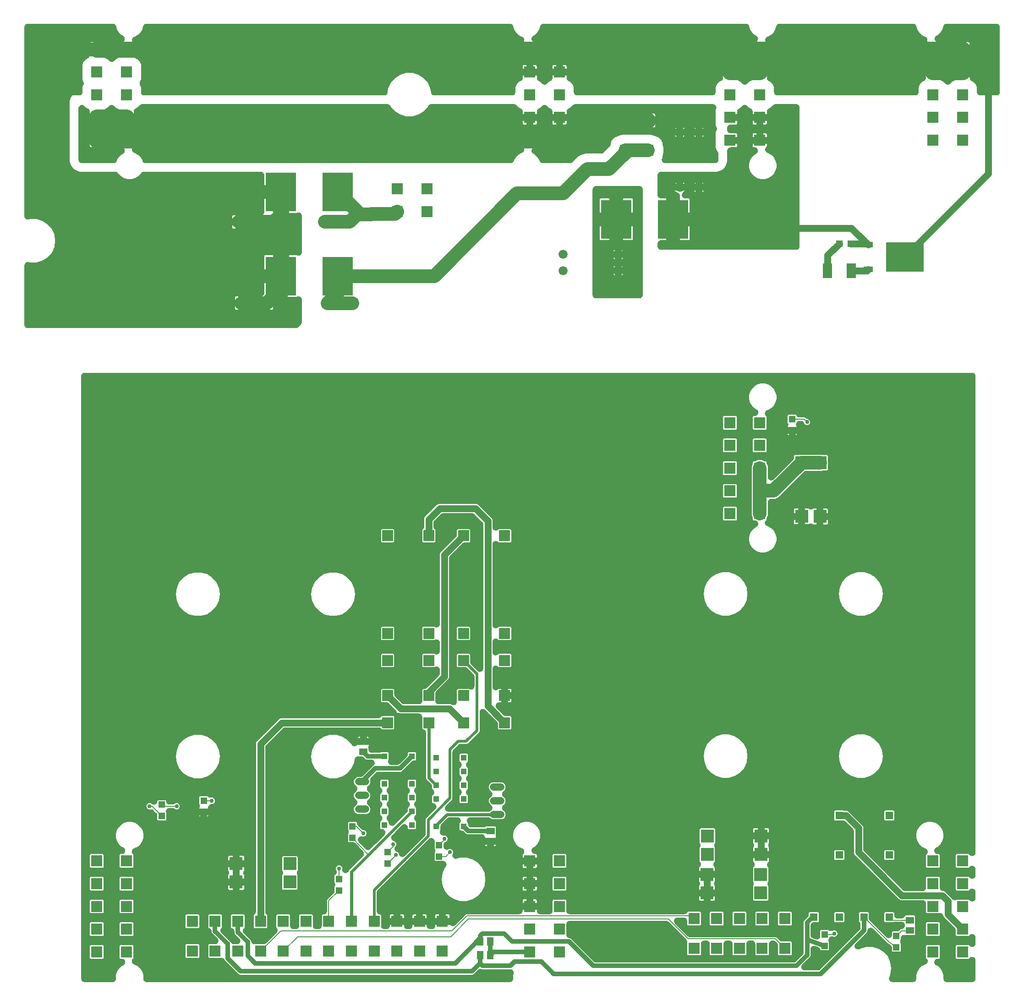
<source format=gbr>
G04 EAGLE Gerber RS-274X export*
G75*
%MOMM*%
%FSLAX34Y34*%
%LPD*%
%INTop Copper*%
%IPPOS*%
%AMOC8*
5,1,8,0,0,1.08239X$1,22.5*%
G01*
%ADD10R,2.100000X2.100000*%
%ADD11R,1.200000X1.200000*%
%ADD12R,2.000000X2.000000*%
%ADD13R,1.108000X1.108000*%
%ADD14R,2.400000X2.400000*%
%ADD15R,1.408000X1.408000*%
%ADD16C,1.320800*%
%ADD17R,1.500000X1.300000*%
%ADD18R,5.600000X7.230000*%
%ADD19R,1.950000X1.950000*%
%ADD20C,1.676400*%
%ADD21R,1.300000X1.500000*%
%ADD22R,1.717900X0.973900*%
%ADD23R,7.000900X5.543900*%
%ADD24R,1.800000X2.700000*%
%ADD25C,0.200000*%
%ADD26C,0.756400*%
%ADD27C,1.270000*%
%ADD28C,0.812800*%
%ADD29C,0.609600*%
%ADD30C,3.000000*%
%ADD31C,2.540000*%
%ADD32C,0.508000*%

G36*
X401593Y10161D02*
X401593Y10161D01*
X401596Y10161D01*
X401943Y10181D01*
X402301Y10201D01*
X402304Y10201D01*
X402307Y10201D01*
X402647Y10260D01*
X403004Y10320D01*
X403006Y10321D01*
X403009Y10321D01*
X403354Y10421D01*
X403688Y10517D01*
X403691Y10519D01*
X403694Y10519D01*
X404018Y10654D01*
X404346Y10790D01*
X404349Y10792D01*
X404351Y10793D01*
X404663Y10965D01*
X404970Y11135D01*
X404972Y11137D01*
X404975Y11138D01*
X405272Y11349D01*
X405551Y11547D01*
X405553Y11549D01*
X405555Y11551D01*
X405823Y11791D01*
X406082Y12022D01*
X406084Y12025D01*
X406086Y12026D01*
X406324Y12294D01*
X406556Y12554D01*
X406558Y12556D01*
X406560Y12558D01*
X406758Y12839D01*
X406968Y13135D01*
X406970Y13138D01*
X406971Y13140D01*
X407134Y13436D01*
X407312Y13759D01*
X407313Y13762D01*
X407315Y13764D01*
X407446Y14082D01*
X407584Y14417D01*
X407585Y14420D01*
X407586Y14423D01*
X407681Y14752D01*
X407781Y15102D01*
X407782Y15105D01*
X407782Y15107D01*
X407842Y15461D01*
X407900Y15804D01*
X407900Y15807D01*
X407901Y15810D01*
X407939Y16510D01*
X407939Y22312D01*
X409654Y28712D01*
X412966Y34449D01*
X417651Y39134D01*
X421839Y41551D01*
X421939Y41617D01*
X422044Y41675D01*
X422236Y41812D01*
X422435Y41942D01*
X422527Y42018D01*
X422625Y42088D01*
X422801Y42245D01*
X422983Y42396D01*
X423066Y42483D01*
X423156Y42562D01*
X423313Y42739D01*
X423477Y42909D01*
X423550Y43004D01*
X423630Y43094D01*
X423767Y43287D01*
X423911Y43475D01*
X423973Y43577D01*
X424042Y43675D01*
X424157Y43882D01*
X424279Y44085D01*
X424328Y44194D01*
X424386Y44299D01*
X424477Y44518D01*
X424575Y44733D01*
X424613Y44846D01*
X424659Y44957D01*
X424724Y45185D01*
X424798Y45409D01*
X424822Y45527D01*
X424855Y45642D01*
X424895Y45875D01*
X424943Y46107D01*
X424954Y46226D01*
X424974Y46344D01*
X424987Y46581D01*
X425009Y46816D01*
X425007Y46936D01*
X425013Y47056D01*
X425000Y47292D01*
X424995Y47529D01*
X424980Y47647D01*
X424973Y47767D01*
X424933Y48000D01*
X424902Y48235D01*
X424873Y48351D01*
X424853Y48469D01*
X424787Y48697D01*
X424730Y48926D01*
X424688Y49038D01*
X424655Y49154D01*
X424564Y49372D01*
X424481Y49594D01*
X424427Y49701D01*
X424381Y49811D01*
X424267Y50019D01*
X424160Y50230D01*
X424094Y50330D01*
X424036Y50435D01*
X423899Y50627D01*
X423769Y50825D01*
X423692Y50918D01*
X423623Y51015D01*
X423465Y51191D01*
X423314Y51373D01*
X423228Y51456D01*
X423148Y51546D01*
X422971Y51703D01*
X422800Y51867D01*
X422705Y51940D01*
X422616Y52020D01*
X422423Y52156D01*
X422235Y52300D01*
X422132Y52362D01*
X422034Y52431D01*
X421827Y52545D01*
X421624Y52667D01*
X421515Y52717D01*
X421410Y52775D01*
X421192Y52865D01*
X420976Y52963D01*
X420862Y53001D01*
X420751Y53046D01*
X420524Y53111D01*
X420299Y53185D01*
X420182Y53209D01*
X420067Y53242D01*
X419833Y53282D01*
X419601Y53330D01*
X419482Y53341D01*
X419364Y53361D01*
X419122Y53374D01*
X418892Y53395D01*
X418779Y53393D01*
X418664Y53399D01*
X416582Y53399D01*
X415810Y53719D01*
X415219Y54310D01*
X414899Y55082D01*
X414899Y76918D01*
X415219Y77690D01*
X415810Y78281D01*
X416582Y78601D01*
X438418Y78601D01*
X439190Y78281D01*
X439781Y77690D01*
X440101Y76918D01*
X440101Y55082D01*
X439781Y54310D01*
X438841Y53370D01*
X438681Y53192D01*
X438515Y53019D01*
X438444Y52926D01*
X438366Y52839D01*
X438228Y52644D01*
X438082Y52453D01*
X438022Y52353D01*
X437954Y52258D01*
X437838Y52048D01*
X437715Y51843D01*
X437666Y51737D01*
X437609Y51634D01*
X437518Y51412D01*
X437418Y51195D01*
X437382Y51084D01*
X437337Y50976D01*
X437271Y50746D01*
X437196Y50518D01*
X437172Y50404D01*
X437140Y50291D01*
X437100Y50055D01*
X437051Y49821D01*
X437040Y49704D01*
X437021Y49589D01*
X437007Y49350D01*
X436985Y49111D01*
X436988Y48994D01*
X436981Y48878D01*
X436995Y48638D01*
X436999Y48399D01*
X437015Y48283D01*
X437021Y48166D01*
X437062Y47930D01*
X437093Y47693D01*
X437121Y47579D01*
X437141Y47464D01*
X437208Y47234D01*
X437266Y47001D01*
X437306Y46892D01*
X437339Y46779D01*
X437431Y46558D01*
X437514Y46334D01*
X437567Y46230D01*
X437612Y46121D01*
X437728Y45912D01*
X437836Y45698D01*
X437900Y45600D01*
X437957Y45498D01*
X438095Y45303D01*
X438227Y45103D01*
X438302Y45013D01*
X438370Y44918D01*
X438529Y44739D01*
X438682Y44555D01*
X438767Y44474D01*
X438845Y44387D01*
X439023Y44227D01*
X439196Y44061D01*
X439289Y43990D01*
X439376Y43913D01*
X439572Y43774D01*
X439762Y43629D01*
X439863Y43568D01*
X439958Y43501D01*
X440167Y43385D01*
X440373Y43262D01*
X440479Y43213D01*
X440582Y43157D01*
X440803Y43066D01*
X441021Y42966D01*
X441134Y42929D01*
X441240Y42885D01*
X441459Y42822D01*
X441687Y42747D01*
X442812Y42446D01*
X448549Y39134D01*
X453234Y34449D01*
X456546Y28712D01*
X458261Y22312D01*
X458261Y16510D01*
X458261Y16507D01*
X458261Y16504D01*
X458281Y16157D01*
X458301Y15799D01*
X458301Y15796D01*
X458301Y15793D01*
X458362Y15437D01*
X458420Y15096D01*
X458421Y15094D01*
X458421Y15091D01*
X458524Y14735D01*
X458617Y14412D01*
X458619Y14409D01*
X458619Y14406D01*
X458754Y14082D01*
X458890Y13754D01*
X458892Y13751D01*
X458893Y13749D01*
X459065Y13437D01*
X459235Y13130D01*
X459237Y13128D01*
X459238Y13125D01*
X459449Y12828D01*
X459647Y12549D01*
X459649Y12547D01*
X459651Y12545D01*
X459891Y12277D01*
X460122Y12018D01*
X460125Y12016D01*
X460126Y12014D01*
X460405Y11766D01*
X460654Y11544D01*
X460656Y11542D01*
X460658Y11540D01*
X460939Y11342D01*
X461235Y11132D01*
X461238Y11130D01*
X461240Y11129D01*
X461536Y10966D01*
X461859Y10788D01*
X461862Y10787D01*
X461864Y10785D01*
X462182Y10654D01*
X462517Y10516D01*
X462520Y10515D01*
X462523Y10514D01*
X462852Y10419D01*
X463202Y10319D01*
X463205Y10318D01*
X463207Y10318D01*
X463561Y10258D01*
X463904Y10200D01*
X463907Y10200D01*
X463910Y10199D01*
X464610Y10161D01*
X1135390Y10161D01*
X1135393Y10161D01*
X1135396Y10161D01*
X1135743Y10181D01*
X1136101Y10201D01*
X1136104Y10201D01*
X1136107Y10201D01*
X1136447Y10260D01*
X1136804Y10320D01*
X1136806Y10321D01*
X1136809Y10321D01*
X1137154Y10421D01*
X1137488Y10517D01*
X1137491Y10519D01*
X1137494Y10519D01*
X1137818Y10654D01*
X1138146Y10790D01*
X1138149Y10792D01*
X1138151Y10793D01*
X1138463Y10965D01*
X1138770Y11135D01*
X1138772Y11137D01*
X1138775Y11138D01*
X1139072Y11349D01*
X1139351Y11547D01*
X1139353Y11549D01*
X1139355Y11551D01*
X1139623Y11791D01*
X1139882Y12022D01*
X1139884Y12025D01*
X1139886Y12026D01*
X1140124Y12294D01*
X1140356Y12554D01*
X1140358Y12556D01*
X1140360Y12558D01*
X1140558Y12839D01*
X1140768Y13135D01*
X1140770Y13138D01*
X1140771Y13140D01*
X1140934Y13436D01*
X1141112Y13759D01*
X1141113Y13762D01*
X1141115Y13764D01*
X1141246Y14082D01*
X1141384Y14417D01*
X1141385Y14420D01*
X1141386Y14423D01*
X1141481Y14752D01*
X1141581Y15102D01*
X1141582Y15105D01*
X1141582Y15107D01*
X1141642Y15461D01*
X1141700Y15804D01*
X1141700Y15807D01*
X1141701Y15810D01*
X1141739Y16510D01*
X1141739Y22312D01*
X1142685Y25843D01*
X1142710Y25961D01*
X1142743Y26078D01*
X1142783Y26309D01*
X1142831Y26540D01*
X1142842Y26661D01*
X1142862Y26780D01*
X1142875Y27015D01*
X1142897Y27249D01*
X1142895Y27371D01*
X1142902Y27492D01*
X1142888Y27726D01*
X1142884Y27962D01*
X1142868Y28082D01*
X1142861Y28203D01*
X1142821Y28435D01*
X1142791Y28668D01*
X1142761Y28786D01*
X1142741Y28905D01*
X1142675Y29131D01*
X1142619Y29359D01*
X1142577Y29473D01*
X1142543Y29590D01*
X1142453Y29807D01*
X1142371Y30027D01*
X1142316Y30135D01*
X1142270Y30247D01*
X1142156Y30453D01*
X1142049Y30663D01*
X1141983Y30764D01*
X1141924Y30871D01*
X1141788Y31062D01*
X1141659Y31259D01*
X1141582Y31352D01*
X1141511Y31451D01*
X1141354Y31626D01*
X1141204Y31807D01*
X1141117Y31891D01*
X1141036Y31982D01*
X1140860Y32138D01*
X1140691Y32301D01*
X1140595Y32375D01*
X1140504Y32456D01*
X1140312Y32592D01*
X1140125Y32735D01*
X1140021Y32797D01*
X1139922Y32867D01*
X1139716Y32980D01*
X1139515Y33102D01*
X1139404Y33152D01*
X1139298Y33211D01*
X1139081Y33300D01*
X1138867Y33398D01*
X1138752Y33436D01*
X1138640Y33482D01*
X1138414Y33547D01*
X1138190Y33620D01*
X1138071Y33645D01*
X1137955Y33678D01*
X1137723Y33717D01*
X1137493Y33765D01*
X1137372Y33776D01*
X1137252Y33797D01*
X1137012Y33810D01*
X1136783Y33831D01*
X1136669Y33829D01*
X1136552Y33835D01*
X1083774Y33835D01*
X1083648Y33887D01*
X1083477Y33947D01*
X1083309Y34017D01*
X1083141Y34065D01*
X1082976Y34122D01*
X1082798Y34163D01*
X1082624Y34213D01*
X1082452Y34242D01*
X1082281Y34281D01*
X1082101Y34301D01*
X1081921Y34331D01*
X1081747Y34341D01*
X1081573Y34361D01*
X1081392Y34361D01*
X1081210Y34370D01*
X1081036Y34360D01*
X1080861Y34360D01*
X1080681Y34340D01*
X1080499Y34330D01*
X1080326Y34300D01*
X1080153Y34280D01*
X1079976Y34240D01*
X1079797Y34209D01*
X1079629Y34161D01*
X1079459Y34122D01*
X1079287Y34061D01*
X1079112Y34011D01*
X1078951Y33944D01*
X1078786Y33886D01*
X1078623Y33807D01*
X1078455Y33737D01*
X1078302Y33653D01*
X1078145Y33577D01*
X1077991Y33480D01*
X1077832Y33392D01*
X1077690Y33290D01*
X1077542Y33197D01*
X1077399Y33084D01*
X1077251Y32978D01*
X1077119Y32860D01*
X1076985Y32753D01*
X1076862Y32630D01*
X1076729Y32511D01*
X1071565Y27347D01*
X1068992Y24774D01*
X1066726Y23835D01*
X636870Y23835D01*
X634604Y24774D01*
X631977Y27401D01*
X609210Y50168D01*
X608873Y50980D01*
X608795Y51144D01*
X608725Y51311D01*
X608640Y51464D01*
X608564Y51622D01*
X608468Y51776D01*
X608379Y51935D01*
X608278Y52077D01*
X608185Y52225D01*
X608072Y52367D01*
X607966Y52515D01*
X607850Y52645D01*
X607741Y52782D01*
X607612Y52910D01*
X607491Y53046D01*
X607361Y53162D01*
X607237Y53285D01*
X607095Y53399D01*
X606959Y53520D01*
X606817Y53621D01*
X606680Y53729D01*
X606526Y53826D01*
X606378Y53931D01*
X606225Y54015D01*
X606077Y54108D01*
X605913Y54187D01*
X605754Y54275D01*
X605592Y54341D01*
X605435Y54417D01*
X605263Y54477D01*
X605095Y54546D01*
X604927Y54594D01*
X604762Y54652D01*
X604585Y54692D01*
X604410Y54742D01*
X604238Y54771D01*
X604068Y54810D01*
X603887Y54830D01*
X603707Y54861D01*
X603530Y54870D01*
X603360Y54890D01*
X603186Y54889D01*
X603008Y54899D01*
X580082Y54899D01*
X579310Y55219D01*
X578719Y55810D01*
X578399Y56582D01*
X578399Y78418D01*
X578719Y79190D01*
X579310Y79781D01*
X580082Y80101D01*
X590948Y80101D01*
X590950Y80101D01*
X590951Y80101D01*
X591319Y80122D01*
X591660Y80141D01*
X591661Y80141D01*
X591663Y80141D01*
X592046Y80206D01*
X592362Y80260D01*
X592363Y80260D01*
X592365Y80261D01*
X592730Y80366D01*
X593047Y80457D01*
X593048Y80458D01*
X593049Y80458D01*
X593379Y80595D01*
X593705Y80730D01*
X593706Y80731D01*
X593707Y80731D01*
X594004Y80896D01*
X594328Y81075D01*
X594329Y81076D01*
X594331Y81077D01*
X594610Y81275D01*
X594909Y81487D01*
X594910Y81488D01*
X594911Y81489D01*
X595186Y81736D01*
X595440Y81962D01*
X595441Y81963D01*
X595442Y81964D01*
X595672Y82222D01*
X595914Y82494D01*
X595915Y82495D01*
X595916Y82496D01*
X596105Y82763D01*
X596326Y83075D01*
X596327Y83077D01*
X596328Y83078D01*
X596486Y83365D01*
X596671Y83699D01*
X596671Y83700D01*
X596672Y83701D01*
X596802Y84015D01*
X596943Y84357D01*
X596943Y84359D01*
X596944Y84360D01*
X597031Y84664D01*
X597140Y85042D01*
X597140Y85043D01*
X597140Y85045D01*
X597199Y85396D01*
X597258Y85744D01*
X597258Y85746D01*
X597259Y85747D01*
X597279Y86120D01*
X597298Y86456D01*
X597298Y86457D01*
X597298Y86459D01*
X597277Y86813D01*
X597257Y87167D01*
X597257Y87168D01*
X597257Y87170D01*
X597196Y87524D01*
X597137Y87869D01*
X597137Y87870D01*
X597136Y87872D01*
X597041Y88202D01*
X596939Y88554D01*
X596938Y88555D01*
X596938Y88556D01*
X596811Y88862D01*
X596666Y89211D01*
X596665Y89213D01*
X596664Y89214D01*
X596501Y89509D01*
X596320Y89835D01*
X596320Y89836D01*
X596319Y89837D01*
X596111Y90129D01*
X595907Y90415D01*
X595906Y90416D01*
X595906Y90417D01*
X595438Y90940D01*
X585774Y100604D01*
X584835Y102870D01*
X584835Y103688D01*
X584825Y103870D01*
X584825Y104051D01*
X584805Y104225D01*
X584795Y104399D01*
X584765Y104578D01*
X584744Y104759D01*
X584705Y104930D01*
X584676Y105102D01*
X584626Y105276D01*
X584585Y105454D01*
X584527Y105619D01*
X584479Y105786D01*
X584409Y105954D01*
X584349Y106126D01*
X584273Y106283D01*
X584206Y106444D01*
X584118Y106604D01*
X584039Y106767D01*
X583946Y106915D01*
X583861Y107068D01*
X583756Y107216D01*
X583659Y107370D01*
X583549Y107506D01*
X583449Y107649D01*
X583328Y107784D01*
X583214Y107926D01*
X583090Y108050D01*
X582974Y108180D01*
X582838Y108301D01*
X582709Y108429D01*
X582572Y108538D01*
X582442Y108654D01*
X582294Y108759D01*
X582151Y108872D01*
X582004Y108965D01*
X581861Y109066D01*
X581702Y109154D01*
X581548Y109250D01*
X581388Y109327D01*
X581237Y109410D01*
X581077Y109477D01*
X580916Y109554D01*
X579310Y110219D01*
X578719Y110810D01*
X578399Y111582D01*
X578399Y133418D01*
X578719Y134190D01*
X579310Y134781D01*
X580082Y135101D01*
X601918Y135101D01*
X602690Y134781D01*
X603281Y134190D01*
X603601Y133418D01*
X603601Y111582D01*
X603281Y110810D01*
X602632Y110161D01*
X602630Y110159D01*
X602628Y110157D01*
X602378Y109877D01*
X602157Y109630D01*
X602156Y109628D01*
X602154Y109625D01*
X601947Y109334D01*
X601745Y109049D01*
X601744Y109046D01*
X601742Y109044D01*
X601563Y108719D01*
X601401Y108425D01*
X601400Y108423D01*
X601398Y108420D01*
X601262Y108090D01*
X601128Y107767D01*
X601127Y107764D01*
X601126Y107762D01*
X601028Y107419D01*
X600931Y107082D01*
X600931Y107080D01*
X600930Y107077D01*
X600866Y106700D01*
X600812Y106380D01*
X600812Y106377D01*
X600811Y106374D01*
X600791Y105994D01*
X600772Y105669D01*
X600773Y105666D01*
X600772Y105663D01*
X600793Y105305D01*
X600813Y104957D01*
X600813Y104955D01*
X600813Y104952D01*
X600873Y104602D01*
X600932Y104255D01*
X600933Y104252D01*
X600934Y104250D01*
X601041Y103881D01*
X601130Y103571D01*
X601131Y103568D01*
X601132Y103565D01*
X601270Y103233D01*
X601403Y102913D01*
X601405Y102910D01*
X601406Y102908D01*
X601579Y102595D01*
X601748Y102289D01*
X601750Y102287D01*
X601751Y102285D01*
X601956Y101997D01*
X602161Y101709D01*
X602163Y101707D01*
X602165Y101704D01*
X602632Y101182D01*
X619662Y84152D01*
X619717Y84020D01*
X619796Y83857D01*
X619865Y83689D01*
X619950Y83536D01*
X620026Y83378D01*
X620122Y83225D01*
X620211Y83065D01*
X620312Y82923D01*
X620405Y82775D01*
X620518Y82633D01*
X620624Y82485D01*
X620740Y82355D01*
X620849Y82218D01*
X620978Y82090D01*
X621099Y81954D01*
X621230Y81838D01*
X621353Y81715D01*
X621495Y81601D01*
X621631Y81480D01*
X621774Y81379D01*
X621910Y81271D01*
X622064Y81174D01*
X622213Y81069D01*
X622365Y80985D01*
X622513Y80892D01*
X622677Y80813D01*
X622837Y80725D01*
X622998Y80659D01*
X623155Y80583D01*
X623327Y80523D01*
X623495Y80454D01*
X623663Y80406D01*
X623828Y80348D01*
X624006Y80308D01*
X624180Y80258D01*
X624352Y80229D01*
X624523Y80190D01*
X624704Y80170D01*
X624883Y80139D01*
X625060Y80130D01*
X625231Y80110D01*
X625404Y80111D01*
X625583Y80101D01*
X631353Y80101D01*
X631354Y80101D01*
X631355Y80101D01*
X631723Y80122D01*
X632064Y80141D01*
X632065Y80141D01*
X632067Y80141D01*
X632450Y80206D01*
X632766Y80260D01*
X632767Y80260D01*
X632769Y80261D01*
X633144Y80369D01*
X633451Y80457D01*
X633452Y80458D01*
X633453Y80458D01*
X633787Y80597D01*
X634109Y80730D01*
X634110Y80731D01*
X634111Y80731D01*
X634408Y80896D01*
X634732Y81075D01*
X634733Y81076D01*
X634735Y81077D01*
X635014Y81275D01*
X635313Y81487D01*
X635314Y81488D01*
X635315Y81489D01*
X635591Y81736D01*
X635844Y81962D01*
X635845Y81963D01*
X635846Y81964D01*
X636073Y82218D01*
X636319Y82494D01*
X636320Y82495D01*
X636320Y82496D01*
X636509Y82763D01*
X636731Y83075D01*
X636731Y83076D01*
X636732Y83078D01*
X636902Y83386D01*
X637075Y83699D01*
X637075Y83700D01*
X637076Y83701D01*
X637206Y84015D01*
X637347Y84357D01*
X637347Y84359D01*
X637348Y84360D01*
X637435Y84664D01*
X637544Y85042D01*
X637544Y85043D01*
X637544Y85045D01*
X637604Y85396D01*
X637662Y85744D01*
X637663Y85746D01*
X637663Y85747D01*
X637683Y86120D01*
X637702Y86456D01*
X637702Y86457D01*
X637702Y86459D01*
X637681Y86813D01*
X637661Y87167D01*
X637661Y87168D01*
X637661Y87170D01*
X637595Y87553D01*
X637541Y87869D01*
X637541Y87870D01*
X637541Y87872D01*
X637445Y88202D01*
X637343Y88554D01*
X637343Y88555D01*
X637342Y88556D01*
X637210Y88874D01*
X637070Y89211D01*
X637069Y89213D01*
X637069Y89214D01*
X636892Y89532D01*
X636725Y89835D01*
X636724Y89836D01*
X636723Y89837D01*
X636515Y90129D01*
X636312Y90415D01*
X636311Y90416D01*
X636310Y90417D01*
X635842Y90940D01*
X630401Y96381D01*
X627774Y99008D01*
X626835Y101274D01*
X626835Y103688D01*
X626825Y103870D01*
X626825Y104051D01*
X626805Y104225D01*
X626795Y104399D01*
X626765Y104578D01*
X626744Y104759D01*
X626705Y104930D01*
X626676Y105102D01*
X626626Y105276D01*
X626585Y105454D01*
X626527Y105619D01*
X626479Y105786D01*
X626409Y105954D01*
X626349Y106126D01*
X626273Y106283D01*
X626206Y106444D01*
X626118Y106604D01*
X626039Y106767D01*
X625946Y106915D01*
X625861Y107068D01*
X625756Y107216D01*
X625659Y107370D01*
X625549Y107506D01*
X625449Y107649D01*
X625328Y107784D01*
X625214Y107926D01*
X625090Y108050D01*
X624974Y108180D01*
X624838Y108301D01*
X624709Y108429D01*
X624572Y108538D01*
X624442Y108654D01*
X624294Y108759D01*
X624151Y108872D01*
X624004Y108965D01*
X623861Y109066D01*
X623702Y109154D01*
X623548Y109250D01*
X623388Y109327D01*
X623237Y109410D01*
X623077Y109477D01*
X622916Y109554D01*
X621310Y110219D01*
X620719Y110810D01*
X620399Y111582D01*
X620399Y133418D01*
X620719Y134190D01*
X621310Y134781D01*
X622082Y135101D01*
X643918Y135101D01*
X644690Y134781D01*
X645281Y134190D01*
X645601Y133418D01*
X645601Y111582D01*
X645281Y110810D01*
X643834Y109363D01*
X643832Y109361D01*
X643830Y109359D01*
X643583Y109082D01*
X643359Y108832D01*
X643358Y108830D01*
X643356Y108828D01*
X643138Y108520D01*
X642947Y108251D01*
X642946Y108249D01*
X642944Y108246D01*
X642769Y107928D01*
X642603Y107627D01*
X642602Y107625D01*
X642600Y107622D01*
X642455Y107271D01*
X642330Y106969D01*
X642330Y106967D01*
X642328Y106964D01*
X642224Y106599D01*
X642133Y106285D01*
X642133Y106282D01*
X642132Y106279D01*
X642070Y105910D01*
X642014Y105582D01*
X642014Y105579D01*
X642014Y105576D01*
X641992Y105190D01*
X641975Y104871D01*
X641975Y104868D01*
X641975Y104865D01*
X641996Y104499D01*
X642015Y104160D01*
X642015Y104157D01*
X642015Y104154D01*
X642075Y103805D01*
X642135Y103457D01*
X642135Y103455D01*
X642136Y103452D01*
X642237Y103103D01*
X642332Y102773D01*
X642333Y102770D01*
X642334Y102767D01*
X642473Y102433D01*
X642605Y102115D01*
X642607Y102112D01*
X642608Y102110D01*
X642790Y101782D01*
X642950Y101492D01*
X642952Y101489D01*
X642953Y101487D01*
X643169Y101184D01*
X643363Y100911D01*
X643365Y100909D01*
X643367Y100906D01*
X643834Y100384D01*
X643838Y100380D01*
X656662Y87556D01*
X657884Y84606D01*
X657957Y84352D01*
X657959Y84349D01*
X657959Y84346D01*
X658098Y84012D01*
X658230Y83694D01*
X658232Y83691D01*
X658233Y83689D01*
X658409Y83371D01*
X658575Y83070D01*
X658577Y83068D01*
X658578Y83065D01*
X658793Y82763D01*
X658987Y82489D01*
X658989Y82487D01*
X658991Y82485D01*
X659246Y82201D01*
X659462Y81958D01*
X659465Y81956D01*
X659466Y81954D01*
X659738Y81713D01*
X659994Y81484D01*
X659996Y81482D01*
X659998Y81480D01*
X660286Y81277D01*
X660575Y81072D01*
X660578Y81070D01*
X660580Y81069D01*
X660881Y80903D01*
X661199Y80728D01*
X661202Y80727D01*
X661204Y80725D01*
X661522Y80594D01*
X661857Y80456D01*
X661860Y80455D01*
X661863Y80454D01*
X662193Y80359D01*
X662542Y80259D01*
X662545Y80258D01*
X662547Y80258D01*
X662901Y80198D01*
X663244Y80140D01*
X663247Y80140D01*
X663250Y80139D01*
X663950Y80101D01*
X680586Y80101D01*
X680590Y80101D01*
X680594Y80101D01*
X680948Y80121D01*
X681297Y80141D01*
X681301Y80141D01*
X681306Y80142D01*
X681656Y80202D01*
X681999Y80260D01*
X682003Y80261D01*
X682008Y80262D01*
X682360Y80364D01*
X682684Y80457D01*
X682688Y80459D01*
X682692Y80460D01*
X683018Y80596D01*
X683342Y80730D01*
X683346Y80732D01*
X683350Y80734D01*
X683648Y80900D01*
X683965Y81075D01*
X683969Y81077D01*
X683973Y81080D01*
X684271Y81292D01*
X684546Y81487D01*
X684549Y81490D01*
X684553Y81493D01*
X685075Y81960D01*
X704832Y101717D01*
X704834Y101720D01*
X704836Y101722D01*
X705073Y101987D01*
X705307Y102249D01*
X705309Y102251D01*
X705311Y102253D01*
X705513Y102539D01*
X705719Y102830D01*
X705721Y102832D01*
X705722Y102835D01*
X705893Y103144D01*
X706064Y103453D01*
X706065Y103456D01*
X706066Y103458D01*
X706208Y103801D01*
X706336Y104112D01*
X706337Y104114D01*
X706338Y104117D01*
X706434Y104449D01*
X706533Y104796D01*
X706534Y104799D01*
X706535Y104802D01*
X706595Y105161D01*
X706652Y105499D01*
X706653Y105501D01*
X706653Y105504D01*
X706673Y105871D01*
X706692Y106210D01*
X706692Y106213D01*
X706692Y106216D01*
X706672Y106561D01*
X706652Y106921D01*
X706651Y106924D01*
X706651Y106927D01*
X706595Y107253D01*
X706532Y107624D01*
X706531Y107626D01*
X706531Y107629D01*
X706430Y107976D01*
X706334Y108308D01*
X706333Y108310D01*
X706333Y108313D01*
X706201Y108630D01*
X706061Y108966D01*
X706060Y108969D01*
X706059Y108971D01*
X705896Y109265D01*
X705716Y109589D01*
X705715Y109592D01*
X705713Y109594D01*
X705515Y109872D01*
X705304Y110170D01*
X705302Y110172D01*
X705300Y110174D01*
X704832Y110697D01*
X704719Y110810D01*
X704399Y111582D01*
X704399Y133418D01*
X704719Y134190D01*
X705310Y134781D01*
X706082Y135101D01*
X727918Y135101D01*
X728690Y134781D01*
X729281Y134190D01*
X729601Y133418D01*
X729601Y114336D01*
X729601Y114334D01*
X729601Y114331D01*
X729621Y113975D01*
X729641Y113625D01*
X729641Y113622D01*
X729641Y113619D01*
X729701Y113268D01*
X729760Y112923D01*
X729761Y112920D01*
X729761Y112917D01*
X729864Y112562D01*
X729957Y112238D01*
X729959Y112236D01*
X729959Y112233D01*
X730095Y111906D01*
X730230Y111580D01*
X730232Y111577D01*
X730233Y111575D01*
X730414Y111247D01*
X730575Y110957D01*
X730577Y110954D01*
X730578Y110952D01*
X730795Y110647D01*
X730987Y110376D01*
X730989Y110374D01*
X730991Y110371D01*
X731245Y110088D01*
X731462Y109845D01*
X731465Y109843D01*
X731466Y109841D01*
X731740Y109597D01*
X731994Y109370D01*
X731996Y109369D01*
X731998Y109367D01*
X732286Y109163D01*
X732575Y108958D01*
X732578Y108957D01*
X732580Y108955D01*
X732880Y108790D01*
X733199Y108614D01*
X733202Y108613D01*
X733204Y108612D01*
X733522Y108480D01*
X733857Y108342D01*
X733860Y108341D01*
X733863Y108340D01*
X734192Y108246D01*
X734542Y108145D01*
X734545Y108145D01*
X734547Y108144D01*
X734901Y108084D01*
X735244Y108026D01*
X735247Y108026D01*
X735250Y108026D01*
X735950Y107987D01*
X740050Y107987D01*
X740053Y107987D01*
X740056Y107987D01*
X740403Y108007D01*
X740761Y108027D01*
X740764Y108028D01*
X740767Y108028D01*
X741107Y108086D01*
X741464Y108146D01*
X741466Y108147D01*
X741469Y108148D01*
X741809Y108246D01*
X742148Y108344D01*
X742151Y108345D01*
X742154Y108346D01*
X742478Y108480D01*
X742806Y108617D01*
X742809Y108618D01*
X742811Y108619D01*
X743120Y108790D01*
X743430Y108961D01*
X743432Y108963D01*
X743435Y108964D01*
X743726Y109171D01*
X744011Y109374D01*
X744013Y109376D01*
X744015Y109377D01*
X744283Y109617D01*
X744542Y109849D01*
X744544Y109851D01*
X744546Y109853D01*
X744780Y110115D01*
X745016Y110380D01*
X745018Y110383D01*
X745020Y110385D01*
X745213Y110658D01*
X745428Y110961D01*
X745430Y110964D01*
X745431Y110966D01*
X745592Y111258D01*
X745772Y111585D01*
X745773Y111588D01*
X745775Y111590D01*
X745906Y111908D01*
X746044Y112244D01*
X746045Y112246D01*
X746046Y112249D01*
X746138Y112568D01*
X746241Y112928D01*
X746242Y112931D01*
X746242Y112934D01*
X746301Y113283D01*
X746360Y113631D01*
X746360Y113633D01*
X746361Y113636D01*
X746399Y114336D01*
X746399Y133418D01*
X746719Y134190D01*
X747310Y134781D01*
X748082Y135101D01*
X769918Y135101D01*
X770690Y134781D01*
X771281Y134190D01*
X771601Y133418D01*
X771601Y114336D01*
X771601Y114334D01*
X771601Y114331D01*
X771621Y113975D01*
X771641Y113625D01*
X771641Y113622D01*
X771641Y113619D01*
X771701Y113268D01*
X771760Y112923D01*
X771761Y112920D01*
X771761Y112917D01*
X771864Y112562D01*
X771957Y112238D01*
X771959Y112236D01*
X771959Y112233D01*
X772095Y111906D01*
X772230Y111580D01*
X772232Y111577D01*
X772233Y111575D01*
X772414Y111247D01*
X772575Y110957D01*
X772577Y110954D01*
X772578Y110952D01*
X772795Y110647D01*
X772987Y110376D01*
X772989Y110374D01*
X772991Y110371D01*
X773245Y110088D01*
X773462Y109845D01*
X773465Y109843D01*
X773466Y109841D01*
X773740Y109597D01*
X773994Y109370D01*
X773996Y109369D01*
X773998Y109367D01*
X774286Y109163D01*
X774575Y108958D01*
X774578Y108957D01*
X774580Y108955D01*
X774880Y108790D01*
X775199Y108614D01*
X775202Y108613D01*
X775204Y108612D01*
X775522Y108480D01*
X775857Y108342D01*
X775860Y108341D01*
X775863Y108340D01*
X776192Y108246D01*
X776542Y108145D01*
X776545Y108145D01*
X776547Y108144D01*
X776901Y108084D01*
X777244Y108026D01*
X777247Y108026D01*
X777250Y108026D01*
X777950Y107987D01*
X782050Y107987D01*
X782053Y107987D01*
X782056Y107987D01*
X782403Y108007D01*
X782761Y108027D01*
X782764Y108028D01*
X782767Y108028D01*
X783107Y108086D01*
X783464Y108146D01*
X783466Y108147D01*
X783469Y108148D01*
X783809Y108246D01*
X784148Y108344D01*
X784151Y108345D01*
X784154Y108346D01*
X784478Y108480D01*
X784806Y108617D01*
X784809Y108618D01*
X784811Y108619D01*
X785120Y108790D01*
X785430Y108961D01*
X785432Y108963D01*
X785435Y108964D01*
X785726Y109171D01*
X786011Y109374D01*
X786013Y109376D01*
X786015Y109377D01*
X786283Y109617D01*
X786542Y109849D01*
X786544Y109851D01*
X786546Y109853D01*
X786780Y110115D01*
X787016Y110380D01*
X787018Y110383D01*
X787020Y110385D01*
X787213Y110658D01*
X787428Y110961D01*
X787430Y110964D01*
X787431Y110966D01*
X787592Y111258D01*
X787772Y111585D01*
X787773Y111588D01*
X787775Y111590D01*
X787906Y111908D01*
X788044Y112244D01*
X788045Y112246D01*
X788046Y112249D01*
X788138Y112568D01*
X788241Y112928D01*
X788242Y112931D01*
X788242Y112934D01*
X788301Y113283D01*
X788360Y113631D01*
X788360Y113633D01*
X788361Y113636D01*
X788399Y114336D01*
X788399Y133418D01*
X788719Y134190D01*
X789310Y134781D01*
X790082Y135101D01*
X791550Y135101D01*
X791553Y135101D01*
X791556Y135101D01*
X791903Y135121D01*
X792261Y135141D01*
X792264Y135141D01*
X792267Y135141D01*
X792607Y135200D01*
X792964Y135260D01*
X792966Y135261D01*
X792969Y135261D01*
X793314Y135361D01*
X793648Y135457D01*
X793651Y135459D01*
X793654Y135459D01*
X793978Y135594D01*
X794306Y135730D01*
X794309Y135732D01*
X794311Y135733D01*
X794623Y135905D01*
X794930Y136075D01*
X794932Y136077D01*
X794935Y136078D01*
X795230Y136288D01*
X795511Y136487D01*
X795513Y136489D01*
X795515Y136491D01*
X795783Y136731D01*
X796042Y136962D01*
X796044Y136965D01*
X796046Y136966D01*
X796284Y137234D01*
X796516Y137494D01*
X796518Y137496D01*
X796520Y137498D01*
X796712Y137770D01*
X796928Y138075D01*
X796930Y138078D01*
X796931Y138080D01*
X797091Y138371D01*
X797272Y138699D01*
X797273Y138702D01*
X797275Y138704D01*
X797402Y139014D01*
X797544Y139357D01*
X797545Y139360D01*
X797546Y139363D01*
X797638Y139684D01*
X797741Y140042D01*
X797742Y140045D01*
X797742Y140047D01*
X797801Y140398D01*
X797860Y140744D01*
X797860Y140747D01*
X797861Y140750D01*
X797899Y141450D01*
X797899Y161117D01*
X798371Y162256D01*
X800519Y164404D01*
X800520Y164405D01*
X810040Y173925D01*
X810042Y173928D01*
X810046Y173931D01*
X810286Y174200D01*
X810514Y174456D01*
X810517Y174459D01*
X810520Y174463D01*
X810721Y174747D01*
X810927Y175037D01*
X810929Y175041D01*
X810931Y175044D01*
X811099Y175350D01*
X811271Y175661D01*
X811273Y175665D01*
X811275Y175668D01*
X811399Y175969D01*
X811544Y176319D01*
X811545Y176323D01*
X811546Y176327D01*
X811640Y176654D01*
X811741Y177003D01*
X811741Y177008D01*
X811742Y177012D01*
X811801Y177359D01*
X811860Y177706D01*
X811860Y177710D01*
X811861Y177714D01*
X811899Y178414D01*
X811899Y185918D01*
X812584Y187570D01*
X812585Y187574D01*
X812587Y187578D01*
X812699Y187901D01*
X812819Y188243D01*
X812820Y188247D01*
X812821Y188251D01*
X812897Y188583D01*
X812977Y188937D01*
X812978Y188942D01*
X812979Y188946D01*
X813017Y189291D01*
X813057Y189645D01*
X813057Y189650D01*
X813058Y189654D01*
X813057Y190005D01*
X813057Y190358D01*
X813056Y190362D01*
X813056Y190366D01*
X813015Y190729D01*
X812977Y191066D01*
X812976Y191070D01*
X812976Y191074D01*
X812897Y191417D01*
X812818Y191760D01*
X812817Y191764D01*
X812816Y191768D01*
X812584Y192430D01*
X811899Y194082D01*
X811899Y206918D01*
X812219Y207690D01*
X813236Y208707D01*
X813308Y208764D01*
X813591Y208990D01*
X813593Y208993D01*
X813596Y208995D01*
X813848Y209247D01*
X814095Y209494D01*
X814097Y209497D01*
X814099Y209499D01*
X814308Y209761D01*
X814539Y210051D01*
X814541Y210054D01*
X814542Y210056D01*
X814723Y210345D01*
X814918Y210655D01*
X814919Y210658D01*
X814921Y210660D01*
X815068Y210966D01*
X815227Y211297D01*
X815228Y211299D01*
X815229Y211302D01*
X815346Y211638D01*
X815462Y211969D01*
X815462Y211972D01*
X815463Y211975D01*
X815541Y212316D01*
X815620Y212664D01*
X815620Y212667D01*
X815621Y212670D01*
X815659Y213014D01*
X815699Y213372D01*
X815699Y213375D01*
X815700Y213378D01*
X815699Y213726D01*
X815699Y214084D01*
X815698Y214087D01*
X815698Y214090D01*
X815658Y214446D01*
X815619Y214792D01*
X815618Y214795D01*
X815618Y214798D01*
X815538Y215143D01*
X815460Y215487D01*
X815458Y215489D01*
X815458Y215492D01*
X815226Y216154D01*
X814117Y218830D01*
X814117Y221170D01*
X815013Y223332D01*
X816668Y224987D01*
X818830Y225883D01*
X821170Y225883D01*
X823332Y224987D01*
X824987Y223332D01*
X825883Y221170D01*
X825883Y217949D01*
X825893Y217771D01*
X825893Y217592D01*
X825913Y217415D01*
X825923Y217238D01*
X825953Y217062D01*
X825973Y216884D01*
X826012Y216711D01*
X826042Y216536D01*
X826092Y216364D01*
X826132Y216189D01*
X826190Y216022D01*
X826239Y215851D01*
X826308Y215686D01*
X826367Y215517D01*
X826444Y215357D01*
X826512Y215193D01*
X826599Y215036D01*
X826677Y214875D01*
X826771Y214725D01*
X826857Y214570D01*
X826960Y214424D01*
X827056Y214272D01*
X827167Y214133D01*
X827269Y213989D01*
X827388Y213856D01*
X827500Y213715D01*
X827626Y213590D01*
X827744Y213458D01*
X827878Y213338D01*
X828005Y213212D01*
X828143Y213102D01*
X828276Y212983D01*
X828422Y212880D01*
X828562Y212768D01*
X828712Y212674D01*
X828857Y212571D01*
X829014Y212485D01*
X829165Y212390D01*
X829325Y212313D01*
X829481Y212227D01*
X829646Y212159D01*
X829808Y212081D01*
X829975Y212023D01*
X830139Y211955D01*
X830311Y211905D01*
X830480Y211847D01*
X830653Y211807D01*
X830824Y211758D01*
X831001Y211728D01*
X831175Y211689D01*
X831351Y211669D01*
X831526Y211639D01*
X831705Y211630D01*
X831883Y211610D01*
X832061Y211610D01*
X832238Y211600D01*
X832416Y211610D01*
X832595Y211610D01*
X832772Y211631D01*
X832949Y211641D01*
X833125Y211671D01*
X833303Y211691D01*
X833476Y211731D01*
X833651Y211761D01*
X833823Y211810D01*
X833998Y211851D01*
X834165Y211909D01*
X834336Y211959D01*
X834501Y212027D01*
X834670Y212087D01*
X834829Y212164D01*
X834993Y212232D01*
X835150Y212319D01*
X835311Y212397D01*
X835461Y212491D01*
X835617Y212577D01*
X835763Y212681D01*
X835914Y212777D01*
X836052Y212887D01*
X836197Y212990D01*
X836330Y213110D01*
X836470Y213222D01*
X836595Y213347D01*
X836728Y213466D01*
X836847Y213599D01*
X836973Y213726D01*
X837084Y213865D01*
X837202Y213998D01*
X837305Y214144D01*
X837416Y214284D01*
X837511Y214435D01*
X837613Y214579D01*
X837699Y214736D01*
X837794Y214888D01*
X837872Y215050D01*
X837957Y215203D01*
X838022Y215361D01*
X838098Y215520D01*
X838635Y216817D01*
X864413Y242594D01*
X864576Y242777D01*
X864745Y242953D01*
X864813Y243042D01*
X864888Y243126D01*
X865029Y243325D01*
X865178Y243519D01*
X865235Y243615D01*
X865300Y243707D01*
X865418Y243921D01*
X865544Y244130D01*
X865590Y244232D01*
X865644Y244330D01*
X865738Y244556D01*
X865839Y244779D01*
X865874Y244885D01*
X865917Y244988D01*
X865984Y245223D01*
X866060Y245456D01*
X866083Y245566D01*
X866114Y245673D01*
X866155Y245914D01*
X866204Y246154D01*
X866214Y246265D01*
X866233Y246375D01*
X866247Y246620D01*
X866269Y246863D01*
X866266Y246975D01*
X866273Y247087D01*
X866259Y247331D01*
X866253Y247576D01*
X866239Y247686D01*
X866232Y247798D01*
X866191Y248040D01*
X866159Y248282D01*
X866131Y248390D01*
X866113Y248500D01*
X866045Y248736D01*
X865985Y248973D01*
X865946Y249077D01*
X865915Y249185D01*
X865821Y249411D01*
X865735Y249640D01*
X865685Y249739D01*
X865642Y249843D01*
X865523Y250057D01*
X865412Y250275D01*
X865351Y250368D01*
X865297Y250466D01*
X865155Y250665D01*
X865020Y250870D01*
X864948Y250957D01*
X864884Y251047D01*
X864729Y251220D01*
X864572Y251408D01*
X850184Y266875D01*
X850099Y266957D01*
X850019Y267046D01*
X849842Y267204D01*
X849671Y267368D01*
X849576Y267440D01*
X849487Y267520D01*
X849293Y267657D01*
X849105Y267801D01*
X849003Y267862D01*
X848906Y267931D01*
X848698Y268046D01*
X848494Y268168D01*
X848386Y268217D01*
X848282Y268275D01*
X848062Y268365D01*
X847846Y268464D01*
X847733Y268501D01*
X847623Y268546D01*
X847395Y268612D01*
X847169Y268686D01*
X847052Y268710D01*
X846938Y268742D01*
X846704Y268782D01*
X846471Y268830D01*
X846353Y268841D01*
X846236Y268861D01*
X845992Y268874D01*
X845762Y268895D01*
X845650Y268893D01*
X845536Y268899D01*
X838582Y268899D01*
X837810Y269219D01*
X837219Y269810D01*
X836899Y270582D01*
X836899Y283418D01*
X837584Y285070D01*
X837585Y285074D01*
X837587Y285078D01*
X837701Y285405D01*
X837819Y285743D01*
X837820Y285747D01*
X837821Y285751D01*
X837899Y286093D01*
X837977Y286437D01*
X837978Y286441D01*
X837979Y286446D01*
X838017Y286790D01*
X838057Y287145D01*
X838057Y287150D01*
X838058Y287154D01*
X838057Y287512D01*
X838057Y287858D01*
X838056Y287862D01*
X838056Y287866D01*
X838016Y288219D01*
X837977Y288566D01*
X837976Y288570D01*
X837976Y288574D01*
X837899Y288906D01*
X837818Y289260D01*
X837817Y289264D01*
X837816Y289268D01*
X837584Y289930D01*
X837583Y289932D01*
X837582Y289933D01*
X836899Y291582D01*
X836899Y304418D01*
X837219Y305190D01*
X837810Y305781D01*
X838582Y306101D01*
X851418Y306101D01*
X852190Y305781D01*
X852781Y305190D01*
X853101Y304418D01*
X853101Y303914D01*
X853101Y303910D01*
X853101Y303906D01*
X853121Y303551D01*
X853141Y303203D01*
X853141Y303199D01*
X853142Y303194D01*
X853202Y302845D01*
X853260Y302501D01*
X853261Y302497D01*
X853262Y302492D01*
X853364Y302140D01*
X853457Y301816D01*
X853459Y301812D01*
X853460Y301808D01*
X853598Y301477D01*
X853730Y301158D01*
X853732Y301154D01*
X853734Y301150D01*
X853911Y300831D01*
X854075Y300535D01*
X854077Y300531D01*
X854080Y300527D01*
X854298Y300220D01*
X854487Y299954D01*
X854490Y299951D01*
X854493Y299947D01*
X854961Y299425D01*
X855522Y298863D01*
X861643Y292742D01*
X861646Y292740D01*
X861649Y292736D01*
X861914Y292500D01*
X862174Y292268D01*
X862177Y292265D01*
X862181Y292262D01*
X862465Y292061D01*
X862755Y291855D01*
X862759Y291853D01*
X862762Y291851D01*
X863077Y291677D01*
X863379Y291511D01*
X863382Y291509D01*
X863386Y291507D01*
X863711Y291373D01*
X864037Y291238D01*
X864041Y291237D01*
X864045Y291236D01*
X864383Y291139D01*
X864721Y291041D01*
X864726Y291041D01*
X864730Y291040D01*
X865086Y290980D01*
X865424Y290922D01*
X865428Y290922D01*
X865432Y290921D01*
X866132Y290883D01*
X866170Y290883D01*
X868332Y289987D01*
X869987Y288332D01*
X870883Y286170D01*
X870883Y283830D01*
X869987Y281668D01*
X868332Y280013D01*
X866170Y279117D01*
X863830Y279117D01*
X863820Y279121D01*
X863759Y279143D01*
X863701Y279169D01*
X863423Y279260D01*
X863148Y279357D01*
X863085Y279371D01*
X863024Y279391D01*
X862738Y279450D01*
X862453Y279515D01*
X862389Y279522D01*
X862326Y279535D01*
X862036Y279562D01*
X861745Y279595D01*
X861681Y279595D01*
X861617Y279601D01*
X861324Y279595D01*
X861033Y279595D01*
X860969Y279587D01*
X860904Y279586D01*
X860615Y279547D01*
X860325Y279515D01*
X860262Y279500D01*
X860198Y279492D01*
X859915Y279421D01*
X859630Y279356D01*
X859569Y279335D01*
X859507Y279319D01*
X859233Y279217D01*
X858958Y279120D01*
X858900Y279092D01*
X858840Y279070D01*
X858578Y278937D01*
X858316Y278811D01*
X858262Y278777D01*
X858204Y278747D01*
X857960Y278587D01*
X857713Y278432D01*
X857663Y278391D01*
X857609Y278356D01*
X857384Y278169D01*
X857156Y277987D01*
X857111Y277941D01*
X857061Y277900D01*
X856860Y277690D01*
X856653Y277483D01*
X856613Y277432D01*
X856568Y277386D01*
X856392Y277155D01*
X856209Y276926D01*
X856175Y276871D01*
X856136Y276820D01*
X855986Y276570D01*
X855831Y276322D01*
X855803Y276264D01*
X855770Y276209D01*
X855649Y275944D01*
X855522Y275680D01*
X855501Y275619D01*
X855474Y275561D01*
X855384Y275283D01*
X855287Y275007D01*
X855273Y274945D01*
X855253Y274883D01*
X855194Y274597D01*
X855130Y274313D01*
X855122Y274249D01*
X855109Y274186D01*
X855083Y273895D01*
X855051Y273605D01*
X855051Y273540D01*
X855045Y273476D01*
X855051Y273185D01*
X855051Y272892D01*
X855059Y272828D01*
X855060Y272764D01*
X855099Y272475D01*
X855132Y272184D01*
X855146Y272121D01*
X855155Y272058D01*
X855226Y271775D01*
X855291Y271490D01*
X855313Y271429D01*
X855328Y271367D01*
X855431Y271093D01*
X855528Y270818D01*
X855556Y270760D01*
X855578Y270700D01*
X855710Y270440D01*
X855838Y270176D01*
X855872Y270122D01*
X855901Y270065D01*
X856062Y269821D01*
X856217Y269574D01*
X856258Y269524D01*
X856293Y269470D01*
X856489Y269235D01*
X856662Y269017D01*
X856704Y268976D01*
X856741Y268931D01*
X868648Y256132D01*
X868732Y256051D01*
X868811Y255963D01*
X868989Y255804D01*
X869161Y255639D01*
X869255Y255567D01*
X869342Y255489D01*
X869537Y255351D01*
X869727Y255206D01*
X869828Y255145D01*
X869924Y255077D01*
X870133Y254962D01*
X870338Y254839D01*
X870445Y254790D01*
X870548Y254733D01*
X870769Y254642D01*
X870986Y254543D01*
X871098Y254506D01*
X871206Y254462D01*
X871436Y254396D01*
X871663Y254321D01*
X871778Y254297D01*
X871891Y254265D01*
X872127Y254225D01*
X872361Y254177D01*
X872477Y254166D01*
X872594Y254147D01*
X872832Y254134D01*
X873070Y254112D01*
X873187Y254114D01*
X873305Y254108D01*
X873543Y254121D01*
X873782Y254126D01*
X873899Y254142D01*
X874016Y254149D01*
X874252Y254189D01*
X874488Y254221D01*
X874602Y254249D01*
X874718Y254269D01*
X874948Y254335D01*
X875180Y254393D01*
X875289Y254434D01*
X875403Y254467D01*
X875623Y254559D01*
X875847Y254642D01*
X875952Y254696D01*
X876060Y254741D01*
X876269Y254857D01*
X876482Y254965D01*
X876581Y255030D01*
X876683Y255086D01*
X876878Y255225D01*
X877077Y255356D01*
X877168Y255432D01*
X877264Y255500D01*
X877446Y255663D01*
X877625Y255812D01*
X877702Y255892D01*
X877786Y255967D01*
X881462Y259643D01*
X887811Y265992D01*
X887811Y265993D01*
X903839Y282020D01*
X903840Y282021D01*
X903841Y282022D01*
X904089Y282300D01*
X904314Y282552D01*
X904314Y282553D01*
X904316Y282554D01*
X904527Y282852D01*
X904726Y283133D01*
X904727Y283134D01*
X904727Y283135D01*
X904908Y283462D01*
X905070Y283756D01*
X905071Y283758D01*
X905072Y283759D01*
X905199Y284067D01*
X905343Y284415D01*
X905343Y284416D01*
X905344Y284417D01*
X905440Y284752D01*
X905540Y285099D01*
X905540Y285100D01*
X905541Y285102D01*
X905602Y285466D01*
X905659Y285802D01*
X905659Y285803D01*
X905659Y285804D01*
X905678Y286150D01*
X905699Y286513D01*
X905699Y286514D01*
X905699Y286516D01*
X905681Y286828D01*
X905658Y287224D01*
X905658Y287226D01*
X905658Y287227D01*
X905606Y287533D01*
X905539Y287926D01*
X905538Y287928D01*
X905538Y287929D01*
X905443Y288259D01*
X905341Y288611D01*
X905341Y288612D01*
X905340Y288614D01*
X905206Y288937D01*
X905068Y289269D01*
X905067Y289270D01*
X905067Y289271D01*
X904913Y289548D01*
X904723Y289892D01*
X904722Y289893D01*
X904721Y289895D01*
X904538Y290152D01*
X904310Y290473D01*
X904309Y290474D01*
X904308Y290475D01*
X904075Y290735D01*
X903835Y291004D01*
X903834Y291005D01*
X903833Y291006D01*
X903566Y291243D01*
X903303Y291478D01*
X903302Y291479D01*
X903301Y291480D01*
X902993Y291698D01*
X902722Y291890D01*
X902721Y291890D01*
X902719Y291891D01*
X902426Y292053D01*
X902098Y292234D01*
X902097Y292234D01*
X902095Y292235D01*
X901816Y292350D01*
X901440Y292505D01*
X901438Y292506D01*
X901437Y292506D01*
X901110Y292600D01*
X900755Y292702D01*
X900753Y292702D01*
X900752Y292702D01*
X900413Y292759D01*
X900052Y292820D01*
X900051Y292820D01*
X900049Y292821D01*
X899349Y292859D01*
X898242Y292859D01*
X897470Y293179D01*
X896879Y293770D01*
X896559Y294542D01*
X896559Y306458D01*
X896879Y307230D01*
X898359Y308710D01*
X898361Y308712D01*
X898364Y308714D01*
X898594Y308973D01*
X898834Y309242D01*
X898836Y309244D01*
X898838Y309246D01*
X899045Y309539D01*
X899246Y309823D01*
X899248Y309825D01*
X899249Y309828D01*
X899419Y310136D01*
X899591Y310446D01*
X899592Y310449D01*
X899593Y310451D01*
X899731Y310785D01*
X899863Y311104D01*
X899864Y311107D01*
X899865Y311110D01*
X899965Y311458D01*
X900060Y311789D01*
X900061Y311792D01*
X900062Y311795D01*
X900119Y312135D01*
X900180Y312491D01*
X900180Y312494D01*
X900180Y312497D01*
X900200Y312861D01*
X900219Y313203D01*
X900219Y313206D01*
X900219Y313209D01*
X900199Y313562D01*
X900179Y313914D01*
X900178Y313917D01*
X900178Y313920D01*
X900123Y314243D01*
X900059Y314616D01*
X900058Y314619D01*
X900058Y314622D01*
X899959Y314965D01*
X899862Y315301D01*
X899860Y315303D01*
X899860Y315306D01*
X899722Y315637D01*
X899588Y315959D01*
X899587Y315961D01*
X899586Y315964D01*
X899415Y316273D01*
X899243Y316582D01*
X899242Y316584D01*
X899240Y316587D01*
X899036Y316874D01*
X898831Y317163D01*
X898829Y317165D01*
X898827Y317167D01*
X898360Y317690D01*
X898356Y317693D01*
X898356Y317694D01*
X898355Y317694D01*
X896879Y319170D01*
X896559Y319942D01*
X896559Y331858D01*
X896879Y332630D01*
X898359Y334110D01*
X898361Y334112D01*
X898364Y334114D01*
X898598Y334377D01*
X898834Y334642D01*
X898836Y334644D01*
X898838Y334646D01*
X899045Y334939D01*
X899246Y335223D01*
X899248Y335225D01*
X899249Y335228D01*
X899422Y335541D01*
X899591Y335846D01*
X899592Y335849D01*
X899593Y335851D01*
X899727Y336175D01*
X899863Y336504D01*
X899864Y336507D01*
X899865Y336510D01*
X899961Y336845D01*
X900060Y337189D01*
X900061Y337192D01*
X900062Y337195D01*
X900121Y337547D01*
X900180Y337891D01*
X900180Y337894D01*
X900180Y337897D01*
X900200Y338254D01*
X900219Y338603D01*
X900219Y338606D01*
X900219Y338609D01*
X900199Y338960D01*
X900179Y339314D01*
X900178Y339317D01*
X900178Y339320D01*
X900119Y339666D01*
X900059Y340016D01*
X900058Y340019D01*
X900058Y340022D01*
X899960Y340360D01*
X899862Y340701D01*
X899860Y340703D01*
X899860Y340706D01*
X899722Y341037D01*
X899588Y341359D01*
X899587Y341361D01*
X899586Y341364D01*
X899416Y341670D01*
X899243Y341982D01*
X899242Y341984D01*
X899240Y341987D01*
X899039Y342269D01*
X898831Y342563D01*
X898829Y342565D01*
X898827Y342567D01*
X898360Y343090D01*
X898356Y343093D01*
X898356Y343094D01*
X898355Y343094D01*
X896879Y344570D01*
X896559Y345342D01*
X896559Y357258D01*
X896879Y358030D01*
X898359Y359510D01*
X898361Y359512D01*
X898364Y359514D01*
X898598Y359777D01*
X898834Y360042D01*
X898836Y360044D01*
X898838Y360046D01*
X899039Y360330D01*
X899246Y360623D01*
X899248Y360625D01*
X899249Y360628D01*
X899417Y360932D01*
X899591Y361246D01*
X899592Y361249D01*
X899593Y361251D01*
X899731Y361585D01*
X899863Y361904D01*
X899864Y361907D01*
X899865Y361910D01*
X899965Y362259D01*
X900060Y362589D01*
X900061Y362592D01*
X900062Y362595D01*
X900119Y362935D01*
X900180Y363291D01*
X900180Y363294D01*
X900180Y363297D01*
X900200Y363661D01*
X900219Y364003D01*
X900219Y364006D01*
X900219Y364009D01*
X900199Y364362D01*
X900179Y364714D01*
X900178Y364717D01*
X900178Y364720D01*
X900119Y365066D01*
X900059Y365416D01*
X900058Y365419D01*
X900058Y365422D01*
X899961Y365757D01*
X899862Y366101D01*
X899860Y366103D01*
X899860Y366106D01*
X899722Y366437D01*
X899588Y366759D01*
X899587Y366761D01*
X899586Y366764D01*
X899413Y367076D01*
X899243Y367382D01*
X899242Y367384D01*
X899240Y367387D01*
X899032Y367680D01*
X898831Y367963D01*
X898829Y367965D01*
X898827Y367967D01*
X898360Y368490D01*
X898356Y368493D01*
X898356Y368494D01*
X898355Y368494D01*
X896879Y369970D01*
X896559Y370742D01*
X896559Y382658D01*
X896879Y383430D01*
X897470Y384021D01*
X898242Y384341D01*
X910158Y384341D01*
X910930Y384021D01*
X911521Y383430D01*
X911841Y382658D01*
X911841Y370742D01*
X911521Y369970D01*
X910040Y368490D01*
X910039Y368487D01*
X910036Y368486D01*
X909801Y368222D01*
X909566Y367958D01*
X909564Y367956D01*
X909562Y367954D01*
X909363Y367673D01*
X909154Y367377D01*
X909152Y367375D01*
X909151Y367372D01*
X908972Y367049D01*
X908809Y366754D01*
X908808Y366751D01*
X908807Y366749D01*
X908673Y366424D01*
X908537Y366095D01*
X908536Y366092D01*
X908535Y366090D01*
X908440Y365759D01*
X908340Y365411D01*
X908339Y365408D01*
X908338Y365405D01*
X908278Y365049D01*
X908220Y364708D01*
X908220Y364706D01*
X908220Y364703D01*
X908200Y364339D01*
X908181Y363997D01*
X908181Y363994D01*
X908181Y363991D01*
X908202Y363631D01*
X908221Y363286D01*
X908222Y363283D01*
X908222Y363280D01*
X908285Y362914D01*
X908341Y362584D01*
X908342Y362581D01*
X908342Y362578D01*
X908441Y362237D01*
X908538Y361899D01*
X908540Y361896D01*
X908540Y361894D01*
X908680Y361559D01*
X908812Y361241D01*
X908813Y361239D01*
X908814Y361236D01*
X908987Y360924D01*
X909157Y360618D01*
X909158Y360615D01*
X909160Y360613D01*
X909361Y360330D01*
X909569Y360037D01*
X909571Y360035D01*
X909573Y360033D01*
X910041Y359510D01*
X911521Y358030D01*
X911841Y357258D01*
X911841Y345342D01*
X911521Y344570D01*
X910040Y343090D01*
X910039Y343087D01*
X910036Y343086D01*
X909801Y342822D01*
X909566Y342558D01*
X909564Y342556D01*
X909562Y342554D01*
X909361Y342269D01*
X909154Y341977D01*
X909152Y341975D01*
X909151Y341972D01*
X908972Y341649D01*
X908809Y341354D01*
X908808Y341351D01*
X908807Y341349D01*
X908669Y341016D01*
X908537Y340695D01*
X908536Y340692D01*
X908535Y340690D01*
X908440Y340360D01*
X908340Y340011D01*
X908339Y340008D01*
X908338Y340005D01*
X908278Y339649D01*
X908220Y339308D01*
X908220Y339306D01*
X908220Y339303D01*
X908200Y338934D01*
X908181Y338597D01*
X908181Y338594D01*
X908181Y338591D01*
X908201Y338233D01*
X908221Y337886D01*
X908222Y337883D01*
X908222Y337880D01*
X908283Y337522D01*
X908341Y337184D01*
X908342Y337181D01*
X908342Y337178D01*
X908441Y336837D01*
X908538Y336499D01*
X908540Y336496D01*
X908540Y336494D01*
X908682Y336153D01*
X908812Y335841D01*
X908813Y335839D01*
X908814Y335836D01*
X908988Y335523D01*
X909157Y335218D01*
X909158Y335215D01*
X909160Y335213D01*
X909360Y334932D01*
X909569Y334637D01*
X909571Y334635D01*
X909573Y334633D01*
X910041Y334110D01*
X911521Y332630D01*
X911841Y331858D01*
X911841Y319942D01*
X911521Y319170D01*
X910040Y317690D01*
X910039Y317687D01*
X910036Y317686D01*
X909801Y317422D01*
X909566Y317158D01*
X909564Y317156D01*
X909562Y317154D01*
X909363Y316873D01*
X909154Y316577D01*
X909152Y316575D01*
X909151Y316572D01*
X908975Y316255D01*
X908809Y315954D01*
X908808Y315951D01*
X908807Y315949D01*
X908670Y315619D01*
X908537Y315295D01*
X908536Y315292D01*
X908535Y315290D01*
X908435Y314942D01*
X908340Y314611D01*
X908339Y314608D01*
X908338Y314605D01*
X908277Y314243D01*
X908220Y313908D01*
X908220Y313906D01*
X908220Y313903D01*
X908200Y313536D01*
X908181Y313197D01*
X908181Y313194D01*
X908181Y313191D01*
X908202Y312832D01*
X908221Y312486D01*
X908222Y312483D01*
X908222Y312480D01*
X908283Y312122D01*
X908341Y311784D01*
X908342Y311781D01*
X908342Y311778D01*
X908442Y311433D01*
X908538Y311099D01*
X908540Y311096D01*
X908540Y311094D01*
X908680Y310759D01*
X908812Y310441D01*
X908813Y310439D01*
X908814Y310436D01*
X908984Y310129D01*
X909157Y309818D01*
X909158Y309815D01*
X909160Y309813D01*
X909371Y309516D01*
X909569Y309237D01*
X909571Y309235D01*
X909573Y309233D01*
X910041Y308710D01*
X911521Y307230D01*
X911841Y306458D01*
X911841Y305351D01*
X911841Y305349D01*
X911841Y305348D01*
X911862Y304970D01*
X911881Y304639D01*
X911881Y304638D01*
X911881Y304636D01*
X911949Y304235D01*
X912000Y303937D01*
X912000Y303936D01*
X912001Y303934D01*
X912108Y303562D01*
X912197Y303252D01*
X912198Y303251D01*
X912198Y303250D01*
X912338Y302913D01*
X912470Y302594D01*
X912471Y302593D01*
X912471Y302592D01*
X912643Y302281D01*
X912815Y301971D01*
X912816Y301970D01*
X912817Y301968D01*
X913040Y301654D01*
X913227Y301390D01*
X913228Y301389D01*
X913229Y301388D01*
X913509Y301075D01*
X913702Y300859D01*
X913703Y300858D01*
X913704Y300857D01*
X914027Y300569D01*
X914234Y300384D01*
X914235Y300384D01*
X914236Y300383D01*
X914516Y300184D01*
X914815Y299973D01*
X914817Y299972D01*
X914818Y299971D01*
X915130Y299799D01*
X915439Y299628D01*
X915440Y299628D01*
X915441Y299627D01*
X915788Y299484D01*
X916097Y299356D01*
X916099Y299356D01*
X916100Y299355D01*
X916434Y299259D01*
X916782Y299159D01*
X916783Y299159D01*
X916785Y299159D01*
X917157Y299096D01*
X917484Y299041D01*
X917486Y299041D01*
X917487Y299040D01*
X917871Y299019D01*
X918196Y299001D01*
X918197Y299001D01*
X918199Y299001D01*
X918570Y299023D01*
X918907Y299042D01*
X918908Y299042D01*
X918910Y299042D01*
X919287Y299107D01*
X919609Y299162D01*
X919610Y299162D01*
X919612Y299163D01*
X919968Y299266D01*
X920294Y299360D01*
X920295Y299360D01*
X920296Y299361D01*
X920631Y299500D01*
X920951Y299633D01*
X920953Y299634D01*
X920954Y299635D01*
X921250Y299799D01*
X921575Y299979D01*
X921576Y299979D01*
X921577Y299980D01*
X921881Y300196D01*
X922155Y300392D01*
X922156Y300392D01*
X922157Y300393D01*
X922680Y300861D01*
X938605Y316786D01*
X938605Y316787D01*
X944954Y323135D01*
X944954Y323136D01*
X944955Y323136D01*
X945500Y323681D01*
X945502Y323684D01*
X945506Y323687D01*
X945740Y323950D01*
X945974Y324212D01*
X945977Y324216D01*
X945980Y324219D01*
X946181Y324504D01*
X946387Y324793D01*
X946389Y324797D01*
X946391Y324801D01*
X946562Y325111D01*
X946731Y325417D01*
X946733Y325421D01*
X946735Y325425D01*
X946869Y325749D01*
X947004Y326075D01*
X947005Y326079D01*
X947006Y326083D01*
X947100Y326411D01*
X947201Y326760D01*
X947201Y326764D01*
X947202Y326768D01*
X947259Y327103D01*
X947320Y327462D01*
X947320Y327466D01*
X947321Y327471D01*
X947359Y328171D01*
X947359Y331858D01*
X947679Y332630D01*
X949160Y334110D01*
X949161Y334113D01*
X949164Y334114D01*
X949394Y334372D01*
X949634Y334642D01*
X949636Y334644D01*
X949638Y334646D01*
X949837Y334927D01*
X950046Y335223D01*
X950048Y335225D01*
X950049Y335228D01*
X950222Y335541D01*
X950391Y335846D01*
X950392Y335849D01*
X950393Y335851D01*
X950520Y336157D01*
X950663Y336505D01*
X950664Y336508D01*
X950665Y336510D01*
X950756Y336827D01*
X950860Y337189D01*
X950861Y337192D01*
X950862Y337195D01*
X950920Y337541D01*
X950980Y337892D01*
X950980Y337894D01*
X950980Y337897D01*
X951000Y338261D01*
X951019Y338603D01*
X951019Y338606D01*
X951019Y338609D01*
X950999Y338958D01*
X950979Y339314D01*
X950978Y339317D01*
X950978Y339320D01*
X950919Y339666D01*
X950859Y340016D01*
X950858Y340019D01*
X950858Y340022D01*
X950759Y340363D01*
X950662Y340701D01*
X950660Y340704D01*
X950660Y340706D01*
X950526Y341027D01*
X950388Y341359D01*
X950387Y341361D01*
X950386Y341364D01*
X950225Y341655D01*
X950043Y341982D01*
X950042Y341985D01*
X950040Y341987D01*
X949844Y342262D01*
X949631Y342563D01*
X949629Y342565D01*
X949627Y342567D01*
X949159Y343090D01*
X947679Y344570D01*
X947359Y345342D01*
X947359Y357258D01*
X947679Y358030D01*
X949160Y359510D01*
X949161Y359513D01*
X949164Y359514D01*
X949388Y359766D01*
X949634Y360042D01*
X949636Y360044D01*
X949638Y360046D01*
X949837Y360327D01*
X950046Y360623D01*
X950048Y360625D01*
X950049Y360628D01*
X950217Y360932D01*
X950391Y361246D01*
X950392Y361249D01*
X950393Y361251D01*
X950525Y361570D01*
X950663Y361905D01*
X950664Y361908D01*
X950665Y361910D01*
X950756Y362227D01*
X950860Y362589D01*
X950861Y362592D01*
X950862Y362595D01*
X950921Y362947D01*
X950980Y363292D01*
X950980Y363294D01*
X950980Y363297D01*
X951000Y363661D01*
X951019Y364003D01*
X951019Y364006D01*
X951019Y364009D01*
X950999Y364362D01*
X950979Y364714D01*
X950978Y364717D01*
X950978Y364720D01*
X950919Y365066D01*
X950859Y365416D01*
X950858Y365419D01*
X950858Y365422D01*
X950761Y365757D01*
X950662Y366101D01*
X950660Y366104D01*
X950660Y366106D01*
X950523Y366436D01*
X950388Y366759D01*
X950387Y366761D01*
X950386Y366764D01*
X950225Y367055D01*
X950043Y367382D01*
X950042Y367385D01*
X950040Y367387D01*
X949840Y367668D01*
X949631Y367963D01*
X949629Y367965D01*
X949627Y367967D01*
X949159Y368490D01*
X947679Y369970D01*
X947359Y370742D01*
X947359Y382658D01*
X947679Y383430D01*
X948270Y384021D01*
X949042Y384341D01*
X960958Y384341D01*
X961730Y384021D01*
X962321Y383430D01*
X962641Y382658D01*
X962641Y370742D01*
X962321Y369970D01*
X960841Y368490D01*
X960839Y368488D01*
X960836Y368486D01*
X960594Y368213D01*
X960366Y367958D01*
X960364Y367956D01*
X960362Y367954D01*
X960145Y367647D01*
X959954Y367377D01*
X959952Y367375D01*
X959951Y367372D01*
X959775Y367055D01*
X959609Y366754D01*
X959608Y366751D01*
X959607Y366749D01*
X959469Y366415D01*
X959337Y366096D01*
X959336Y366093D01*
X959335Y366090D01*
X959230Y365724D01*
X959140Y365411D01*
X959139Y365408D01*
X959138Y365405D01*
X959077Y365044D01*
X959020Y364709D01*
X959020Y364706D01*
X959020Y364703D01*
X958999Y364332D01*
X958981Y363997D01*
X958981Y363994D01*
X958981Y363991D01*
X959002Y363630D01*
X959021Y363286D01*
X959022Y363283D01*
X959022Y363280D01*
X959083Y362922D01*
X959141Y362584D01*
X959142Y362581D01*
X959142Y362578D01*
X959242Y362233D01*
X959338Y361899D01*
X959340Y361897D01*
X959340Y361894D01*
X959480Y361559D01*
X959612Y361241D01*
X959613Y361239D01*
X959614Y361236D01*
X959794Y360912D01*
X959957Y360618D01*
X959958Y360616D01*
X959960Y360613D01*
X960168Y360320D01*
X960369Y360037D01*
X960371Y360035D01*
X960373Y360033D01*
X960840Y359510D01*
X960844Y359507D01*
X960844Y359506D01*
X960845Y359506D01*
X962321Y358030D01*
X962641Y357258D01*
X962641Y345342D01*
X962321Y344570D01*
X960841Y343090D01*
X960839Y343088D01*
X960836Y343086D01*
X960592Y342811D01*
X960366Y342558D01*
X960364Y342556D01*
X960362Y342554D01*
X960155Y342261D01*
X959954Y341977D01*
X959952Y341975D01*
X959951Y341972D01*
X959775Y341655D01*
X959609Y341354D01*
X959608Y341351D01*
X959607Y341349D01*
X959469Y341015D01*
X959337Y340696D01*
X959336Y340693D01*
X959335Y340690D01*
X959233Y340336D01*
X959140Y340011D01*
X959139Y340008D01*
X959138Y340005D01*
X959077Y339644D01*
X959020Y339309D01*
X959020Y339306D01*
X959020Y339303D01*
X959000Y338934D01*
X958981Y338597D01*
X958981Y338594D01*
X958981Y338591D01*
X959002Y338229D01*
X959021Y337886D01*
X959022Y337883D01*
X959022Y337880D01*
X959085Y337514D01*
X959141Y337184D01*
X959142Y337181D01*
X959142Y337178D01*
X959242Y336833D01*
X959338Y336499D01*
X959340Y336497D01*
X959340Y336494D01*
X959478Y336163D01*
X959612Y335841D01*
X959613Y335839D01*
X959614Y335836D01*
X959794Y335511D01*
X959957Y335218D01*
X959958Y335216D01*
X959960Y335213D01*
X960168Y334920D01*
X960369Y334637D01*
X960371Y334635D01*
X960373Y334633D01*
X960840Y334110D01*
X960844Y334107D01*
X960844Y334106D01*
X960845Y334106D01*
X962321Y332630D01*
X962641Y331858D01*
X962641Y319942D01*
X962321Y319170D01*
X960841Y317690D01*
X960839Y317688D01*
X960836Y317686D01*
X960595Y317415D01*
X960366Y317158D01*
X960364Y317156D01*
X960362Y317154D01*
X960145Y316847D01*
X959954Y316577D01*
X959952Y316575D01*
X959951Y316572D01*
X959775Y316255D01*
X959609Y315954D01*
X959608Y315951D01*
X959607Y315949D01*
X959464Y315603D01*
X959337Y315296D01*
X959336Y315293D01*
X959335Y315290D01*
X959232Y314930D01*
X959140Y314611D01*
X959139Y314608D01*
X959138Y314605D01*
X959074Y314227D01*
X959020Y313909D01*
X959020Y313906D01*
X959020Y313903D01*
X958999Y313524D01*
X958981Y313197D01*
X958981Y313194D01*
X958981Y313191D01*
X959002Y312824D01*
X959021Y312486D01*
X959022Y312483D01*
X959022Y312480D01*
X959083Y312122D01*
X959141Y311784D01*
X959142Y311781D01*
X959142Y311778D01*
X959242Y311433D01*
X959338Y311099D01*
X959340Y311097D01*
X959340Y311094D01*
X959480Y310759D01*
X959612Y310441D01*
X959613Y310439D01*
X959614Y310436D01*
X959789Y310120D01*
X959957Y309818D01*
X959958Y309816D01*
X959960Y309813D01*
X960173Y309513D01*
X960369Y309237D01*
X960371Y309235D01*
X960373Y309233D01*
X960840Y308710D01*
X960844Y308707D01*
X960844Y308706D01*
X960845Y308706D01*
X962321Y307230D01*
X962641Y306458D01*
X962641Y294542D01*
X962321Y293770D01*
X961730Y293179D01*
X960958Y292859D01*
X949042Y292859D01*
X948270Y293179D01*
X947679Y293770D01*
X947359Y294542D01*
X947359Y295649D01*
X947359Y295651D01*
X947359Y295652D01*
X947340Y295997D01*
X947319Y296361D01*
X947319Y296362D01*
X947319Y296364D01*
X947257Y296729D01*
X947200Y297063D01*
X947200Y297064D01*
X947199Y297066D01*
X947099Y297412D01*
X947003Y297748D01*
X947002Y297749D01*
X947002Y297750D01*
X946874Y298058D01*
X946730Y298406D01*
X946729Y298407D01*
X946729Y298408D01*
X946571Y298692D01*
X946385Y299029D01*
X946384Y299030D01*
X946383Y299032D01*
X946168Y299334D01*
X945973Y299610D01*
X945972Y299611D01*
X945971Y299612D01*
X945724Y299888D01*
X945498Y300141D01*
X945497Y300142D01*
X945496Y300143D01*
X945215Y300393D01*
X944966Y300616D01*
X944965Y300616D01*
X944964Y300617D01*
X944691Y300810D01*
X944385Y301027D01*
X944383Y301028D01*
X944382Y301029D01*
X944095Y301187D01*
X943761Y301372D01*
X943760Y301372D01*
X943759Y301373D01*
X943437Y301506D01*
X943103Y301644D01*
X943101Y301644D01*
X943100Y301645D01*
X942784Y301736D01*
X942418Y301841D01*
X942417Y301841D01*
X942415Y301841D01*
X942043Y301904D01*
X941716Y301959D01*
X941714Y301959D01*
X941713Y301960D01*
X941329Y301981D01*
X941004Y301999D01*
X941003Y301999D01*
X941001Y301999D01*
X940630Y301977D01*
X940293Y301958D01*
X940292Y301958D01*
X940290Y301958D01*
X939913Y301893D01*
X939591Y301838D01*
X939590Y301838D01*
X939588Y301837D01*
X939217Y301730D01*
X938906Y301640D01*
X938905Y301640D01*
X938904Y301639D01*
X938561Y301497D01*
X938249Y301367D01*
X938247Y301366D01*
X938246Y301365D01*
X937926Y301188D01*
X937625Y301021D01*
X937624Y301021D01*
X937623Y301020D01*
X937313Y300799D01*
X937045Y300608D01*
X937044Y300608D01*
X937043Y300607D01*
X936520Y300139D01*
X924047Y287666D01*
X918056Y281675D01*
X917936Y281540D01*
X917809Y281413D01*
X917699Y281275D01*
X917582Y281144D01*
X917477Y280996D01*
X917365Y280855D01*
X917271Y280706D01*
X917169Y280563D01*
X917082Y280404D01*
X916986Y280252D01*
X916910Y280093D01*
X916825Y279939D01*
X916756Y279772D01*
X916678Y279610D01*
X916620Y279443D01*
X916552Y279281D01*
X916502Y279107D01*
X916443Y278937D01*
X916404Y278765D01*
X916355Y278596D01*
X916325Y278418D01*
X916285Y278242D01*
X916266Y278067D01*
X916236Y277894D01*
X916226Y277714D01*
X916206Y277534D01*
X916206Y277358D01*
X916197Y277182D01*
X916207Y277002D01*
X916207Y276822D01*
X916227Y276647D01*
X916237Y276471D01*
X916267Y276293D01*
X916288Y276114D01*
X916327Y275942D01*
X916357Y275769D01*
X916407Y275596D01*
X916447Y275420D01*
X916505Y275253D01*
X916554Y275084D01*
X916623Y274918D01*
X916683Y274748D01*
X916760Y274589D01*
X916827Y274426D01*
X916915Y274269D01*
X916993Y274106D01*
X917087Y273957D01*
X917172Y273803D01*
X917277Y273656D01*
X917373Y273503D01*
X917483Y273366D01*
X917585Y273222D01*
X917706Y273088D01*
X917818Y272947D01*
X917943Y272823D01*
X918060Y272692D01*
X918195Y272571D01*
X918323Y272444D01*
X918460Y272335D01*
X918592Y272217D01*
X918739Y272113D01*
X918880Y272001D01*
X919030Y271907D01*
X919173Y271806D01*
X919331Y271719D01*
X919484Y271623D01*
X919646Y271545D01*
X919797Y271462D01*
X919956Y271396D01*
X920116Y271319D01*
X923332Y269987D01*
X924987Y268332D01*
X925883Y266170D01*
X925883Y263830D01*
X924987Y261668D01*
X924427Y261107D01*
X924306Y260973D01*
X924179Y260845D01*
X924069Y260707D01*
X923952Y260576D01*
X923848Y260429D01*
X923735Y260288D01*
X923642Y260139D01*
X923540Y259995D01*
X923452Y259837D01*
X923357Y259684D01*
X923280Y259525D01*
X923195Y259371D01*
X923126Y259205D01*
X923048Y259042D01*
X922990Y258876D01*
X922923Y258713D01*
X922873Y258539D01*
X922813Y258369D01*
X922774Y258198D01*
X922726Y258029D01*
X922696Y257851D01*
X922656Y257675D01*
X922636Y257500D01*
X922607Y257326D01*
X922597Y257146D01*
X922577Y256967D01*
X922577Y256790D01*
X922567Y256615D01*
X922577Y256435D01*
X922577Y256254D01*
X922597Y256079D01*
X922607Y255904D01*
X922638Y255726D01*
X922658Y255546D01*
X922697Y255375D01*
X922727Y255201D01*
X922777Y255028D01*
X922817Y254852D01*
X922876Y254686D01*
X922925Y254517D01*
X922994Y254350D01*
X923054Y254180D01*
X923130Y254022D01*
X923198Y253859D01*
X923285Y253701D01*
X923364Y253539D01*
X923457Y253390D01*
X923543Y253236D01*
X923647Y253088D01*
X923743Y252936D01*
X923853Y252798D01*
X923955Y252655D01*
X924076Y252520D01*
X924188Y252380D01*
X924313Y252255D01*
X924431Y252124D01*
X924565Y252004D01*
X924693Y251877D01*
X924831Y251767D01*
X924962Y251650D01*
X925109Y251546D01*
X925251Y251433D01*
X925400Y251340D01*
X925544Y251238D01*
X925702Y251151D01*
X925855Y251055D01*
X926016Y250978D01*
X926168Y250894D01*
X926327Y250829D01*
X926486Y250752D01*
X928332Y249987D01*
X929987Y248332D01*
X931266Y245245D01*
X931344Y245082D01*
X931414Y244915D01*
X931499Y244761D01*
X931575Y244603D01*
X931671Y244450D01*
X931759Y244292D01*
X931861Y244149D01*
X931954Y243999D01*
X932067Y243858D01*
X932171Y243711D01*
X932289Y243580D01*
X932399Y243443D01*
X932526Y243315D01*
X932647Y243181D01*
X932778Y243063D01*
X932902Y242939D01*
X933043Y242827D01*
X933178Y242706D01*
X933322Y242605D01*
X933460Y242495D01*
X933612Y242399D01*
X933760Y242295D01*
X933914Y242210D01*
X934063Y242116D01*
X934225Y242038D01*
X934383Y241951D01*
X934547Y241883D01*
X934705Y241807D01*
X934875Y241748D01*
X935042Y241679D01*
X935211Y241630D01*
X935378Y241572D01*
X935553Y241532D01*
X935727Y241482D01*
X935901Y241453D01*
X936072Y241414D01*
X936251Y241394D01*
X936429Y241364D01*
X936605Y241354D01*
X936780Y241335D01*
X936961Y241335D01*
X937141Y241325D01*
X937317Y241335D01*
X937493Y241335D01*
X937672Y241356D01*
X937852Y241366D01*
X938025Y241396D01*
X938200Y241416D01*
X938376Y241456D01*
X938554Y241486D01*
X938723Y241535D01*
X938895Y241575D01*
X939065Y241634D01*
X939238Y241685D01*
X939401Y241752D01*
X939567Y241811D01*
X939730Y241889D01*
X939896Y241958D01*
X940050Y242044D01*
X940209Y242120D01*
X940361Y242216D01*
X940519Y242304D01*
X940663Y242406D01*
X940812Y242500D01*
X940952Y242612D01*
X941099Y242717D01*
X941233Y242837D01*
X941368Y242945D01*
X941489Y243066D01*
X941622Y243185D01*
X978500Y280063D01*
X978502Y280066D01*
X978506Y280069D01*
X978739Y280330D01*
X978974Y280594D01*
X978977Y280597D01*
X978980Y280601D01*
X979177Y280880D01*
X979387Y281175D01*
X979389Y281179D01*
X979391Y281182D01*
X979559Y281487D01*
X979731Y281798D01*
X979733Y281802D01*
X979735Y281806D01*
X979869Y282131D01*
X980004Y282457D01*
X980005Y282461D01*
X980006Y282465D01*
X980099Y282790D01*
X980201Y283141D01*
X980201Y283145D01*
X980202Y283150D01*
X980262Y283506D01*
X980320Y283844D01*
X980320Y283848D01*
X980321Y283852D01*
X980359Y284552D01*
X980359Y310923D01*
X981066Y312629D01*
X985223Y316786D01*
X985224Y316787D01*
X998257Y329820D01*
X998258Y329821D01*
X998259Y329822D01*
X998498Y330090D01*
X998732Y330352D01*
X998733Y330353D01*
X998734Y330354D01*
X998956Y330667D01*
X999144Y330933D01*
X999145Y330934D01*
X999146Y330935D01*
X999304Y331221D01*
X999489Y331556D01*
X999489Y331558D01*
X999490Y331559D01*
X999617Y331867D01*
X999761Y332215D01*
X999762Y332216D01*
X999762Y332217D01*
X999859Y332553D01*
X999958Y332899D01*
X999959Y332900D01*
X999959Y332902D01*
X1000020Y333263D01*
X1000077Y333602D01*
X1000078Y333603D01*
X1000078Y333604D01*
X1000096Y333934D01*
X1000117Y334313D01*
X1000117Y334314D01*
X1000117Y334316D01*
X1000099Y334637D01*
X1000077Y335024D01*
X1000077Y335026D01*
X1000076Y335027D01*
X1000024Y335336D01*
X999957Y335726D01*
X999957Y335728D01*
X999956Y335729D01*
X999863Y336051D01*
X999759Y336411D01*
X999759Y336412D01*
X999759Y336414D01*
X999625Y336734D01*
X999486Y337069D01*
X999486Y337070D01*
X999485Y337071D01*
X999322Y337366D01*
X999141Y337692D01*
X999140Y337693D01*
X999140Y337695D01*
X998976Y337925D01*
X998729Y338273D01*
X998727Y338274D01*
X998727Y338275D01*
X998519Y338507D01*
X998253Y338804D01*
X998252Y338805D01*
X998251Y338806D01*
X997976Y339051D01*
X997722Y339278D01*
X997721Y339279D01*
X997720Y339280D01*
X997411Y339498D01*
X997140Y339690D01*
X997139Y339690D01*
X997138Y339691D01*
X996826Y339863D01*
X996516Y340033D01*
X996515Y340034D01*
X996514Y340035D01*
X996190Y340168D01*
X995858Y340305D01*
X995856Y340306D01*
X995855Y340306D01*
X995537Y340397D01*
X995173Y340502D01*
X995172Y340502D01*
X995170Y340502D01*
X994831Y340559D01*
X994471Y340620D01*
X994469Y340620D01*
X994468Y340621D01*
X994084Y340642D01*
X993270Y340979D01*
X992679Y341570D01*
X992359Y342342D01*
X992359Y354258D01*
X992679Y355030D01*
X994159Y356510D01*
X994161Y356512D01*
X994164Y356514D01*
X994396Y356775D01*
X994634Y357042D01*
X994636Y357044D01*
X994638Y357046D01*
X994844Y357337D01*
X995046Y357623D01*
X995048Y357625D01*
X995049Y357628D01*
X995220Y357938D01*
X995391Y358246D01*
X995392Y358249D01*
X995393Y358251D01*
X995531Y358585D01*
X995663Y358904D01*
X995664Y358907D01*
X995665Y358910D01*
X995765Y359259D01*
X995860Y359589D01*
X995861Y359592D01*
X995862Y359595D01*
X995919Y359934D01*
X995980Y360291D01*
X995980Y360294D01*
X995980Y360297D01*
X996000Y360656D01*
X996019Y361003D01*
X996019Y361006D01*
X996019Y361009D01*
X995999Y361358D01*
X995979Y361714D01*
X995978Y361717D01*
X995978Y361720D01*
X995918Y362069D01*
X995859Y362416D01*
X995858Y362419D01*
X995858Y362422D01*
X995762Y362754D01*
X995662Y363101D01*
X995660Y363103D01*
X995660Y363106D01*
X995527Y363424D01*
X995388Y363759D01*
X995387Y363761D01*
X995386Y363764D01*
X995222Y364059D01*
X995043Y364382D01*
X995042Y364384D01*
X995040Y364387D01*
X994832Y364680D01*
X994631Y364963D01*
X994629Y364965D01*
X994627Y364967D01*
X994160Y365490D01*
X994156Y365493D01*
X994156Y365494D01*
X994155Y365494D01*
X992679Y366970D01*
X992359Y367742D01*
X992359Y371429D01*
X992359Y371434D01*
X992359Y371438D01*
X992339Y371792D01*
X992319Y372141D01*
X992319Y372145D01*
X992318Y372149D01*
X992258Y372502D01*
X992200Y372843D01*
X992199Y372847D01*
X992198Y372851D01*
X992099Y373193D01*
X992003Y373528D01*
X992001Y373532D01*
X992000Y373536D01*
X991868Y373852D01*
X991730Y374186D01*
X991728Y374190D01*
X991726Y374193D01*
X991560Y374492D01*
X991385Y374809D01*
X991383Y374813D01*
X991380Y374816D01*
X991173Y375107D01*
X990973Y375390D01*
X990970Y375393D01*
X990967Y375397D01*
X990500Y375919D01*
X981635Y384783D01*
X980851Y386676D01*
X980851Y471050D01*
X980851Y471053D01*
X980851Y471056D01*
X980832Y471399D01*
X980811Y471761D01*
X980811Y471764D01*
X980811Y471767D01*
X980754Y472097D01*
X980692Y472464D01*
X980691Y472466D01*
X980691Y472469D01*
X980596Y472795D01*
X980495Y473148D01*
X980493Y473151D01*
X980493Y473154D01*
X980358Y473477D01*
X980222Y473806D01*
X980220Y473809D01*
X980219Y473811D01*
X980049Y474119D01*
X979877Y474430D01*
X979875Y474432D01*
X979874Y474435D01*
X979665Y474729D01*
X979465Y475011D01*
X979463Y475013D01*
X979461Y475015D01*
X979224Y475280D01*
X978990Y475542D01*
X978987Y475544D01*
X978986Y475546D01*
X978727Y475776D01*
X978458Y476016D01*
X978456Y476018D01*
X978454Y476020D01*
X978177Y476215D01*
X977877Y476428D01*
X977874Y476430D01*
X977872Y476431D01*
X977579Y476593D01*
X977253Y476772D01*
X977250Y476773D01*
X977248Y476775D01*
X976930Y476906D01*
X976595Y477044D01*
X976592Y477045D01*
X976589Y477046D01*
X976260Y477141D01*
X976085Y477191D01*
X974810Y477719D01*
X974219Y478310D01*
X973899Y479082D01*
X973899Y500200D01*
X973899Y500203D01*
X973899Y500206D01*
X973879Y500553D01*
X973859Y500911D01*
X973859Y500914D01*
X973859Y500917D01*
X973800Y501257D01*
X973740Y501614D01*
X973739Y501616D01*
X973739Y501619D01*
X973641Y501958D01*
X973543Y502298D01*
X973541Y502301D01*
X973541Y502304D01*
X973416Y502604D01*
X973270Y502956D01*
X973268Y502959D01*
X973267Y502961D01*
X973097Y503268D01*
X972925Y503580D01*
X972923Y503582D01*
X972922Y503585D01*
X972711Y503882D01*
X972513Y504161D01*
X972511Y504163D01*
X972509Y504165D01*
X972273Y504428D01*
X972038Y504692D01*
X972035Y504694D01*
X972034Y504696D01*
X971766Y504934D01*
X971506Y505166D01*
X971504Y505168D01*
X971502Y505170D01*
X971229Y505362D01*
X970925Y505578D01*
X970922Y505580D01*
X970920Y505581D01*
X970624Y505744D01*
X970301Y505922D01*
X970298Y505923D01*
X970296Y505925D01*
X969978Y506056D01*
X969643Y506194D01*
X969640Y506195D01*
X969637Y506196D01*
X969308Y506291D01*
X968958Y506391D01*
X968955Y506392D01*
X968953Y506392D01*
X968599Y506452D01*
X968256Y506510D01*
X968253Y506510D01*
X968250Y506511D01*
X967550Y506549D01*
X932819Y506549D01*
X930727Y507416D01*
X930725Y507416D01*
X930724Y507417D01*
X930401Y507530D01*
X930054Y507651D01*
X930053Y507652D01*
X930051Y507652D01*
X929708Y507730D01*
X929360Y507810D01*
X929358Y507810D01*
X929357Y507810D01*
X929022Y507848D01*
X928652Y507889D01*
X928650Y507889D01*
X928649Y507889D01*
X928291Y507889D01*
X927939Y507889D01*
X927938Y507889D01*
X927936Y507889D01*
X927595Y507850D01*
X927232Y507809D01*
X927230Y507809D01*
X927229Y507809D01*
X926957Y507747D01*
X926969Y507956D01*
X926969Y507957D01*
X926969Y507959D01*
X926949Y508310D01*
X926928Y508667D01*
X926928Y508668D01*
X926928Y508670D01*
X926865Y509039D01*
X926808Y509369D01*
X926808Y509370D01*
X926808Y509372D01*
X926712Y509702D01*
X926610Y510054D01*
X926610Y510055D01*
X926609Y510056D01*
X926478Y510372D01*
X926337Y510711D01*
X926336Y510713D01*
X926336Y510714D01*
X926168Y511017D01*
X925992Y511335D01*
X925991Y511336D01*
X925990Y511337D01*
X925782Y511629D01*
X925579Y511915D01*
X925578Y511916D01*
X925577Y511917D01*
X925109Y512440D01*
X912009Y525540D01*
X912006Y525542D01*
X912003Y525546D01*
X911740Y525780D01*
X911478Y526014D01*
X911474Y526017D01*
X911471Y526020D01*
X911187Y526221D01*
X910897Y526427D01*
X910893Y526429D01*
X910890Y526431D01*
X910580Y526602D01*
X910273Y526771D01*
X910269Y526773D01*
X910266Y526775D01*
X909941Y526909D01*
X909615Y527044D01*
X909611Y527045D01*
X909607Y527046D01*
X909279Y527140D01*
X908930Y527241D01*
X908926Y527241D01*
X908922Y527242D01*
X908575Y527301D01*
X908228Y527360D01*
X908224Y527360D01*
X908220Y527361D01*
X907520Y527399D01*
X899582Y527399D01*
X898810Y527719D01*
X898219Y528310D01*
X897899Y529082D01*
X897899Y549918D01*
X898219Y550690D01*
X898810Y551281D01*
X899582Y551601D01*
X920418Y551601D01*
X921190Y551281D01*
X921781Y550690D01*
X922101Y549918D01*
X922101Y541980D01*
X922101Y541976D01*
X922101Y541972D01*
X922121Y541619D01*
X922141Y541269D01*
X922141Y541265D01*
X922142Y541261D01*
X922203Y540903D01*
X922260Y540567D01*
X922261Y540563D01*
X922262Y540558D01*
X922364Y540205D01*
X922457Y539882D01*
X922459Y539878D01*
X922460Y539874D01*
X922599Y539542D01*
X922730Y539224D01*
X922732Y539220D01*
X922734Y539216D01*
X922904Y538910D01*
X923075Y538601D01*
X923077Y538597D01*
X923080Y538593D01*
X923292Y538295D01*
X923487Y538020D01*
X923490Y538017D01*
X923493Y538013D01*
X923960Y537491D01*
X936141Y525310D01*
X936144Y525308D01*
X936147Y525304D01*
X936418Y525063D01*
X936672Y524836D01*
X936676Y524833D01*
X936679Y524830D01*
X936963Y524629D01*
X937253Y524423D01*
X937257Y524421D01*
X937260Y524419D01*
X937571Y524248D01*
X937877Y524079D01*
X937881Y524077D01*
X937884Y524075D01*
X938209Y523941D01*
X938535Y523806D01*
X938539Y523805D01*
X938543Y523804D01*
X938882Y523707D01*
X939220Y523609D01*
X939224Y523609D01*
X939228Y523608D01*
X939585Y523548D01*
X939922Y523490D01*
X939926Y523490D01*
X939930Y523489D01*
X940630Y523451D01*
X967550Y523451D01*
X967553Y523451D01*
X967556Y523451D01*
X967903Y523471D01*
X968261Y523491D01*
X968264Y523491D01*
X968267Y523491D01*
X968607Y523550D01*
X968964Y523610D01*
X968966Y523611D01*
X968969Y523611D01*
X969314Y523711D01*
X969648Y523807D01*
X969651Y523809D01*
X969654Y523809D01*
X969978Y523944D01*
X970306Y524080D01*
X970309Y524082D01*
X970311Y524083D01*
X970623Y524255D01*
X970930Y524425D01*
X970932Y524427D01*
X970935Y524428D01*
X971232Y524639D01*
X971511Y524837D01*
X971513Y524839D01*
X971515Y524841D01*
X971774Y525073D01*
X972042Y525312D01*
X972044Y525315D01*
X972046Y525316D01*
X972274Y525573D01*
X972516Y525844D01*
X972518Y525846D01*
X972520Y525848D01*
X972717Y526127D01*
X972928Y526425D01*
X972930Y526428D01*
X972931Y526430D01*
X973091Y526721D01*
X973272Y527049D01*
X973273Y527052D01*
X973275Y527054D01*
X973406Y527372D01*
X973544Y527707D01*
X973545Y527710D01*
X973546Y527713D01*
X973638Y528034D01*
X973741Y528392D01*
X973742Y528395D01*
X973742Y528397D01*
X973800Y528740D01*
X973860Y529094D01*
X973860Y529097D01*
X973861Y529100D01*
X973899Y529800D01*
X973899Y549918D01*
X974219Y550690D01*
X974810Y551281D01*
X975582Y551601D01*
X977020Y551601D01*
X977024Y551601D01*
X977028Y551601D01*
X977381Y551621D01*
X977731Y551641D01*
X977735Y551641D01*
X977739Y551642D01*
X978089Y551702D01*
X978433Y551760D01*
X978437Y551761D01*
X978442Y551762D01*
X978794Y551864D01*
X979118Y551957D01*
X979122Y551959D01*
X979126Y551960D01*
X979452Y552096D01*
X979776Y552230D01*
X979780Y552232D01*
X979784Y552234D01*
X980089Y552403D01*
X980399Y552575D01*
X980403Y552577D01*
X980407Y552580D01*
X980705Y552792D01*
X980980Y552987D01*
X980983Y552990D01*
X980987Y552993D01*
X981509Y553460D01*
X1004690Y576641D01*
X1004692Y576644D01*
X1004696Y576647D01*
X1004930Y576910D01*
X1005164Y577172D01*
X1005167Y577176D01*
X1005170Y577179D01*
X1005371Y577463D01*
X1005577Y577753D01*
X1005579Y577757D01*
X1005581Y577760D01*
X1005752Y578071D01*
X1005921Y578377D01*
X1005923Y578381D01*
X1005925Y578384D01*
X1006059Y578709D01*
X1006194Y579035D01*
X1006195Y579039D01*
X1006196Y579043D01*
X1006293Y579382D01*
X1006391Y579720D01*
X1006391Y579724D01*
X1006392Y579728D01*
X1006452Y580084D01*
X1006510Y580422D01*
X1006510Y580426D01*
X1006511Y580430D01*
X1006549Y581130D01*
X1006549Y587094D01*
X1006539Y587274D01*
X1006539Y587454D01*
X1006519Y587629D01*
X1006509Y587805D01*
X1006479Y587982D01*
X1006459Y588162D01*
X1006419Y588334D01*
X1006390Y588507D01*
X1006340Y588680D01*
X1006300Y588856D01*
X1006241Y589023D01*
X1006193Y589192D01*
X1006124Y589358D01*
X1006064Y589529D01*
X1005987Y589687D01*
X1005920Y589850D01*
X1005832Y590008D01*
X1005754Y590170D01*
X1005660Y590319D01*
X1005575Y590473D01*
X1005471Y590620D01*
X1005374Y590773D01*
X1005264Y590911D01*
X1005163Y591054D01*
X1005043Y591188D01*
X1004930Y591330D01*
X1004805Y591454D01*
X1004688Y591585D01*
X1004553Y591705D01*
X1004425Y591833D01*
X1004288Y591942D01*
X1004156Y592060D01*
X1004009Y592164D01*
X1003868Y592276D01*
X1003719Y592370D01*
X1003575Y592472D01*
X1003417Y592559D01*
X1003264Y592654D01*
X1003106Y592731D01*
X1002951Y592816D01*
X1002784Y592885D01*
X1002622Y592963D01*
X1002455Y593021D01*
X1002293Y593088D01*
X1002119Y593138D01*
X1001949Y593197D01*
X1001777Y593236D01*
X1001608Y593285D01*
X1001430Y593315D01*
X1001254Y593355D01*
X1001079Y593374D01*
X1000906Y593403D01*
X1000726Y593413D01*
X1000546Y593433D01*
X1000370Y593433D01*
X1000194Y593443D01*
X1000014Y593432D01*
X999834Y593432D01*
X999659Y593412D01*
X999483Y593402D01*
X999306Y593372D01*
X999126Y593351D01*
X998954Y593312D01*
X998781Y593282D01*
X998608Y593232D01*
X998432Y593192D01*
X998263Y593132D01*
X998096Y593084D01*
X997938Y593018D01*
X997770Y592959D01*
X996418Y592399D01*
X975582Y592399D01*
X974810Y592719D01*
X974219Y593310D01*
X973899Y594082D01*
X973899Y614918D01*
X974219Y615690D01*
X974810Y616281D01*
X975582Y616601D01*
X996418Y616601D01*
X997770Y616041D01*
X997941Y615981D01*
X998107Y615912D01*
X998276Y615863D01*
X998443Y615805D01*
X998619Y615765D01*
X998792Y615715D01*
X998966Y615686D01*
X999137Y615647D01*
X999316Y615627D01*
X999494Y615597D01*
X999670Y615587D01*
X999845Y615567D01*
X1000025Y615567D01*
X1000206Y615557D01*
X1000382Y615567D01*
X1000558Y615567D01*
X1000737Y615588D01*
X1000917Y615598D01*
X1001090Y615627D01*
X1001266Y615647D01*
X1001442Y615688D01*
X1001619Y615718D01*
X1001788Y615767D01*
X1001960Y615806D01*
X1002130Y615866D01*
X1002304Y615916D01*
X1002466Y615983D01*
X1002632Y616042D01*
X1002795Y616120D01*
X1002961Y616189D01*
X1003116Y616275D01*
X1003274Y616351D01*
X1003427Y616447D01*
X1003585Y616535D01*
X1003728Y616637D01*
X1003877Y616730D01*
X1004018Y616843D01*
X1004165Y616948D01*
X1004296Y617065D01*
X1004434Y617175D01*
X1004561Y617303D01*
X1004696Y617423D01*
X1004813Y617554D01*
X1004937Y617679D01*
X1005050Y617820D01*
X1005170Y617955D01*
X1005271Y618099D01*
X1005381Y618236D01*
X1005477Y618389D01*
X1005581Y618536D01*
X1005666Y618691D01*
X1005760Y618840D01*
X1005838Y619003D01*
X1005925Y619160D01*
X1005992Y619323D01*
X1006068Y619482D01*
X1006128Y619653D01*
X1006196Y619819D01*
X1006245Y619988D01*
X1006303Y620155D01*
X1006343Y620331D01*
X1006392Y620504D01*
X1006422Y620678D01*
X1006461Y620849D01*
X1006481Y621029D01*
X1006511Y621207D01*
X1006520Y621385D01*
X1006540Y621557D01*
X1006539Y621729D01*
X1006549Y621906D01*
X1006549Y637094D01*
X1006539Y637274D01*
X1006539Y637454D01*
X1006519Y637629D01*
X1006509Y637805D01*
X1006479Y637983D01*
X1006459Y638162D01*
X1006419Y638334D01*
X1006390Y638507D01*
X1006340Y638680D01*
X1006300Y638856D01*
X1006241Y639023D01*
X1006193Y639192D01*
X1006124Y639358D01*
X1006064Y639529D01*
X1005987Y639687D01*
X1005920Y639850D01*
X1005832Y640008D01*
X1005754Y640170D01*
X1005660Y640319D01*
X1005575Y640473D01*
X1005471Y640620D01*
X1005374Y640773D01*
X1005264Y640911D01*
X1005163Y641054D01*
X1005043Y641188D01*
X1004930Y641330D01*
X1004805Y641454D01*
X1004688Y641585D01*
X1004553Y641705D01*
X1004425Y641833D01*
X1004288Y641942D01*
X1004156Y642060D01*
X1004009Y642164D01*
X1003868Y642276D01*
X1003719Y642370D01*
X1003575Y642472D01*
X1003417Y642559D01*
X1003264Y642654D01*
X1003106Y642731D01*
X1002951Y642816D01*
X1002784Y642885D01*
X1002622Y642963D01*
X1002455Y643021D01*
X1002293Y643088D01*
X1002119Y643138D01*
X1001949Y643197D01*
X1001777Y643236D01*
X1001608Y643285D01*
X1001430Y643315D01*
X1001254Y643355D01*
X1001079Y643374D01*
X1000906Y643403D01*
X1000726Y643413D01*
X1000546Y643433D01*
X1000370Y643433D01*
X1000194Y643443D01*
X1000014Y643432D01*
X999834Y643432D01*
X999659Y643412D01*
X999483Y643402D01*
X999306Y643372D01*
X999126Y643351D01*
X998954Y643312D01*
X998781Y643282D01*
X998608Y643232D01*
X998432Y643192D01*
X998263Y643132D01*
X998096Y643084D01*
X997938Y643018D01*
X997770Y642959D01*
X996418Y642399D01*
X975582Y642399D01*
X974810Y642719D01*
X974219Y643310D01*
X973899Y644082D01*
X973899Y664918D01*
X974219Y665690D01*
X974810Y666281D01*
X975582Y666601D01*
X996418Y666601D01*
X997770Y666041D01*
X997941Y665981D01*
X998107Y665912D01*
X998276Y665863D01*
X998443Y665805D01*
X998619Y665765D01*
X998792Y665715D01*
X998966Y665686D01*
X999137Y665647D01*
X999316Y665627D01*
X999494Y665597D01*
X999670Y665587D01*
X999845Y665567D01*
X1000025Y665567D01*
X1000206Y665557D01*
X1000382Y665567D01*
X1000558Y665567D01*
X1000737Y665588D01*
X1000917Y665598D01*
X1001090Y665627D01*
X1001266Y665647D01*
X1001442Y665688D01*
X1001619Y665718D01*
X1001788Y665767D01*
X1001960Y665806D01*
X1002130Y665866D01*
X1002304Y665916D01*
X1002466Y665983D01*
X1002632Y666042D01*
X1002795Y666120D01*
X1002961Y666189D01*
X1003116Y666275D01*
X1003274Y666351D01*
X1003427Y666447D01*
X1003585Y666535D01*
X1003728Y666637D01*
X1003877Y666730D01*
X1004018Y666843D01*
X1004165Y666948D01*
X1004296Y667065D01*
X1004434Y667175D01*
X1004561Y667303D01*
X1004696Y667423D01*
X1004813Y667554D01*
X1004937Y667679D01*
X1005050Y667820D01*
X1005170Y667955D01*
X1005271Y668099D01*
X1005381Y668236D01*
X1005477Y668389D01*
X1005581Y668536D01*
X1005666Y668691D01*
X1005760Y668840D01*
X1005838Y669003D01*
X1005925Y669160D01*
X1005992Y669323D01*
X1006068Y669482D01*
X1006128Y669653D01*
X1006196Y669819D01*
X1006245Y669988D01*
X1006303Y670155D01*
X1006343Y670331D01*
X1006392Y670504D01*
X1006422Y670678D01*
X1006461Y670849D01*
X1006481Y671029D01*
X1006511Y671207D01*
X1006520Y671385D01*
X1006540Y671557D01*
X1006539Y671729D01*
X1006549Y671906D01*
X1006549Y801681D01*
X1007836Y804787D01*
X1008727Y805678D01*
X1008728Y805679D01*
X1015077Y812028D01*
X1021426Y818377D01*
X1036040Y832991D01*
X1036042Y832994D01*
X1036046Y832997D01*
X1036286Y833266D01*
X1036514Y833522D01*
X1036517Y833525D01*
X1036520Y833529D01*
X1036726Y833821D01*
X1036927Y834103D01*
X1036929Y834107D01*
X1036931Y834110D01*
X1037099Y834416D01*
X1037271Y834727D01*
X1037273Y834731D01*
X1037275Y834734D01*
X1037405Y835051D01*
X1037544Y835385D01*
X1037545Y835389D01*
X1037546Y835393D01*
X1037640Y835720D01*
X1037741Y836069D01*
X1037741Y836074D01*
X1037742Y836078D01*
X1037802Y836434D01*
X1037860Y836772D01*
X1037860Y836776D01*
X1037861Y836780D01*
X1037899Y837480D01*
X1037899Y845418D01*
X1038219Y846190D01*
X1038810Y846781D01*
X1039582Y847101D01*
X1060418Y847101D01*
X1061190Y846781D01*
X1061781Y846190D01*
X1062101Y845418D01*
X1062101Y824582D01*
X1061781Y823810D01*
X1061190Y823219D01*
X1060418Y822899D01*
X1052480Y822899D01*
X1052476Y822899D01*
X1052472Y822899D01*
X1052118Y822879D01*
X1051769Y822859D01*
X1051765Y822859D01*
X1051761Y822858D01*
X1051410Y822798D01*
X1051067Y822740D01*
X1051063Y822739D01*
X1051058Y822738D01*
X1050706Y822636D01*
X1050382Y822543D01*
X1050378Y822541D01*
X1050374Y822540D01*
X1050048Y822404D01*
X1049724Y822270D01*
X1049720Y822268D01*
X1049716Y822266D01*
X1049409Y822095D01*
X1049101Y821925D01*
X1049097Y821923D01*
X1049093Y821920D01*
X1048795Y821708D01*
X1048520Y821513D01*
X1048517Y821510D01*
X1048513Y821507D01*
X1047991Y821040D01*
X1035256Y808304D01*
X1028907Y801956D01*
X1028906Y801955D01*
X1025310Y798359D01*
X1025308Y798356D01*
X1025304Y798353D01*
X1025070Y798090D01*
X1024836Y797828D01*
X1024833Y797824D01*
X1024830Y797821D01*
X1024629Y797537D01*
X1024423Y797247D01*
X1024421Y797243D01*
X1024419Y797240D01*
X1024248Y796929D01*
X1024079Y796623D01*
X1024077Y796619D01*
X1024075Y796616D01*
X1023941Y796291D01*
X1023806Y795965D01*
X1023805Y795961D01*
X1023804Y795957D01*
X1023705Y795614D01*
X1023609Y795280D01*
X1023609Y795276D01*
X1023608Y795272D01*
X1023549Y794925D01*
X1023490Y794578D01*
X1023490Y794574D01*
X1023489Y794570D01*
X1023451Y793870D01*
X1023451Y573319D01*
X1022164Y570213D01*
X999960Y548009D01*
X999958Y548006D01*
X999954Y548003D01*
X999720Y547740D01*
X999486Y547478D01*
X999483Y547474D01*
X999480Y547471D01*
X999279Y547187D01*
X999073Y546897D01*
X999071Y546893D01*
X999069Y546890D01*
X998898Y546579D01*
X998729Y546273D01*
X998727Y546269D01*
X998725Y546266D01*
X998589Y545934D01*
X998456Y545615D01*
X998455Y545611D01*
X998454Y545607D01*
X998357Y545268D01*
X998259Y544930D01*
X998259Y544926D01*
X998258Y544922D01*
X998198Y544566D01*
X998140Y544228D01*
X998140Y544224D01*
X998139Y544220D01*
X998101Y543520D01*
X998101Y529800D01*
X998101Y529797D01*
X998101Y529794D01*
X998121Y529447D01*
X998141Y529089D01*
X998141Y529086D01*
X998141Y529083D01*
X998202Y528729D01*
X998260Y528386D01*
X998261Y528384D01*
X998261Y528381D01*
X998362Y528034D01*
X998457Y527702D01*
X998459Y527699D01*
X998459Y527696D01*
X998598Y527362D01*
X998730Y527044D01*
X998732Y527041D01*
X998733Y527039D01*
X998909Y526721D01*
X999075Y526420D01*
X999077Y526418D01*
X999078Y526415D01*
X999290Y526118D01*
X999487Y525839D01*
X999489Y525837D01*
X999491Y525835D01*
X999736Y525562D01*
X999962Y525308D01*
X999965Y525306D01*
X999966Y525304D01*
X1000237Y525063D01*
X1000494Y524834D01*
X1000496Y524832D01*
X1000498Y524830D01*
X1000779Y524632D01*
X1001075Y524422D01*
X1001078Y524420D01*
X1001080Y524419D01*
X1001376Y524256D01*
X1001699Y524078D01*
X1001702Y524077D01*
X1001704Y524075D01*
X1002022Y523944D01*
X1002357Y523806D01*
X1002360Y523805D01*
X1002363Y523804D01*
X1002692Y523709D01*
X1003042Y523609D01*
X1003045Y523608D01*
X1003047Y523608D01*
X1003404Y523548D01*
X1003744Y523490D01*
X1003747Y523490D01*
X1003750Y523489D01*
X1004450Y523451D01*
X1026181Y523451D01*
X1029120Y522233D01*
X1029291Y522174D01*
X1029457Y522105D01*
X1029626Y522056D01*
X1029793Y521998D01*
X1029969Y521958D01*
X1030142Y521908D01*
X1030315Y521879D01*
X1030487Y521839D01*
X1030667Y521819D01*
X1030844Y521789D01*
X1031020Y521780D01*
X1031195Y521760D01*
X1031376Y521760D01*
X1031556Y521750D01*
X1031732Y521760D01*
X1031908Y521760D01*
X1032087Y521780D01*
X1032267Y521791D01*
X1032441Y521820D01*
X1032616Y521840D01*
X1032791Y521880D01*
X1032969Y521911D01*
X1033138Y521959D01*
X1033310Y521999D01*
X1033480Y522058D01*
X1033654Y522109D01*
X1033816Y522176D01*
X1033982Y522234D01*
X1034145Y522313D01*
X1034311Y522382D01*
X1034466Y522467D01*
X1034624Y522544D01*
X1034777Y522640D01*
X1034935Y522727D01*
X1035078Y522829D01*
X1035227Y522923D01*
X1035368Y523036D01*
X1035515Y523140D01*
X1035646Y523257D01*
X1035784Y523368D01*
X1035911Y523495D01*
X1036046Y523616D01*
X1036163Y523747D01*
X1036287Y523872D01*
X1036400Y524013D01*
X1036520Y524148D01*
X1036621Y524291D01*
X1036731Y524429D01*
X1036827Y524582D01*
X1036931Y524729D01*
X1037016Y524883D01*
X1037110Y525033D01*
X1037188Y525195D01*
X1037275Y525353D01*
X1037342Y525516D01*
X1037418Y525675D01*
X1037478Y525845D01*
X1037546Y526012D01*
X1037595Y526181D01*
X1037653Y526347D01*
X1037693Y526523D01*
X1037742Y526697D01*
X1037772Y526870D01*
X1037811Y527042D01*
X1037831Y527221D01*
X1037861Y527399D01*
X1037870Y527578D01*
X1037890Y527750D01*
X1037889Y527922D01*
X1037899Y528099D01*
X1037899Y549918D01*
X1038219Y550690D01*
X1038810Y551281D01*
X1039582Y551601D01*
X1060418Y551601D01*
X1061580Y551119D01*
X1061750Y551060D01*
X1061917Y550991D01*
X1062087Y550942D01*
X1062253Y550884D01*
X1062428Y550844D01*
X1062602Y550794D01*
X1062776Y550765D01*
X1062947Y550726D01*
X1063126Y550705D01*
X1063304Y550675D01*
X1063480Y550666D01*
X1063655Y550646D01*
X1063835Y550646D01*
X1064016Y550636D01*
X1064191Y550646D01*
X1064368Y550646D01*
X1064547Y550666D01*
X1064727Y550677D01*
X1064900Y550706D01*
X1065075Y550726D01*
X1065252Y550766D01*
X1065429Y550797D01*
X1065598Y550846D01*
X1065770Y550885D01*
X1065940Y550944D01*
X1066114Y550995D01*
X1066276Y551062D01*
X1066442Y551120D01*
X1066605Y551199D01*
X1066771Y551268D01*
X1066925Y551353D01*
X1067084Y551430D01*
X1067237Y551526D01*
X1067395Y551613D01*
X1067538Y551715D01*
X1067687Y551809D01*
X1067828Y551922D01*
X1067975Y552026D01*
X1068106Y552144D01*
X1068244Y552254D01*
X1068371Y552381D01*
X1068506Y552502D01*
X1068623Y552633D01*
X1068747Y552758D01*
X1068860Y552899D01*
X1068980Y553034D01*
X1069081Y553177D01*
X1069191Y553315D01*
X1069287Y553468D01*
X1069391Y553615D01*
X1069476Y553769D01*
X1069570Y553919D01*
X1069648Y554081D01*
X1069735Y554239D01*
X1069802Y554402D01*
X1069878Y554561D01*
X1069938Y554731D01*
X1070006Y554898D01*
X1070055Y555067D01*
X1070113Y555233D01*
X1070153Y555409D01*
X1070202Y555583D01*
X1070232Y555756D01*
X1070271Y555928D01*
X1070291Y556107D01*
X1070321Y556285D01*
X1070330Y556463D01*
X1070350Y556636D01*
X1070349Y556808D01*
X1070359Y556985D01*
X1070359Y574948D01*
X1070359Y574952D01*
X1070359Y574956D01*
X1070339Y575310D01*
X1070319Y575659D01*
X1070319Y575663D01*
X1070318Y575668D01*
X1070258Y576018D01*
X1070200Y576361D01*
X1070199Y576365D01*
X1070198Y576370D01*
X1070096Y576722D01*
X1070003Y577046D01*
X1070001Y577050D01*
X1070000Y577054D01*
X1069864Y577380D01*
X1069730Y577704D01*
X1069728Y577708D01*
X1069726Y577712D01*
X1069556Y578019D01*
X1069385Y578328D01*
X1069383Y578331D01*
X1069380Y578335D01*
X1069171Y578629D01*
X1068973Y578908D01*
X1068970Y578911D01*
X1068967Y578915D01*
X1068500Y579437D01*
X1057397Y590540D01*
X1057394Y590542D01*
X1057391Y590546D01*
X1057133Y590776D01*
X1056866Y591014D01*
X1056863Y591017D01*
X1056859Y591020D01*
X1056575Y591221D01*
X1056285Y591427D01*
X1056281Y591429D01*
X1056278Y591431D01*
X1055967Y591602D01*
X1055662Y591771D01*
X1055658Y591773D01*
X1055654Y591775D01*
X1055329Y591909D01*
X1055003Y592044D01*
X1054999Y592045D01*
X1054995Y592046D01*
X1054657Y592143D01*
X1054319Y592241D01*
X1054315Y592241D01*
X1054310Y592242D01*
X1053954Y592302D01*
X1053616Y592360D01*
X1053612Y592360D01*
X1053608Y592361D01*
X1052908Y592399D01*
X1039582Y592399D01*
X1038810Y592719D01*
X1038219Y593310D01*
X1037899Y594082D01*
X1037899Y614918D01*
X1038219Y615690D01*
X1038810Y616281D01*
X1039582Y616601D01*
X1060418Y616601D01*
X1061190Y616281D01*
X1061781Y615690D01*
X1062101Y614918D01*
X1062101Y601592D01*
X1062101Y601588D01*
X1062101Y601584D01*
X1062121Y601231D01*
X1062141Y600881D01*
X1062141Y600877D01*
X1062142Y600872D01*
X1062202Y600522D01*
X1062260Y600179D01*
X1062261Y600175D01*
X1062262Y600170D01*
X1062364Y599818D01*
X1062457Y599494D01*
X1062459Y599490D01*
X1062460Y599486D01*
X1062597Y599158D01*
X1062730Y598836D01*
X1062732Y598832D01*
X1062734Y598828D01*
X1062904Y598521D01*
X1063075Y598212D01*
X1063077Y598209D01*
X1063080Y598205D01*
X1063292Y597906D01*
X1063487Y597632D01*
X1063490Y597629D01*
X1063493Y597625D01*
X1063960Y597103D01*
X1075710Y585353D01*
X1075711Y585352D01*
X1075712Y585351D01*
X1075990Y585103D01*
X1076242Y584878D01*
X1076243Y584877D01*
X1076244Y584876D01*
X1076574Y584642D01*
X1076823Y584466D01*
X1076824Y584465D01*
X1076825Y584464D01*
X1077152Y584284D01*
X1077446Y584121D01*
X1077448Y584121D01*
X1077449Y584120D01*
X1077767Y583988D01*
X1078105Y583849D01*
X1078106Y583848D01*
X1078107Y583848D01*
X1078462Y583746D01*
X1078789Y583652D01*
X1078790Y583651D01*
X1078792Y583651D01*
X1079158Y583589D01*
X1079492Y583533D01*
X1079493Y583532D01*
X1079494Y583532D01*
X1079843Y583513D01*
X1080203Y583493D01*
X1080204Y583493D01*
X1080206Y583493D01*
X1080541Y583512D01*
X1080914Y583533D01*
X1080916Y583533D01*
X1080917Y583534D01*
X1081229Y583587D01*
X1081616Y583653D01*
X1081618Y583653D01*
X1081619Y583654D01*
X1081955Y583751D01*
X1082301Y583851D01*
X1082302Y583851D01*
X1082304Y583851D01*
X1082628Y583986D01*
X1082959Y584124D01*
X1082960Y584124D01*
X1082961Y584125D01*
X1083254Y584287D01*
X1083582Y584469D01*
X1083583Y584470D01*
X1083585Y584470D01*
X1083826Y584642D01*
X1084163Y584881D01*
X1084164Y584883D01*
X1084165Y584883D01*
X1084399Y585093D01*
X1084694Y585357D01*
X1084695Y585358D01*
X1084696Y585359D01*
X1084932Y585624D01*
X1085168Y585888D01*
X1085169Y585889D01*
X1085170Y585890D01*
X1085388Y586199D01*
X1085580Y586470D01*
X1085580Y586471D01*
X1085581Y586472D01*
X1085743Y586767D01*
X1085923Y587094D01*
X1085924Y587095D01*
X1085925Y587096D01*
X1086058Y587420D01*
X1086195Y587752D01*
X1086196Y587754D01*
X1086196Y587755D01*
X1086283Y588056D01*
X1086392Y588437D01*
X1086392Y588438D01*
X1086392Y588440D01*
X1086449Y588779D01*
X1086510Y589139D01*
X1086510Y589141D01*
X1086511Y589142D01*
X1086549Y589842D01*
X1086549Y856370D01*
X1086549Y856374D01*
X1086549Y856378D01*
X1086529Y856725D01*
X1086509Y857081D01*
X1086509Y857085D01*
X1086508Y857089D01*
X1086451Y857427D01*
X1086390Y857783D01*
X1086389Y857787D01*
X1086388Y857792D01*
X1086286Y858144D01*
X1086193Y858468D01*
X1086191Y858472D01*
X1086190Y858476D01*
X1086054Y858802D01*
X1085920Y859126D01*
X1085918Y859130D01*
X1085916Y859134D01*
X1085748Y859436D01*
X1085575Y859749D01*
X1085573Y859753D01*
X1085570Y859757D01*
X1085358Y860055D01*
X1085163Y860330D01*
X1085160Y860333D01*
X1085157Y860337D01*
X1084690Y860859D01*
X1070859Y874690D01*
X1070856Y874692D01*
X1070853Y874696D01*
X1070590Y874930D01*
X1070328Y875164D01*
X1070324Y875167D01*
X1070321Y875170D01*
X1070037Y875371D01*
X1069747Y875577D01*
X1069743Y875579D01*
X1069740Y875581D01*
X1069430Y875752D01*
X1069123Y875921D01*
X1069119Y875923D01*
X1069116Y875925D01*
X1068793Y876058D01*
X1068465Y876194D01*
X1068461Y876195D01*
X1068457Y876196D01*
X1068118Y876293D01*
X1067780Y876391D01*
X1067776Y876391D01*
X1067772Y876392D01*
X1067416Y876452D01*
X1067078Y876510D01*
X1067074Y876510D01*
X1067070Y876511D01*
X1066370Y876549D01*
X1012130Y876549D01*
X1012126Y876549D01*
X1012122Y876549D01*
X1011769Y876529D01*
X1011419Y876509D01*
X1011415Y876509D01*
X1011411Y876508D01*
X1011060Y876448D01*
X1010717Y876390D01*
X1010713Y876389D01*
X1010708Y876388D01*
X1010356Y876286D01*
X1010032Y876193D01*
X1010028Y876191D01*
X1010024Y876190D01*
X1009698Y876054D01*
X1009374Y875920D01*
X1009370Y875918D01*
X1009366Y875916D01*
X1009060Y875746D01*
X1008751Y875575D01*
X1008747Y875573D01*
X1008743Y875570D01*
X1008445Y875358D01*
X1008170Y875163D01*
X1008167Y875160D01*
X1008163Y875157D01*
X1007641Y874690D01*
X996310Y863359D01*
X996308Y863356D01*
X996304Y863353D01*
X996070Y863090D01*
X995836Y862828D01*
X995833Y862824D01*
X995830Y862821D01*
X995629Y862537D01*
X995423Y862247D01*
X995421Y862243D01*
X995419Y862240D01*
X995248Y861928D01*
X995079Y861623D01*
X995077Y861619D01*
X995075Y861616D01*
X994937Y861280D01*
X994806Y860965D01*
X994805Y860961D01*
X994804Y860957D01*
X994707Y860618D01*
X994609Y860280D01*
X994609Y860276D01*
X994608Y860272D01*
X994548Y859916D01*
X994490Y859578D01*
X994490Y859574D01*
X994489Y859570D01*
X994451Y858870D01*
X994451Y852150D01*
X994451Y852146D01*
X994451Y852142D01*
X994471Y851788D01*
X994491Y851439D01*
X994491Y851435D01*
X994492Y851430D01*
X994553Y851071D01*
X994610Y850736D01*
X994611Y850732D01*
X994612Y850728D01*
X994716Y850369D01*
X994807Y850052D01*
X994809Y850048D01*
X994810Y850044D01*
X994946Y849718D01*
X995080Y849394D01*
X995082Y849390D01*
X995084Y849386D01*
X995254Y849079D01*
X995425Y848770D01*
X995427Y848767D01*
X995430Y848763D01*
X995643Y848464D01*
X995837Y848190D01*
X995840Y848186D01*
X995843Y848183D01*
X996310Y847661D01*
X997781Y846190D01*
X998101Y845418D01*
X998101Y824582D01*
X997781Y823810D01*
X997190Y823219D01*
X996418Y822899D01*
X975582Y822899D01*
X974810Y823219D01*
X974219Y823810D01*
X973899Y824582D01*
X973899Y845418D01*
X974219Y846190D01*
X975690Y847661D01*
X975692Y847664D01*
X975696Y847667D01*
X975928Y847928D01*
X976164Y848192D01*
X976167Y848195D01*
X976170Y848198D01*
X976369Y848480D01*
X976577Y848773D01*
X976579Y848777D01*
X976581Y848780D01*
X976750Y849087D01*
X976921Y849396D01*
X976923Y849400D01*
X976925Y849404D01*
X977055Y849721D01*
X977194Y850055D01*
X977195Y850059D01*
X977196Y850063D01*
X977293Y850401D01*
X977391Y850739D01*
X977391Y850743D01*
X977392Y850748D01*
X977451Y851095D01*
X977510Y851442D01*
X977510Y851446D01*
X977511Y851450D01*
X977549Y852150D01*
X977549Y866681D01*
X978836Y869787D01*
X1001213Y892164D01*
X1004319Y893451D01*
X1074181Y893451D01*
X1077287Y892164D01*
X1102164Y867287D01*
X1103451Y864181D01*
X1103451Y850750D01*
X1103451Y850749D01*
X1103451Y850747D01*
X1103472Y850378D01*
X1103491Y850039D01*
X1103491Y850037D01*
X1103491Y850036D01*
X1103552Y849680D01*
X1103610Y849336D01*
X1103611Y849335D01*
X1103611Y849334D01*
X1103717Y848967D01*
X1103807Y848652D01*
X1103808Y848650D01*
X1103808Y848649D01*
X1103951Y848305D01*
X1104080Y847994D01*
X1104081Y847992D01*
X1104081Y847991D01*
X1104251Y847686D01*
X1104425Y847370D01*
X1104426Y847369D01*
X1104427Y847368D01*
X1104660Y847040D01*
X1104837Y846789D01*
X1104838Y846789D01*
X1104839Y846787D01*
X1105098Y846498D01*
X1105312Y846258D01*
X1105313Y846257D01*
X1105314Y846256D01*
X1105584Y846016D01*
X1105844Y845784D01*
X1105845Y845783D01*
X1105846Y845782D01*
X1106124Y845585D01*
X1106425Y845372D01*
X1106427Y845371D01*
X1106428Y845370D01*
X1106711Y845214D01*
X1107049Y845028D01*
X1107050Y845027D01*
X1107051Y845027D01*
X1107395Y844885D01*
X1107707Y844756D01*
X1107709Y844755D01*
X1107710Y844755D01*
X1108070Y844651D01*
X1108392Y844559D01*
X1108393Y844559D01*
X1108395Y844558D01*
X1108770Y844495D01*
X1109094Y844440D01*
X1109096Y844440D01*
X1109097Y844440D01*
X1109472Y844419D01*
X1109806Y844401D01*
X1109807Y844401D01*
X1109809Y844401D01*
X1110188Y844423D01*
X1110517Y844441D01*
X1110518Y844442D01*
X1110520Y844442D01*
X1110885Y844504D01*
X1111219Y844561D01*
X1111221Y844562D01*
X1111222Y844562D01*
X1111566Y844662D01*
X1111904Y844759D01*
X1111905Y844760D01*
X1111906Y844760D01*
X1112232Y844896D01*
X1112561Y845033D01*
X1112563Y845034D01*
X1112564Y845034D01*
X1112873Y845205D01*
X1113185Y845378D01*
X1113186Y845379D01*
X1113187Y845380D01*
X1113495Y845599D01*
X1113765Y845791D01*
X1113766Y845792D01*
X1113767Y845793D01*
X1114290Y846260D01*
X1114810Y846781D01*
X1115582Y847101D01*
X1136418Y847101D01*
X1137190Y846781D01*
X1137781Y846190D01*
X1138101Y845418D01*
X1138101Y824582D01*
X1137781Y823810D01*
X1137190Y823219D01*
X1136418Y822899D01*
X1115582Y822899D01*
X1114810Y823219D01*
X1114290Y823740D01*
X1114288Y823741D01*
X1114288Y823742D01*
X1114065Y823940D01*
X1113758Y824214D01*
X1113757Y824215D01*
X1113756Y824216D01*
X1113455Y824430D01*
X1113177Y824626D01*
X1113176Y824627D01*
X1113175Y824628D01*
X1112838Y824814D01*
X1112554Y824971D01*
X1112553Y824971D01*
X1112551Y824972D01*
X1112212Y825113D01*
X1111896Y825243D01*
X1111894Y825244D01*
X1111893Y825244D01*
X1111544Y825345D01*
X1111211Y825440D01*
X1111210Y825441D01*
X1111208Y825441D01*
X1110863Y825499D01*
X1110509Y825560D01*
X1110507Y825560D01*
X1110506Y825560D01*
X1110165Y825579D01*
X1109797Y825599D01*
X1109796Y825599D01*
X1109794Y825599D01*
X1109452Y825580D01*
X1109086Y825559D01*
X1109084Y825559D01*
X1109083Y825559D01*
X1108748Y825501D01*
X1108384Y825439D01*
X1108382Y825439D01*
X1108381Y825439D01*
X1108039Y825340D01*
X1107699Y825242D01*
X1107698Y825241D01*
X1107696Y825241D01*
X1107374Y825106D01*
X1107041Y824969D01*
X1107040Y824968D01*
X1107039Y824967D01*
X1106732Y824797D01*
X1106418Y824623D01*
X1106417Y824623D01*
X1106415Y824622D01*
X1106146Y824430D01*
X1105837Y824211D01*
X1105836Y824210D01*
X1105835Y824209D01*
X1105581Y823981D01*
X1105306Y823736D01*
X1105305Y823734D01*
X1105304Y823733D01*
X1105051Y823449D01*
X1104832Y823204D01*
X1104831Y823203D01*
X1104830Y823202D01*
X1104622Y822907D01*
X1104420Y822622D01*
X1104420Y822621D01*
X1104419Y822620D01*
X1104257Y822326D01*
X1104077Y821999D01*
X1104076Y821997D01*
X1104075Y821996D01*
X1103933Y821651D01*
X1103805Y821340D01*
X1103804Y821339D01*
X1103804Y821337D01*
X1103702Y820983D01*
X1103608Y820655D01*
X1103608Y820654D01*
X1103608Y820652D01*
X1103549Y820302D01*
X1103490Y819953D01*
X1103490Y819952D01*
X1103489Y819950D01*
X1103451Y819250D01*
X1103451Y670250D01*
X1103451Y670249D01*
X1103451Y670247D01*
X1103473Y669858D01*
X1103491Y669539D01*
X1103491Y669537D01*
X1103491Y669536D01*
X1103549Y669198D01*
X1103610Y668836D01*
X1103611Y668835D01*
X1103611Y668834D01*
X1103709Y668495D01*
X1103807Y668152D01*
X1103808Y668150D01*
X1103808Y668149D01*
X1103937Y667840D01*
X1104080Y667494D01*
X1104081Y667492D01*
X1104081Y667491D01*
X1104257Y667175D01*
X1104425Y666870D01*
X1104426Y666869D01*
X1104427Y666868D01*
X1104656Y666545D01*
X1104837Y666289D01*
X1104838Y666289D01*
X1104839Y666287D01*
X1105108Y665987D01*
X1105312Y665758D01*
X1105313Y665757D01*
X1105314Y665756D01*
X1105587Y665513D01*
X1105844Y665284D01*
X1105845Y665283D01*
X1105846Y665282D01*
X1106107Y665098D01*
X1106425Y664872D01*
X1106427Y664871D01*
X1106428Y664870D01*
X1106709Y664715D01*
X1107049Y664528D01*
X1107050Y664527D01*
X1107051Y664527D01*
X1107395Y664385D01*
X1107707Y664256D01*
X1107709Y664255D01*
X1107710Y664255D01*
X1108070Y664151D01*
X1108392Y664059D01*
X1108393Y664059D01*
X1108395Y664058D01*
X1108770Y663995D01*
X1109094Y663940D01*
X1109096Y663940D01*
X1109097Y663940D01*
X1109472Y663919D01*
X1109806Y663901D01*
X1109807Y663901D01*
X1109809Y663901D01*
X1110188Y663923D01*
X1110517Y663941D01*
X1110518Y663942D01*
X1110520Y663942D01*
X1110885Y664004D01*
X1111219Y664061D01*
X1111221Y664062D01*
X1111222Y664062D01*
X1111566Y664162D01*
X1111904Y664259D01*
X1111905Y664260D01*
X1111906Y664260D01*
X1112232Y664396D01*
X1112561Y664533D01*
X1112563Y664534D01*
X1112564Y664534D01*
X1112873Y664705D01*
X1113185Y664878D01*
X1113186Y664879D01*
X1113187Y664880D01*
X1113507Y665108D01*
X1113765Y665291D01*
X1113766Y665292D01*
X1113767Y665293D01*
X1114290Y665760D01*
X1114810Y666281D01*
X1115582Y666601D01*
X1136418Y666601D01*
X1137190Y666281D01*
X1137781Y665690D01*
X1138101Y664918D01*
X1138101Y644082D01*
X1137781Y643310D01*
X1137190Y642719D01*
X1136418Y642399D01*
X1115582Y642399D01*
X1114810Y642719D01*
X1114290Y643240D01*
X1114288Y643241D01*
X1114288Y643242D01*
X1114042Y643461D01*
X1113758Y643714D01*
X1113757Y643715D01*
X1113756Y643716D01*
X1113455Y643930D01*
X1113177Y644126D01*
X1113176Y644127D01*
X1113175Y644128D01*
X1112838Y644314D01*
X1112554Y644471D01*
X1112553Y644471D01*
X1112551Y644472D01*
X1112212Y644613D01*
X1111896Y644743D01*
X1111894Y644744D01*
X1111893Y644744D01*
X1111544Y644845D01*
X1111211Y644940D01*
X1111210Y644941D01*
X1111208Y644941D01*
X1110863Y644999D01*
X1110509Y645060D01*
X1110507Y645060D01*
X1110506Y645060D01*
X1110165Y645079D01*
X1109797Y645099D01*
X1109796Y645099D01*
X1109794Y645099D01*
X1109452Y645080D01*
X1109086Y645059D01*
X1109084Y645059D01*
X1109083Y645059D01*
X1108748Y645001D01*
X1108384Y644939D01*
X1108382Y644939D01*
X1108381Y644939D01*
X1108039Y644840D01*
X1107699Y644742D01*
X1107698Y644741D01*
X1107696Y644741D01*
X1107374Y644606D01*
X1107041Y644469D01*
X1107040Y644468D01*
X1107039Y644467D01*
X1106732Y644297D01*
X1106418Y644123D01*
X1106417Y644123D01*
X1106415Y644122D01*
X1106146Y643930D01*
X1105837Y643711D01*
X1105836Y643710D01*
X1105835Y643709D01*
X1105581Y643481D01*
X1105306Y643236D01*
X1105305Y643234D01*
X1105304Y643233D01*
X1105060Y642959D01*
X1104832Y642704D01*
X1104831Y642703D01*
X1104830Y642702D01*
X1104616Y642399D01*
X1104420Y642122D01*
X1104420Y642121D01*
X1104419Y642120D01*
X1104257Y641826D01*
X1104077Y641499D01*
X1104076Y641497D01*
X1104075Y641496D01*
X1103950Y641193D01*
X1103805Y640840D01*
X1103804Y640839D01*
X1103804Y640837D01*
X1103711Y640514D01*
X1103608Y640155D01*
X1103608Y640154D01*
X1103608Y640152D01*
X1103549Y639802D01*
X1103490Y639453D01*
X1103490Y639452D01*
X1103489Y639450D01*
X1103451Y638750D01*
X1103451Y620250D01*
X1103451Y620249D01*
X1103451Y620247D01*
X1103472Y619871D01*
X1103491Y619539D01*
X1103491Y619537D01*
X1103491Y619536D01*
X1103549Y619198D01*
X1103610Y618836D01*
X1103611Y618835D01*
X1103611Y618834D01*
X1103709Y618495D01*
X1103807Y618152D01*
X1103808Y618150D01*
X1103808Y618149D01*
X1103942Y617827D01*
X1104080Y617494D01*
X1104081Y617492D01*
X1104081Y617491D01*
X1104257Y617175D01*
X1104425Y616870D01*
X1104426Y616869D01*
X1104427Y616868D01*
X1104656Y616545D01*
X1104837Y616289D01*
X1104838Y616289D01*
X1104839Y616287D01*
X1105096Y616001D01*
X1105312Y615758D01*
X1105313Y615757D01*
X1105314Y615756D01*
X1105578Y615521D01*
X1105844Y615284D01*
X1105845Y615283D01*
X1105846Y615282D01*
X1106107Y615098D01*
X1106425Y614872D01*
X1106427Y614871D01*
X1106428Y614870D01*
X1106709Y614715D01*
X1107049Y614528D01*
X1107050Y614527D01*
X1107051Y614527D01*
X1107395Y614385D01*
X1107707Y614256D01*
X1107709Y614255D01*
X1107710Y614255D01*
X1108070Y614151D01*
X1108392Y614059D01*
X1108393Y614059D01*
X1108395Y614058D01*
X1108770Y613995D01*
X1109094Y613940D01*
X1109096Y613940D01*
X1109097Y613940D01*
X1109472Y613919D01*
X1109806Y613901D01*
X1109807Y613901D01*
X1109809Y613901D01*
X1110188Y613923D01*
X1110517Y613941D01*
X1110518Y613942D01*
X1110520Y613942D01*
X1110885Y614004D01*
X1111219Y614061D01*
X1111221Y614062D01*
X1111222Y614062D01*
X1111566Y614162D01*
X1111904Y614259D01*
X1111905Y614260D01*
X1111906Y614260D01*
X1112232Y614396D01*
X1112561Y614533D01*
X1112563Y614534D01*
X1112564Y614534D01*
X1112873Y614705D01*
X1113185Y614878D01*
X1113186Y614879D01*
X1113187Y614880D01*
X1113514Y615113D01*
X1113765Y615291D01*
X1113766Y615292D01*
X1113767Y615293D01*
X1114290Y615760D01*
X1114810Y616281D01*
X1115582Y616601D01*
X1136418Y616601D01*
X1137190Y616281D01*
X1137781Y615690D01*
X1138101Y614918D01*
X1138101Y594082D01*
X1137781Y593310D01*
X1137190Y592719D01*
X1136418Y592399D01*
X1115582Y592399D01*
X1114810Y592719D01*
X1114290Y593240D01*
X1114288Y593241D01*
X1114288Y593242D01*
X1114042Y593461D01*
X1113758Y593714D01*
X1113757Y593715D01*
X1113756Y593716D01*
X1113455Y593930D01*
X1113177Y594126D01*
X1113176Y594127D01*
X1113175Y594128D01*
X1112838Y594314D01*
X1112554Y594471D01*
X1112553Y594471D01*
X1112551Y594472D01*
X1112212Y594613D01*
X1111896Y594743D01*
X1111894Y594744D01*
X1111893Y594744D01*
X1111544Y594845D01*
X1111211Y594940D01*
X1111210Y594941D01*
X1111208Y594941D01*
X1110863Y594999D01*
X1110509Y595060D01*
X1110507Y595060D01*
X1110506Y595060D01*
X1110165Y595079D01*
X1109797Y595099D01*
X1109796Y595099D01*
X1109794Y595099D01*
X1109452Y595080D01*
X1109086Y595059D01*
X1109084Y595059D01*
X1109083Y595059D01*
X1108748Y595001D01*
X1108384Y594939D01*
X1108382Y594939D01*
X1108381Y594939D01*
X1108039Y594840D01*
X1107699Y594742D01*
X1107698Y594741D01*
X1107696Y594741D01*
X1107374Y594606D01*
X1107041Y594469D01*
X1107040Y594468D01*
X1107039Y594467D01*
X1106722Y594292D01*
X1106418Y594123D01*
X1106417Y594123D01*
X1106415Y594122D01*
X1106146Y593930D01*
X1105837Y593711D01*
X1105836Y593710D01*
X1105835Y593709D01*
X1105581Y593481D01*
X1105306Y593236D01*
X1105305Y593234D01*
X1105304Y593233D01*
X1105060Y592959D01*
X1104832Y592704D01*
X1104831Y592703D01*
X1104830Y592702D01*
X1104616Y592399D01*
X1104420Y592122D01*
X1104420Y592121D01*
X1104419Y592120D01*
X1104257Y591826D01*
X1104077Y591499D01*
X1104076Y591497D01*
X1104075Y591496D01*
X1103950Y591193D01*
X1103805Y590840D01*
X1103804Y590839D01*
X1103804Y590837D01*
X1103711Y590514D01*
X1103608Y590155D01*
X1103608Y590154D01*
X1103608Y590152D01*
X1103548Y589796D01*
X1103490Y589453D01*
X1103490Y589452D01*
X1103489Y589450D01*
X1103451Y588750D01*
X1103451Y555872D01*
X1103451Y555871D01*
X1103451Y555869D01*
X1103471Y555512D01*
X1103491Y555161D01*
X1103491Y555159D01*
X1103491Y555158D01*
X1103550Y554815D01*
X1103610Y554459D01*
X1103611Y554457D01*
X1103611Y554456D01*
X1103713Y554103D01*
X1103807Y553774D01*
X1103808Y553773D01*
X1103808Y553771D01*
X1103944Y553445D01*
X1104080Y553116D01*
X1104081Y553115D01*
X1104082Y553113D01*
X1104270Y552772D01*
X1104425Y552493D01*
X1104426Y552491D01*
X1104427Y552490D01*
X1104660Y552161D01*
X1104837Y551912D01*
X1104838Y551911D01*
X1104839Y551909D01*
X1105116Y551601D01*
X1105312Y551381D01*
X1105314Y551380D01*
X1105315Y551379D01*
X1105572Y551149D01*
X1105844Y550906D01*
X1105845Y550905D01*
X1105846Y550904D01*
X1106102Y550723D01*
X1106425Y550494D01*
X1106427Y550493D01*
X1106428Y550493D01*
X1106703Y550341D01*
X1107049Y550150D01*
X1107050Y550149D01*
X1107052Y550149D01*
X1107369Y550018D01*
X1107707Y549878D01*
X1107709Y549877D01*
X1107710Y549877D01*
X1108032Y549785D01*
X1108392Y549681D01*
X1108394Y549681D01*
X1108395Y549680D01*
X1108731Y549624D01*
X1109094Y549562D01*
X1109096Y549562D01*
X1109097Y549562D01*
X1109462Y549542D01*
X1109806Y549523D01*
X1109807Y549523D01*
X1109809Y549523D01*
X1110167Y549544D01*
X1110517Y549564D01*
X1110518Y549564D01*
X1110520Y549564D01*
X1110899Y549629D01*
X1111219Y549684D01*
X1111220Y549684D01*
X1111222Y549684D01*
X1111589Y549791D01*
X1111904Y549882D01*
X1111905Y549882D01*
X1111906Y549883D01*
X1112246Y550024D01*
X1112561Y550155D01*
X1112563Y550156D01*
X1112564Y550156D01*
X1112881Y550332D01*
X1113185Y550500D01*
X1113186Y550501D01*
X1113187Y550502D01*
X1113496Y550722D01*
X1113765Y550913D01*
X1113766Y550914D01*
X1113767Y550915D01*
X1114290Y551383D01*
X1114380Y551474D01*
X1114796Y551752D01*
X1115259Y551943D01*
X1115750Y552041D01*
X1119651Y552041D01*
X1119651Y539500D01*
X1119651Y526959D01*
X1115820Y526959D01*
X1115819Y526959D01*
X1115817Y526959D01*
X1115452Y526939D01*
X1115109Y526919D01*
X1115108Y526919D01*
X1115106Y526919D01*
X1114728Y526855D01*
X1114407Y526800D01*
X1114405Y526800D01*
X1114404Y526799D01*
X1114039Y526694D01*
X1113722Y526603D01*
X1113721Y526602D01*
X1113719Y526602D01*
X1113401Y526469D01*
X1113064Y526330D01*
X1113063Y526329D01*
X1113061Y526329D01*
X1112735Y526148D01*
X1112441Y525985D01*
X1112440Y525984D01*
X1112438Y525983D01*
X1112115Y525754D01*
X1111860Y525573D01*
X1111859Y525572D01*
X1111857Y525571D01*
X1111569Y525312D01*
X1111329Y525098D01*
X1111328Y525097D01*
X1111327Y525096D01*
X1111066Y524803D01*
X1110854Y524566D01*
X1110853Y524565D01*
X1110852Y524564D01*
X1110655Y524286D01*
X1110442Y523985D01*
X1110441Y523983D01*
X1110441Y523982D01*
X1110274Y523680D01*
X1110098Y523361D01*
X1110098Y523360D01*
X1110097Y523359D01*
X1109955Y523014D01*
X1109826Y522703D01*
X1109825Y522701D01*
X1109825Y522700D01*
X1109723Y522345D01*
X1109629Y522018D01*
X1109629Y522017D01*
X1109629Y522015D01*
X1109566Y521642D01*
X1109510Y521316D01*
X1109510Y521314D01*
X1109510Y521313D01*
X1109489Y520929D01*
X1109471Y520604D01*
X1109471Y520603D01*
X1109471Y520601D01*
X1109495Y520194D01*
X1109512Y519893D01*
X1109512Y519892D01*
X1109512Y519890D01*
X1109577Y519509D01*
X1109632Y519191D01*
X1109632Y519190D01*
X1109632Y519188D01*
X1109751Y518778D01*
X1109830Y518506D01*
X1109830Y518505D01*
X1109831Y518504D01*
X1109970Y518169D01*
X1110103Y517849D01*
X1110104Y517847D01*
X1110104Y517846D01*
X1110272Y517543D01*
X1110448Y517225D01*
X1110449Y517224D01*
X1110450Y517223D01*
X1110669Y516916D01*
X1110861Y516645D01*
X1110862Y516644D01*
X1110863Y516643D01*
X1111331Y516120D01*
X1123991Y503460D01*
X1123994Y503458D01*
X1123997Y503454D01*
X1124264Y503217D01*
X1124522Y502986D01*
X1124525Y502983D01*
X1124529Y502980D01*
X1124813Y502779D01*
X1125103Y502573D01*
X1125107Y502571D01*
X1125110Y502569D01*
X1125429Y502393D01*
X1125727Y502229D01*
X1125731Y502227D01*
X1125734Y502225D01*
X1126059Y502091D01*
X1126385Y501956D01*
X1126389Y501955D01*
X1126393Y501954D01*
X1126731Y501857D01*
X1127069Y501759D01*
X1127074Y501759D01*
X1127078Y501758D01*
X1127434Y501698D01*
X1127772Y501640D01*
X1127776Y501640D01*
X1127780Y501639D01*
X1128480Y501601D01*
X1136418Y501601D01*
X1137190Y501281D01*
X1137781Y500690D01*
X1138101Y499918D01*
X1138101Y479082D01*
X1137781Y478310D01*
X1137190Y477719D01*
X1136418Y477399D01*
X1115582Y477399D01*
X1114810Y477719D01*
X1114219Y478310D01*
X1113899Y479082D01*
X1113899Y487020D01*
X1113899Y487024D01*
X1113899Y487028D01*
X1113879Y487382D01*
X1113859Y487731D01*
X1113859Y487735D01*
X1113858Y487739D01*
X1113798Y488090D01*
X1113740Y488433D01*
X1113739Y488437D01*
X1113738Y488442D01*
X1113636Y488794D01*
X1113543Y489118D01*
X1113541Y489122D01*
X1113540Y489126D01*
X1113404Y489452D01*
X1113270Y489776D01*
X1113268Y489780D01*
X1113266Y489784D01*
X1113096Y490091D01*
X1112925Y490399D01*
X1112923Y490403D01*
X1112920Y490407D01*
X1112708Y490705D01*
X1112513Y490980D01*
X1112510Y490983D01*
X1112507Y490987D01*
X1112040Y491509D01*
X1091106Y512443D01*
X1090480Y513069D01*
X1090478Y513070D01*
X1090478Y513071D01*
X1090223Y513298D01*
X1089948Y513544D01*
X1089947Y513545D01*
X1089946Y513546D01*
X1089618Y513778D01*
X1089367Y513956D01*
X1089366Y513957D01*
X1089365Y513958D01*
X1089029Y514143D01*
X1088744Y514301D01*
X1088742Y514301D01*
X1088741Y514302D01*
X1088403Y514442D01*
X1088086Y514573D01*
X1088084Y514574D01*
X1088083Y514574D01*
X1087717Y514679D01*
X1087401Y514770D01*
X1087400Y514770D01*
X1087398Y514771D01*
X1087053Y514829D01*
X1086699Y514889D01*
X1086697Y514889D01*
X1086696Y514890D01*
X1086367Y514908D01*
X1085987Y514929D01*
X1085986Y514929D01*
X1085984Y514929D01*
X1085631Y514909D01*
X1085276Y514889D01*
X1085274Y514888D01*
X1085273Y514888D01*
X1084941Y514832D01*
X1084574Y514769D01*
X1084572Y514769D01*
X1084571Y514768D01*
X1084247Y514675D01*
X1083889Y514571D01*
X1083888Y514571D01*
X1083886Y514570D01*
X1083561Y514435D01*
X1083231Y514298D01*
X1083230Y514298D01*
X1083229Y514297D01*
X1082917Y514124D01*
X1082608Y513953D01*
X1082607Y513952D01*
X1082605Y513952D01*
X1082338Y513762D01*
X1082027Y513541D01*
X1082026Y513539D01*
X1082025Y513539D01*
X1081779Y513319D01*
X1081496Y513065D01*
X1081495Y513064D01*
X1081494Y513063D01*
X1081248Y512787D01*
X1081022Y512534D01*
X1081021Y512533D01*
X1081020Y512531D01*
X1080813Y512238D01*
X1080611Y511952D01*
X1080610Y511951D01*
X1080609Y511950D01*
X1080440Y511642D01*
X1080267Y511328D01*
X1080266Y511327D01*
X1080265Y511326D01*
X1080124Y510982D01*
X1079995Y510670D01*
X1079994Y510669D01*
X1079994Y510667D01*
X1079896Y510327D01*
X1079798Y509985D01*
X1079798Y509984D01*
X1079798Y509982D01*
X1079739Y509632D01*
X1079680Y509283D01*
X1079680Y509281D01*
X1079679Y509280D01*
X1079641Y508580D01*
X1079641Y474077D01*
X1078934Y472371D01*
X1057629Y451066D01*
X1055923Y450359D01*
X1044552Y450359D01*
X1044548Y450359D01*
X1044544Y450359D01*
X1044190Y450339D01*
X1043841Y450319D01*
X1043837Y450319D01*
X1043832Y450318D01*
X1043482Y450258D01*
X1043139Y450200D01*
X1043135Y450199D01*
X1043130Y450198D01*
X1042778Y450096D01*
X1042454Y450003D01*
X1042450Y450001D01*
X1042446Y450000D01*
X1042120Y449864D01*
X1041796Y449730D01*
X1041792Y449728D01*
X1041788Y449726D01*
X1041481Y449556D01*
X1041172Y449385D01*
X1041169Y449383D01*
X1041165Y449380D01*
X1040866Y449168D01*
X1040592Y448973D01*
X1040589Y448970D01*
X1040585Y448967D01*
X1040063Y448500D01*
X1031500Y439937D01*
X1031498Y439934D01*
X1031494Y439931D01*
X1031260Y439669D01*
X1031026Y439406D01*
X1031023Y439403D01*
X1031020Y439399D01*
X1030819Y439115D01*
X1030613Y438825D01*
X1030611Y438821D01*
X1030609Y438818D01*
X1030435Y438501D01*
X1030269Y438202D01*
X1030267Y438198D01*
X1030265Y438194D01*
X1030130Y437865D01*
X1029996Y437543D01*
X1029995Y437539D01*
X1029994Y437535D01*
X1029896Y437195D01*
X1029799Y436859D01*
X1029799Y436854D01*
X1029798Y436850D01*
X1029736Y436484D01*
X1029680Y436156D01*
X1029680Y436152D01*
X1029679Y436148D01*
X1029641Y435448D01*
X1029641Y349077D01*
X1028934Y347371D01*
X1026372Y344809D01*
X1017551Y335988D01*
X1017550Y335987D01*
X1017549Y335986D01*
X1017300Y335707D01*
X1017076Y335456D01*
X1017075Y335455D01*
X1017074Y335454D01*
X1016847Y335133D01*
X1016664Y334875D01*
X1016663Y334874D01*
X1016662Y334873D01*
X1016469Y334523D01*
X1016319Y334252D01*
X1016319Y334250D01*
X1016318Y334249D01*
X1016180Y333916D01*
X1016047Y333593D01*
X1016046Y333592D01*
X1016046Y333591D01*
X1015939Y333220D01*
X1015850Y332909D01*
X1015849Y332908D01*
X1015849Y332906D01*
X1015782Y332512D01*
X1015731Y332206D01*
X1015730Y332205D01*
X1015730Y332204D01*
X1015711Y331854D01*
X1015691Y331495D01*
X1015691Y331494D01*
X1015691Y331492D01*
X1015711Y331140D01*
X1015731Y330784D01*
X1015731Y330782D01*
X1015732Y330781D01*
X1015790Y330441D01*
X1015851Y330082D01*
X1015851Y330080D01*
X1015852Y330079D01*
X1015952Y329731D01*
X1016049Y329397D01*
X1016049Y329396D01*
X1016049Y329394D01*
X1016196Y329042D01*
X1016322Y328739D01*
X1016322Y328738D01*
X1016323Y328737D01*
X1016504Y328410D01*
X1016667Y328116D01*
X1016668Y328115D01*
X1016668Y328113D01*
X1016851Y327857D01*
X1017079Y327535D01*
X1017081Y327534D01*
X1017081Y327533D01*
X1017295Y327294D01*
X1017555Y327004D01*
X1017556Y327003D01*
X1017557Y327002D01*
X1017839Y326751D01*
X1018086Y326530D01*
X1018087Y326529D01*
X1018088Y326528D01*
X1018405Y326305D01*
X1018668Y326118D01*
X1018669Y326118D01*
X1018670Y326117D01*
X1018989Y325942D01*
X1019292Y325775D01*
X1019293Y325774D01*
X1019294Y325773D01*
X1019620Y325639D01*
X1019950Y325503D01*
X1019952Y325502D01*
X1019953Y325502D01*
X1020280Y325408D01*
X1020635Y325306D01*
X1020636Y325306D01*
X1020638Y325306D01*
X1020977Y325249D01*
X1021337Y325188D01*
X1021339Y325188D01*
X1021340Y325187D01*
X1022040Y325149D01*
X1096304Y325149D01*
X1096309Y325149D01*
X1096313Y325149D01*
X1096673Y325169D01*
X1097016Y325189D01*
X1097020Y325189D01*
X1097024Y325190D01*
X1097382Y325251D01*
X1097718Y325308D01*
X1097722Y325309D01*
X1097726Y325310D01*
X1098075Y325411D01*
X1098403Y325505D01*
X1098406Y325507D01*
X1098411Y325508D01*
X1098738Y325644D01*
X1099061Y325778D01*
X1099065Y325780D01*
X1099068Y325782D01*
X1099373Y325951D01*
X1099684Y326123D01*
X1099688Y326125D01*
X1099691Y326128D01*
X1099984Y326336D01*
X1100265Y326535D01*
X1100268Y326538D01*
X1100272Y326541D01*
X1100794Y327008D01*
X1101596Y327810D01*
X1101598Y327812D01*
X1101600Y327814D01*
X1101840Y328083D01*
X1102071Y328342D01*
X1102072Y328344D01*
X1102074Y328346D01*
X1102283Y328640D01*
X1102483Y328923D01*
X1102484Y328925D01*
X1102486Y328928D01*
X1102657Y329238D01*
X1102827Y329546D01*
X1102829Y329549D01*
X1102830Y329551D01*
X1102965Y329878D01*
X1103100Y330204D01*
X1103101Y330207D01*
X1103102Y330210D01*
X1103196Y330538D01*
X1103297Y330889D01*
X1103297Y330892D01*
X1103298Y330895D01*
X1103356Y331237D01*
X1103416Y331591D01*
X1103416Y331594D01*
X1103417Y331597D01*
X1103436Y331957D01*
X1103456Y332303D01*
X1103456Y332306D01*
X1103456Y332309D01*
X1103435Y332660D01*
X1103415Y333014D01*
X1103415Y333017D01*
X1103415Y333020D01*
X1103359Y333343D01*
X1103296Y333716D01*
X1103295Y333719D01*
X1103294Y333722D01*
X1103199Y334052D01*
X1103098Y334401D01*
X1103097Y334403D01*
X1103096Y334406D01*
X1102968Y334715D01*
X1102825Y335059D01*
X1102824Y335062D01*
X1102823Y335064D01*
X1102663Y335351D01*
X1102480Y335682D01*
X1102478Y335685D01*
X1102477Y335687D01*
X1102285Y335957D01*
X1102067Y336263D01*
X1102065Y336265D01*
X1102064Y336267D01*
X1101596Y336790D01*
X1098316Y340069D01*
X1096991Y343269D01*
X1096991Y346731D01*
X1098316Y349931D01*
X1101596Y353210D01*
X1101598Y353213D01*
X1101600Y353214D01*
X1101830Y353472D01*
X1102071Y353742D01*
X1102073Y353744D01*
X1102074Y353746D01*
X1102273Y354027D01*
X1102483Y354323D01*
X1102484Y354325D01*
X1102486Y354328D01*
X1102663Y354649D01*
X1102827Y354946D01*
X1102829Y354949D01*
X1102830Y354951D01*
X1102964Y355276D01*
X1103100Y355605D01*
X1103101Y355607D01*
X1103102Y355610D01*
X1103193Y355927D01*
X1103297Y356289D01*
X1103297Y356292D01*
X1103298Y356295D01*
X1103359Y356657D01*
X1103416Y356992D01*
X1103416Y356994D01*
X1103417Y356997D01*
X1103436Y357354D01*
X1103456Y357703D01*
X1103456Y357706D01*
X1103456Y357709D01*
X1103436Y358060D01*
X1103415Y358414D01*
X1103415Y358417D01*
X1103415Y358420D01*
X1103355Y358766D01*
X1103296Y359116D01*
X1103295Y359119D01*
X1103294Y359122D01*
X1103196Y359463D01*
X1103098Y359801D01*
X1103097Y359804D01*
X1103096Y359806D01*
X1102962Y360130D01*
X1102825Y360459D01*
X1102824Y360461D01*
X1102823Y360464D01*
X1102654Y360769D01*
X1102480Y361082D01*
X1102478Y361085D01*
X1102477Y361087D01*
X1102272Y361374D01*
X1102067Y361663D01*
X1102065Y361665D01*
X1102064Y361667D01*
X1101596Y362190D01*
X1098316Y365469D01*
X1096991Y368669D01*
X1096991Y372131D01*
X1098316Y375331D01*
X1100765Y377780D01*
X1103965Y379105D01*
X1120635Y379105D01*
X1123835Y377780D01*
X1126284Y375331D01*
X1127609Y372131D01*
X1127609Y368669D01*
X1126284Y365469D01*
X1123004Y362190D01*
X1123002Y362187D01*
X1123000Y362186D01*
X1122770Y361928D01*
X1122529Y361658D01*
X1122528Y361656D01*
X1122526Y361654D01*
X1122324Y361369D01*
X1122117Y361077D01*
X1122116Y361075D01*
X1122114Y361072D01*
X1121943Y360762D01*
X1121773Y360454D01*
X1121771Y360451D01*
X1121770Y360449D01*
X1121627Y360103D01*
X1121500Y359796D01*
X1121499Y359793D01*
X1121498Y359790D01*
X1121397Y359437D01*
X1121303Y359111D01*
X1121303Y359108D01*
X1121302Y359105D01*
X1121240Y358740D01*
X1121184Y358408D01*
X1121184Y358406D01*
X1121183Y358403D01*
X1121162Y358017D01*
X1121144Y357697D01*
X1121144Y357694D01*
X1121144Y357691D01*
X1121165Y357336D01*
X1121185Y356986D01*
X1121185Y356983D01*
X1121185Y356980D01*
X1121244Y356637D01*
X1121304Y356284D01*
X1121305Y356281D01*
X1121306Y356278D01*
X1121413Y355906D01*
X1121502Y355599D01*
X1121503Y355597D01*
X1121504Y355594D01*
X1121649Y355244D01*
X1121775Y354941D01*
X1121776Y354939D01*
X1121777Y354936D01*
X1121948Y354628D01*
X1122120Y354318D01*
X1122122Y354316D01*
X1122123Y354313D01*
X1122332Y354020D01*
X1122533Y353737D01*
X1122535Y353735D01*
X1122536Y353733D01*
X1123004Y353210D01*
X1126284Y349931D01*
X1127609Y346731D01*
X1127609Y343269D01*
X1126284Y340069D01*
X1123004Y336790D01*
X1123002Y336787D01*
X1123000Y336786D01*
X1122770Y336528D01*
X1122529Y336258D01*
X1122527Y336256D01*
X1122526Y336254D01*
X1122327Y335973D01*
X1122117Y335677D01*
X1122116Y335675D01*
X1122114Y335672D01*
X1121931Y335340D01*
X1121773Y335054D01*
X1121771Y335051D01*
X1121770Y335049D01*
X1121632Y334713D01*
X1121500Y334395D01*
X1121499Y334393D01*
X1121498Y334390D01*
X1121401Y334050D01*
X1121303Y333711D01*
X1121303Y333708D01*
X1121302Y333705D01*
X1121241Y333343D01*
X1121184Y333008D01*
X1121184Y333006D01*
X1121183Y333003D01*
X1121162Y332617D01*
X1121144Y332297D01*
X1121144Y332294D01*
X1121144Y332291D01*
X1121165Y331933D01*
X1121185Y331586D01*
X1121185Y331583D01*
X1121185Y331580D01*
X1121245Y331233D01*
X1121304Y330884D01*
X1121305Y330881D01*
X1121306Y330878D01*
X1121409Y330520D01*
X1121502Y330199D01*
X1121503Y330196D01*
X1121504Y330194D01*
X1121644Y329857D01*
X1121775Y329541D01*
X1121776Y329539D01*
X1121777Y329536D01*
X1121954Y329218D01*
X1122120Y328918D01*
X1122122Y328915D01*
X1122123Y328913D01*
X1122335Y328615D01*
X1122533Y328337D01*
X1122535Y328335D01*
X1122536Y328333D01*
X1123004Y327810D01*
X1126284Y324531D01*
X1127609Y321331D01*
X1127609Y317869D01*
X1126284Y314669D01*
X1123835Y312220D01*
X1120635Y310895D01*
X1103965Y310895D01*
X1100765Y312220D01*
X1099994Y312992D01*
X1099991Y312994D01*
X1099988Y312998D01*
X1099732Y313226D01*
X1099463Y313466D01*
X1099459Y313469D01*
X1099456Y313472D01*
X1099172Y313673D01*
X1098882Y313879D01*
X1098878Y313881D01*
X1098874Y313883D01*
X1098564Y314054D01*
X1098258Y314223D01*
X1098254Y314225D01*
X1098250Y314227D01*
X1097928Y314360D01*
X1097600Y314496D01*
X1097596Y314497D01*
X1097592Y314498D01*
X1097253Y314595D01*
X1096915Y314693D01*
X1096911Y314693D01*
X1096907Y314694D01*
X1096551Y314754D01*
X1096213Y314812D01*
X1096209Y314812D01*
X1096204Y314813D01*
X1095504Y314851D01*
X1062828Y314851D01*
X1062827Y314851D01*
X1062825Y314851D01*
X1062476Y314831D01*
X1062117Y314811D01*
X1062115Y314811D01*
X1062114Y314811D01*
X1061752Y314749D01*
X1061414Y314692D01*
X1061413Y314692D01*
X1061411Y314691D01*
X1061025Y314580D01*
X1060730Y314495D01*
X1060729Y314494D01*
X1060727Y314494D01*
X1060372Y314346D01*
X1060072Y314222D01*
X1060070Y314221D01*
X1060069Y314220D01*
X1059745Y314041D01*
X1059448Y313877D01*
X1059447Y313876D01*
X1059446Y313875D01*
X1059116Y313641D01*
X1058867Y313465D01*
X1058866Y313464D01*
X1058865Y313463D01*
X1058569Y313197D01*
X1058336Y312990D01*
X1058335Y312988D01*
X1058334Y312987D01*
X1058108Y312733D01*
X1057862Y312458D01*
X1057861Y312457D01*
X1057860Y312456D01*
X1057669Y312186D01*
X1057450Y311877D01*
X1057449Y311876D01*
X1057448Y311874D01*
X1057280Y311569D01*
X1057106Y311253D01*
X1057105Y311252D01*
X1057104Y311250D01*
X1056955Y310888D01*
X1056834Y310595D01*
X1056833Y310593D01*
X1056833Y310592D01*
X1056727Y310225D01*
X1056637Y309910D01*
X1056637Y309908D01*
X1056636Y309907D01*
X1056575Y309542D01*
X1056518Y309208D01*
X1056518Y309206D01*
X1056518Y309205D01*
X1056497Y308819D01*
X1056479Y308496D01*
X1056479Y308495D01*
X1056479Y308493D01*
X1056503Y308072D01*
X1056519Y307785D01*
X1056520Y307784D01*
X1056520Y307782D01*
X1056591Y307363D01*
X1056639Y307083D01*
X1056640Y307082D01*
X1056640Y307080D01*
X1056747Y306711D01*
X1056837Y306398D01*
X1056838Y306397D01*
X1056838Y306396D01*
X1056983Y306047D01*
X1057111Y305741D01*
X1057112Y305739D01*
X1057112Y305738D01*
X1057281Y305433D01*
X1057456Y305117D01*
X1057457Y305116D01*
X1057458Y305115D01*
X1057672Y304814D01*
X1057869Y304537D01*
X1057870Y304536D01*
X1057871Y304535D01*
X1058101Y304277D01*
X1058441Y303458D01*
X1058441Y302014D01*
X1058441Y302011D01*
X1058441Y302008D01*
X1058461Y301659D01*
X1058481Y301303D01*
X1058481Y301300D01*
X1058481Y301297D01*
X1058540Y300951D01*
X1058600Y300600D01*
X1058601Y300598D01*
X1058601Y300595D01*
X1058701Y300250D01*
X1058797Y299916D01*
X1058799Y299913D01*
X1058799Y299910D01*
X1058936Y299582D01*
X1059070Y299258D01*
X1059072Y299255D01*
X1059073Y299253D01*
X1059248Y298936D01*
X1059415Y298634D01*
X1059417Y298632D01*
X1059418Y298629D01*
X1059636Y298323D01*
X1059827Y298053D01*
X1059829Y298051D01*
X1059831Y298049D01*
X1060080Y297771D01*
X1060302Y297522D01*
X1060305Y297520D01*
X1060306Y297518D01*
X1060578Y297277D01*
X1060834Y297048D01*
X1060836Y297046D01*
X1060838Y297044D01*
X1061120Y296845D01*
X1061415Y296636D01*
X1061418Y296634D01*
X1061420Y296633D01*
X1061716Y296470D01*
X1062039Y296292D01*
X1062042Y296291D01*
X1062044Y296289D01*
X1062372Y296154D01*
X1062697Y296020D01*
X1062700Y296019D01*
X1062703Y296018D01*
X1063032Y295923D01*
X1063382Y295823D01*
X1063385Y295822D01*
X1063387Y295822D01*
X1063741Y295762D01*
X1064084Y295704D01*
X1064087Y295704D01*
X1064090Y295703D01*
X1064790Y295665D01*
X1086564Y295665D01*
X1086568Y295665D01*
X1086572Y295665D01*
X1086926Y295685D01*
X1087275Y295705D01*
X1087279Y295705D01*
X1087284Y295706D01*
X1087635Y295766D01*
X1087978Y295824D01*
X1087982Y295825D01*
X1087986Y295826D01*
X1088336Y295927D01*
X1088662Y296021D01*
X1088666Y296023D01*
X1088670Y296024D01*
X1088996Y296160D01*
X1089320Y296294D01*
X1089324Y296296D01*
X1089328Y296298D01*
X1089635Y296468D01*
X1089944Y296639D01*
X1089947Y296641D01*
X1089951Y296644D01*
X1090250Y296856D01*
X1090524Y297051D01*
X1090528Y297054D01*
X1090531Y297057D01*
X1091053Y297524D01*
X1091310Y297781D01*
X1092082Y298101D01*
X1107918Y298101D01*
X1108690Y297781D01*
X1109281Y297190D01*
X1109601Y296418D01*
X1109601Y282505D01*
X1109540Y282332D01*
X1109539Y282328D01*
X1109538Y282324D01*
X1109461Y281983D01*
X1109382Y281638D01*
X1109382Y281633D01*
X1109381Y281629D01*
X1109341Y281278D01*
X1109302Y280930D01*
X1109302Y280925D01*
X1109302Y280921D01*
X1109302Y280558D01*
X1109302Y280217D01*
X1109303Y280213D01*
X1109303Y280209D01*
X1109346Y279832D01*
X1109382Y279509D01*
X1109383Y279505D01*
X1109384Y279501D01*
X1109464Y279154D01*
X1109541Y278815D01*
X1109543Y278811D01*
X1109544Y278806D01*
X1109776Y278145D01*
X1109943Y277741D01*
X1110041Y277250D01*
X1110041Y276849D01*
X1100000Y276849D01*
X1089959Y276849D01*
X1089959Y276986D01*
X1089959Y276989D01*
X1089959Y276992D01*
X1089939Y277339D01*
X1089919Y277697D01*
X1089919Y277700D01*
X1089919Y277703D01*
X1089860Y278043D01*
X1089800Y278400D01*
X1089799Y278402D01*
X1089799Y278405D01*
X1089701Y278742D01*
X1089603Y279084D01*
X1089601Y279087D01*
X1089601Y279090D01*
X1089466Y279414D01*
X1089330Y279742D01*
X1089328Y279745D01*
X1089327Y279747D01*
X1089157Y280055D01*
X1088985Y280366D01*
X1088983Y280368D01*
X1088982Y280371D01*
X1088771Y280667D01*
X1088573Y280947D01*
X1088571Y280949D01*
X1088569Y280951D01*
X1088329Y281219D01*
X1088098Y281478D01*
X1088095Y281480D01*
X1088094Y281482D01*
X1087829Y281717D01*
X1087566Y281952D01*
X1087564Y281954D01*
X1087562Y281956D01*
X1087281Y282154D01*
X1086985Y282364D01*
X1086982Y282366D01*
X1086980Y282367D01*
X1086684Y282530D01*
X1086361Y282708D01*
X1086358Y282709D01*
X1086356Y282711D01*
X1086045Y282839D01*
X1085703Y282980D01*
X1085700Y282981D01*
X1085697Y282982D01*
X1085368Y283077D01*
X1085018Y283177D01*
X1085015Y283178D01*
X1085013Y283178D01*
X1084659Y283238D01*
X1084316Y283296D01*
X1084313Y283296D01*
X1084310Y283297D01*
X1083610Y283335D01*
X1057574Y283335D01*
X1055308Y284274D01*
X1051582Y288000D01*
X1051579Y288002D01*
X1051576Y288006D01*
X1051322Y288232D01*
X1051051Y288474D01*
X1051047Y288477D01*
X1051044Y288480D01*
X1050759Y288681D01*
X1050470Y288887D01*
X1050466Y288889D01*
X1050463Y288891D01*
X1050152Y289062D01*
X1049846Y289231D01*
X1049842Y289233D01*
X1049839Y289235D01*
X1049514Y289369D01*
X1049188Y289504D01*
X1049184Y289505D01*
X1049180Y289506D01*
X1048842Y289603D01*
X1048503Y289701D01*
X1048499Y289701D01*
X1048495Y289702D01*
X1048139Y289762D01*
X1047801Y289820D01*
X1047797Y289820D01*
X1047792Y289821D01*
X1047093Y289859D01*
X1044842Y289859D01*
X1044070Y290179D01*
X1043479Y290770D01*
X1043159Y291542D01*
X1043159Y303458D01*
X1043499Y304278D01*
X1043736Y304544D01*
X1043737Y304545D01*
X1043738Y304546D01*
X1043951Y304846D01*
X1044148Y305125D01*
X1044149Y305126D01*
X1044150Y305127D01*
X1044325Y305444D01*
X1044493Y305748D01*
X1044493Y305750D01*
X1044494Y305751D01*
X1044617Y306047D01*
X1044765Y306406D01*
X1044766Y306408D01*
X1044766Y306409D01*
X1044868Y306764D01*
X1044962Y307091D01*
X1044963Y307092D01*
X1044963Y307094D01*
X1045016Y307407D01*
X1045082Y307793D01*
X1045082Y307795D01*
X1045082Y307796D01*
X1045100Y308119D01*
X1045121Y308505D01*
X1045121Y308506D01*
X1045121Y308508D01*
X1045101Y308856D01*
X1045081Y309216D01*
X1045081Y309218D01*
X1045081Y309219D01*
X1045030Y309516D01*
X1044961Y309918D01*
X1044961Y309920D01*
X1044961Y309921D01*
X1044876Y310215D01*
X1044764Y310603D01*
X1044763Y310604D01*
X1044763Y310606D01*
X1044636Y310909D01*
X1044491Y311261D01*
X1044490Y311262D01*
X1044489Y311263D01*
X1044320Y311569D01*
X1044145Y311884D01*
X1044145Y311885D01*
X1044144Y311887D01*
X1043947Y312163D01*
X1043733Y312465D01*
X1043732Y312466D01*
X1043731Y312467D01*
X1043511Y312712D01*
X1043258Y312996D01*
X1043257Y312997D01*
X1043255Y312998D01*
X1042981Y313242D01*
X1042726Y313470D01*
X1042725Y313471D01*
X1042724Y313472D01*
X1042452Y313664D01*
X1042145Y313881D01*
X1042143Y313882D01*
X1042142Y313883D01*
X1041874Y314031D01*
X1041521Y314225D01*
X1041519Y314226D01*
X1041518Y314227D01*
X1041204Y314356D01*
X1040862Y314497D01*
X1040861Y314498D01*
X1040859Y314498D01*
X1040510Y314598D01*
X1040177Y314694D01*
X1040176Y314694D01*
X1040174Y314694D01*
X1039813Y314755D01*
X1039475Y314812D01*
X1039473Y314812D01*
X1039472Y314813D01*
X1038772Y314851D01*
X1024763Y314851D01*
X1024758Y314851D01*
X1024754Y314851D01*
X1024401Y314831D01*
X1024051Y314811D01*
X1024047Y314811D01*
X1024043Y314810D01*
X1023692Y314750D01*
X1023349Y314692D01*
X1023345Y314691D01*
X1023341Y314690D01*
X1022988Y314588D01*
X1022664Y314495D01*
X1022661Y314493D01*
X1022656Y314492D01*
X1022330Y314356D01*
X1022006Y314222D01*
X1022002Y314220D01*
X1021999Y314218D01*
X1021690Y314047D01*
X1021383Y313877D01*
X1021380Y313875D01*
X1021376Y313872D01*
X1021077Y313660D01*
X1020802Y313465D01*
X1020799Y313462D01*
X1020795Y313459D01*
X1020273Y312992D01*
X1009500Y302219D01*
X1009498Y302216D01*
X1009494Y302213D01*
X1009253Y301942D01*
X1009026Y301688D01*
X1009023Y301684D01*
X1009020Y301681D01*
X1008813Y301388D01*
X1008613Y301107D01*
X1008611Y301103D01*
X1008609Y301099D01*
X1008432Y300778D01*
X1008269Y300483D01*
X1008267Y300479D01*
X1008265Y300475D01*
X1008128Y300143D01*
X1007996Y299825D01*
X1007995Y299821D01*
X1007994Y299817D01*
X1007895Y299471D01*
X1007799Y299140D01*
X1007799Y299136D01*
X1007798Y299132D01*
X1007738Y298776D01*
X1007680Y298438D01*
X1007680Y298434D01*
X1007679Y298429D01*
X1007641Y297729D01*
X1007641Y291542D01*
X1006862Y289662D01*
X1006802Y289492D01*
X1006733Y289325D01*
X1006685Y289155D01*
X1006627Y288989D01*
X1006587Y288814D01*
X1006537Y288640D01*
X1006507Y288466D01*
X1006468Y288295D01*
X1006448Y288116D01*
X1006418Y287938D01*
X1006408Y287762D01*
X1006388Y287587D01*
X1006388Y287407D01*
X1006379Y287226D01*
X1006389Y287051D01*
X1006389Y286874D01*
X1006409Y286695D01*
X1006419Y286515D01*
X1006449Y286342D01*
X1006469Y286166D01*
X1006509Y285990D01*
X1006539Y285813D01*
X1006588Y285644D01*
X1006627Y285472D01*
X1006687Y285302D01*
X1006737Y285128D01*
X1006805Y284966D01*
X1006863Y284800D01*
X1006941Y284637D01*
X1007010Y284471D01*
X1007096Y284317D01*
X1007172Y284158D01*
X1007268Y284005D01*
X1007356Y283847D01*
X1007458Y283704D01*
X1007552Y283555D01*
X1007664Y283414D01*
X1007769Y283267D01*
X1007886Y283136D01*
X1007996Y282998D01*
X1008124Y282871D01*
X1008244Y282736D01*
X1008376Y282619D01*
X1008500Y282495D01*
X1008641Y282382D01*
X1008776Y282262D01*
X1008920Y282161D01*
X1009058Y282051D01*
X1009211Y281955D01*
X1009358Y281851D01*
X1009512Y281766D01*
X1009661Y281672D01*
X1009824Y281594D01*
X1009982Y281507D01*
X1010145Y281440D01*
X1010303Y281364D01*
X1010474Y281304D01*
X1010640Y281236D01*
X1010810Y281187D01*
X1010976Y281129D01*
X1011152Y281089D01*
X1011325Y281040D01*
X1011499Y281010D01*
X1011671Y280971D01*
X1011850Y280951D01*
X1012028Y280921D01*
X1012206Y280912D01*
X1012379Y280892D01*
X1012551Y280893D01*
X1012728Y280883D01*
X1016170Y280883D01*
X1018332Y279987D01*
X1019987Y278332D01*
X1020883Y276170D01*
X1020883Y273830D01*
X1019987Y271668D01*
X1018332Y270013D01*
X1017020Y269469D01*
X1016857Y269391D01*
X1016689Y269321D01*
X1016536Y269236D01*
X1016378Y269160D01*
X1016225Y269064D01*
X1016065Y268975D01*
X1015923Y268874D01*
X1015775Y268781D01*
X1015633Y268668D01*
X1015485Y268562D01*
X1015355Y268446D01*
X1015218Y268337D01*
X1015090Y268208D01*
X1014954Y268087D01*
X1014838Y267957D01*
X1014715Y267833D01*
X1014601Y267691D01*
X1014480Y267555D01*
X1014379Y267412D01*
X1014271Y267276D01*
X1014174Y267122D01*
X1014069Y266973D01*
X1013985Y266821D01*
X1013892Y266673D01*
X1013813Y266509D01*
X1013725Y266349D01*
X1013659Y266188D01*
X1013583Y266031D01*
X1013523Y265859D01*
X1013454Y265691D01*
X1013406Y265523D01*
X1013348Y265358D01*
X1013308Y265181D01*
X1013258Y265006D01*
X1013229Y264834D01*
X1013190Y264663D01*
X1013170Y264483D01*
X1013139Y264303D01*
X1013130Y264126D01*
X1013110Y263955D01*
X1013111Y263782D01*
X1013101Y263603D01*
X1013101Y260941D01*
X1013111Y260761D01*
X1013111Y260580D01*
X1013131Y260405D01*
X1013141Y260230D01*
X1013171Y260052D01*
X1013191Y259872D01*
X1013231Y259701D01*
X1013260Y259527D01*
X1013310Y259354D01*
X1013350Y259178D01*
X1013409Y259012D01*
X1013457Y258843D01*
X1013527Y258676D01*
X1013586Y258506D01*
X1013663Y258347D01*
X1013730Y258185D01*
X1013818Y258027D01*
X1013896Y257864D01*
X1013990Y257715D01*
X1014075Y257561D01*
X1014179Y257414D01*
X1014276Y257261D01*
X1014386Y257124D01*
X1014487Y256980D01*
X1014608Y256846D01*
X1014720Y256705D01*
X1014845Y256581D01*
X1014962Y256449D01*
X1015097Y256329D01*
X1015225Y256202D01*
X1015362Y256092D01*
X1015494Y255975D01*
X1015641Y255870D01*
X1015782Y255758D01*
X1015931Y255665D01*
X1016075Y255563D01*
X1016233Y255476D01*
X1016386Y255380D01*
X1016544Y255304D01*
X1016699Y255219D01*
X1016866Y255150D01*
X1017028Y255072D01*
X1017195Y255014D01*
X1017357Y254946D01*
X1017531Y254897D01*
X1017701Y254837D01*
X1017873Y254798D01*
X1018042Y254750D01*
X1018220Y254720D01*
X1018396Y254680D01*
X1018571Y254660D01*
X1018744Y254631D01*
X1018924Y254621D01*
X1019104Y254601D01*
X1019280Y254601D01*
X1019456Y254592D01*
X1019636Y254602D01*
X1019816Y254602D01*
X1019991Y254622D01*
X1020167Y254632D01*
X1020344Y254663D01*
X1020524Y254683D01*
X1020696Y254723D01*
X1020869Y254752D01*
X1021042Y254802D01*
X1021218Y254843D01*
X1021387Y254902D01*
X1021554Y254950D01*
X1021712Y255016D01*
X1021880Y255075D01*
X1023830Y255883D01*
X1026170Y255883D01*
X1028332Y254987D01*
X1029987Y253332D01*
X1030883Y251170D01*
X1030883Y248830D01*
X1030026Y246763D01*
X1030021Y246746D01*
X1030013Y246730D01*
X1029902Y246407D01*
X1029791Y246090D01*
X1029787Y246073D01*
X1029781Y246056D01*
X1029707Y245722D01*
X1029633Y245396D01*
X1029631Y245378D01*
X1029627Y245360D01*
X1029591Y245021D01*
X1029553Y244688D01*
X1029553Y244670D01*
X1029551Y244652D01*
X1029553Y244314D01*
X1029553Y243975D01*
X1029555Y243957D01*
X1029555Y243940D01*
X1029595Y243605D01*
X1029633Y243267D01*
X1029637Y243250D01*
X1029639Y243232D01*
X1029716Y242903D01*
X1029792Y242573D01*
X1029798Y242556D01*
X1029802Y242539D01*
X1029915Y242221D01*
X1030028Y241901D01*
X1030035Y241884D01*
X1030041Y241868D01*
X1030189Y241565D01*
X1030337Y241259D01*
X1030346Y241244D01*
X1030354Y241228D01*
X1030535Y240943D01*
X1030716Y240656D01*
X1030727Y240642D01*
X1030737Y240627D01*
X1030949Y240364D01*
X1031161Y240099D01*
X1031173Y240086D01*
X1031185Y240073D01*
X1031426Y239835D01*
X1031665Y239596D01*
X1031679Y239585D01*
X1031692Y239572D01*
X1031957Y239363D01*
X1032222Y239152D01*
X1032237Y239142D01*
X1032251Y239131D01*
X1032540Y238952D01*
X1032826Y238773D01*
X1032842Y238766D01*
X1032857Y238756D01*
X1033166Y238610D01*
X1033468Y238465D01*
X1033485Y238459D01*
X1033501Y238451D01*
X1033821Y238342D01*
X1034141Y238230D01*
X1034158Y238226D01*
X1034175Y238220D01*
X1034504Y238148D01*
X1034835Y238072D01*
X1034853Y238070D01*
X1034870Y238066D01*
X1035205Y238031D01*
X1035543Y237993D01*
X1035561Y237993D01*
X1035579Y237991D01*
X1035917Y237994D01*
X1036256Y237994D01*
X1036273Y237996D01*
X1036291Y237996D01*
X1036629Y238037D01*
X1036964Y238075D01*
X1036981Y238079D01*
X1036999Y238081D01*
X1037393Y238173D01*
X1037658Y238234D01*
X1037669Y238238D01*
X1037681Y238241D01*
X1044225Y240162D01*
X1055775Y240162D01*
X1066856Y236909D01*
X1076571Y230665D01*
X1084134Y221937D01*
X1088932Y211431D01*
X1090575Y200000D01*
X1088932Y188569D01*
X1084134Y178063D01*
X1076571Y169335D01*
X1066856Y163091D01*
X1055775Y159838D01*
X1044225Y159838D01*
X1033144Y163091D01*
X1023429Y169335D01*
X1015866Y178063D01*
X1011068Y188569D01*
X1009425Y200000D01*
X1011068Y211431D01*
X1015866Y221937D01*
X1017127Y223392D01*
X1017207Y223496D01*
X1017295Y223594D01*
X1017425Y223778D01*
X1017562Y223956D01*
X1017631Y224068D01*
X1017706Y224175D01*
X1017815Y224373D01*
X1017932Y224565D01*
X1017987Y224684D01*
X1018051Y224799D01*
X1018137Y225007D01*
X1018231Y225211D01*
X1018273Y225336D01*
X1018323Y225457D01*
X1018385Y225674D01*
X1018456Y225887D01*
X1018483Y226016D01*
X1018520Y226142D01*
X1018557Y226364D01*
X1018604Y226584D01*
X1018616Y226715D01*
X1018638Y226844D01*
X1018651Y227069D01*
X1018673Y227293D01*
X1018670Y227425D01*
X1018678Y227556D01*
X1018665Y227780D01*
X1018661Y228006D01*
X1018645Y228136D01*
X1018637Y228267D01*
X1018599Y228489D01*
X1018570Y228712D01*
X1018539Y228840D01*
X1018517Y228969D01*
X1018455Y229185D01*
X1018401Y229404D01*
X1018356Y229528D01*
X1018319Y229654D01*
X1018233Y229861D01*
X1018155Y230073D01*
X1018096Y230190D01*
X1018046Y230311D01*
X1017937Y230509D01*
X1017836Y230710D01*
X1017764Y230820D01*
X1017700Y230935D01*
X1017570Y231118D01*
X1017447Y231307D01*
X1017363Y231408D01*
X1017287Y231515D01*
X1017137Y231683D01*
X1016994Y231857D01*
X1016900Y231948D01*
X1016812Y232046D01*
X1016644Y232196D01*
X1016482Y232352D01*
X1016378Y232432D01*
X1016280Y232520D01*
X1016096Y232650D01*
X1015918Y232787D01*
X1015806Y232855D01*
X1015698Y232931D01*
X1015501Y233040D01*
X1015309Y233156D01*
X1015189Y233211D01*
X1015074Y233275D01*
X1014866Y233361D01*
X1014662Y233455D01*
X1014537Y233496D01*
X1014416Y233546D01*
X1014199Y233608D01*
X1013986Y233679D01*
X1013857Y233706D01*
X1013731Y233742D01*
X1013509Y233780D01*
X1013288Y233826D01*
X1013158Y233839D01*
X1013028Y233861D01*
X1012798Y233873D01*
X1012579Y233894D01*
X1012455Y233892D01*
X1012328Y233899D01*
X998582Y233899D01*
X997810Y234219D01*
X997219Y234810D01*
X996899Y235582D01*
X996899Y248418D01*
X997584Y250070D01*
X997585Y250074D01*
X997587Y250078D01*
X997701Y250405D01*
X997819Y250743D01*
X997820Y250747D01*
X997821Y250751D01*
X997897Y251085D01*
X997977Y251437D01*
X997978Y251441D01*
X997979Y251446D01*
X998017Y251790D01*
X998057Y252145D01*
X998057Y252150D01*
X998058Y252154D01*
X998057Y252504D01*
X998057Y252858D01*
X998056Y252862D01*
X998056Y252866D01*
X998017Y253210D01*
X997977Y253566D01*
X997976Y253570D01*
X997976Y253574D01*
X997901Y253897D01*
X997818Y254260D01*
X997817Y254264D01*
X997816Y254268D01*
X997584Y254930D01*
X997583Y254932D01*
X997582Y254933D01*
X996899Y256582D01*
X996899Y270008D01*
X996899Y270009D01*
X996899Y270011D01*
X996879Y270373D01*
X996859Y270719D01*
X996859Y270720D01*
X996859Y270722D01*
X996800Y271068D01*
X996740Y271421D01*
X996740Y271423D01*
X996739Y271424D01*
X996634Y271789D01*
X996543Y272106D01*
X996542Y272107D01*
X996542Y272109D01*
X996409Y272427D01*
X996270Y272764D01*
X996269Y272766D01*
X996269Y272767D01*
X996108Y273057D01*
X995925Y273388D01*
X995924Y273389D01*
X995923Y273390D01*
X995698Y273707D01*
X995513Y273968D01*
X995512Y273969D01*
X995511Y273971D01*
X995283Y274225D01*
X995038Y274499D01*
X995037Y274500D01*
X995036Y274501D01*
X994772Y274736D01*
X994506Y274974D01*
X994505Y274975D01*
X994504Y274976D01*
X994231Y275169D01*
X993925Y275386D01*
X993923Y275387D01*
X993922Y275387D01*
X993665Y275529D01*
X993301Y275730D01*
X993300Y275731D01*
X993299Y275731D01*
X992965Y275869D01*
X992643Y276002D01*
X992641Y276003D01*
X992640Y276003D01*
X992306Y276099D01*
X991958Y276199D01*
X991957Y276199D01*
X991955Y276200D01*
X991583Y276262D01*
X991256Y276318D01*
X991254Y276318D01*
X991253Y276318D01*
X990869Y276339D01*
X990544Y276357D01*
X990543Y276357D01*
X990541Y276357D01*
X990170Y276336D01*
X989833Y276316D01*
X989832Y276316D01*
X989830Y276316D01*
X989453Y276252D01*
X989131Y276196D01*
X989130Y276196D01*
X989128Y276196D01*
X988757Y276088D01*
X988446Y275999D01*
X988445Y275998D01*
X988444Y275998D01*
X988101Y275855D01*
X987789Y275725D01*
X987787Y275724D01*
X987786Y275724D01*
X987483Y275556D01*
X987165Y275380D01*
X987164Y275379D01*
X987163Y275378D01*
X986856Y275160D01*
X986585Y274967D01*
X986584Y274966D01*
X986583Y274965D01*
X986060Y274497D01*
X935737Y224174D01*
X935736Y224173D01*
X929387Y217824D01*
X923038Y211475D01*
X916689Y205126D01*
X910340Y198777D01*
X910339Y198776D01*
X903991Y192428D01*
X903990Y192427D01*
X897641Y186078D01*
X891500Y179937D01*
X891498Y179934D01*
X891494Y179931D01*
X891257Y179665D01*
X891026Y179406D01*
X891023Y179403D01*
X891020Y179399D01*
X890819Y179115D01*
X890613Y178825D01*
X890611Y178821D01*
X890609Y178818D01*
X890437Y178506D01*
X890269Y178202D01*
X890267Y178198D01*
X890265Y178194D01*
X890126Y177856D01*
X889996Y177543D01*
X889995Y177539D01*
X889994Y177535D01*
X889895Y177190D01*
X889799Y176859D01*
X889799Y176855D01*
X889798Y176850D01*
X889738Y176494D01*
X889680Y176156D01*
X889680Y176152D01*
X889679Y176148D01*
X889641Y175448D01*
X889641Y141450D01*
X889641Y141447D01*
X889641Y141444D01*
X889661Y141094D01*
X889681Y140739D01*
X889681Y140736D01*
X889681Y140733D01*
X889740Y140390D01*
X889800Y140036D01*
X889801Y140034D01*
X889801Y140031D01*
X889904Y139675D01*
X889997Y139352D01*
X889999Y139349D01*
X889999Y139346D01*
X890138Y139012D01*
X890270Y138694D01*
X890272Y138691D01*
X890273Y138689D01*
X890451Y138367D01*
X890615Y138070D01*
X890617Y138068D01*
X890618Y138065D01*
X890830Y137768D01*
X891027Y137489D01*
X891029Y137487D01*
X891031Y137485D01*
X891279Y137208D01*
X891502Y136958D01*
X891505Y136956D01*
X891506Y136954D01*
X891779Y136711D01*
X892034Y136484D01*
X892036Y136482D01*
X892038Y136480D01*
X892319Y136282D01*
X892615Y136072D01*
X892618Y136070D01*
X892620Y136069D01*
X892921Y135903D01*
X893239Y135728D01*
X893242Y135727D01*
X893244Y135725D01*
X893562Y135594D01*
X893897Y135456D01*
X893900Y135455D01*
X893903Y135454D01*
X894237Y135358D01*
X894582Y135259D01*
X894585Y135258D01*
X894587Y135258D01*
X894941Y135198D01*
X895284Y135140D01*
X895287Y135140D01*
X895290Y135139D01*
X895907Y135105D01*
X896690Y134781D01*
X897281Y134190D01*
X897601Y133418D01*
X897601Y114336D01*
X897601Y114334D01*
X897601Y114331D01*
X897621Y113975D01*
X897641Y113625D01*
X897641Y113622D01*
X897641Y113619D01*
X897701Y113268D01*
X897760Y112923D01*
X897761Y112920D01*
X897761Y112917D01*
X897864Y112562D01*
X897957Y112238D01*
X897959Y112236D01*
X897959Y112233D01*
X898095Y111906D01*
X898230Y111580D01*
X898232Y111577D01*
X898233Y111575D01*
X898414Y111247D01*
X898575Y110957D01*
X898577Y110954D01*
X898578Y110952D01*
X898795Y110647D01*
X898987Y110376D01*
X898989Y110374D01*
X898991Y110371D01*
X899245Y110088D01*
X899462Y109845D01*
X899465Y109843D01*
X899466Y109841D01*
X899740Y109597D01*
X899994Y109370D01*
X899996Y109369D01*
X899998Y109367D01*
X900286Y109163D01*
X900575Y108958D01*
X900578Y108957D01*
X900580Y108955D01*
X900880Y108790D01*
X901199Y108614D01*
X901202Y108613D01*
X901204Y108612D01*
X901522Y108480D01*
X901857Y108342D01*
X901860Y108341D01*
X901863Y108340D01*
X902192Y108246D01*
X902542Y108145D01*
X902545Y108145D01*
X902547Y108144D01*
X902901Y108084D01*
X903244Y108026D01*
X903247Y108026D01*
X903250Y108026D01*
X903950Y107987D01*
X907610Y107987D01*
X907613Y107987D01*
X907616Y107987D01*
X907965Y108007D01*
X908321Y108027D01*
X908324Y108028D01*
X908327Y108028D01*
X908673Y108087D01*
X909024Y108146D01*
X909026Y108147D01*
X909029Y108148D01*
X909379Y108249D01*
X909708Y108344D01*
X909711Y108345D01*
X909714Y108346D01*
X910044Y108483D01*
X910366Y108617D01*
X910369Y108618D01*
X910371Y108619D01*
X910677Y108788D01*
X910990Y108961D01*
X910992Y108963D01*
X910995Y108964D01*
X911297Y109180D01*
X911571Y109374D01*
X911573Y109376D01*
X911575Y109377D01*
X911847Y109621D01*
X912102Y109849D01*
X912104Y109851D01*
X912106Y109853D01*
X912340Y110115D01*
X912576Y110380D01*
X912578Y110383D01*
X912580Y110385D01*
X912773Y110658D01*
X912988Y110961D01*
X912990Y110964D01*
X912991Y110966D01*
X913151Y111256D01*
X913332Y111585D01*
X913333Y111588D01*
X913335Y111590D01*
X913463Y111902D01*
X913604Y112244D01*
X913605Y112246D01*
X913606Y112249D01*
X913698Y112568D01*
X913801Y112928D01*
X913802Y112931D01*
X913802Y112934D01*
X913859Y113268D01*
X913920Y113631D01*
X913920Y113633D01*
X913921Y113636D01*
X913959Y114336D01*
X913959Y116151D01*
X927000Y116151D01*
X940041Y116151D01*
X940041Y114336D01*
X940041Y114334D01*
X940041Y114331D01*
X940061Y113982D01*
X940081Y113625D01*
X940081Y113622D01*
X940081Y113619D01*
X940141Y113268D01*
X940200Y112923D01*
X940201Y112920D01*
X940201Y112917D01*
X940299Y112579D01*
X940397Y112238D01*
X940399Y112236D01*
X940399Y112233D01*
X940535Y111906D01*
X940670Y111580D01*
X940672Y111577D01*
X940673Y111575D01*
X940844Y111265D01*
X941015Y110957D01*
X941017Y110954D01*
X941018Y110952D01*
X941222Y110665D01*
X941427Y110376D01*
X941429Y110374D01*
X941431Y110371D01*
X941668Y110107D01*
X941902Y109845D01*
X941905Y109843D01*
X941906Y109841D01*
X942180Y109597D01*
X942434Y109370D01*
X942436Y109369D01*
X942438Y109367D01*
X942727Y109163D01*
X943015Y108958D01*
X943018Y108957D01*
X943020Y108955D01*
X943343Y108778D01*
X943639Y108614D01*
X943641Y108613D01*
X943644Y108612D01*
X943975Y108475D01*
X944297Y108342D01*
X944300Y108341D01*
X944303Y108340D01*
X944641Y108243D01*
X944982Y108145D01*
X944985Y108145D01*
X944987Y108144D01*
X945330Y108086D01*
X945684Y108026D01*
X945687Y108026D01*
X945690Y108026D01*
X946390Y107987D01*
X949610Y107987D01*
X949613Y107987D01*
X949616Y107987D01*
X949965Y108007D01*
X950321Y108027D01*
X950324Y108028D01*
X950327Y108028D01*
X950673Y108087D01*
X951024Y108146D01*
X951026Y108147D01*
X951029Y108148D01*
X951379Y108249D01*
X951708Y108344D01*
X951711Y108345D01*
X951714Y108346D01*
X952044Y108483D01*
X952366Y108617D01*
X952369Y108618D01*
X952371Y108619D01*
X952677Y108788D01*
X952990Y108961D01*
X952992Y108963D01*
X952995Y108964D01*
X953297Y109180D01*
X953571Y109374D01*
X953573Y109376D01*
X953575Y109377D01*
X953847Y109621D01*
X954102Y109849D01*
X954104Y109851D01*
X954106Y109853D01*
X954340Y110115D01*
X954576Y110380D01*
X954578Y110383D01*
X954580Y110385D01*
X954773Y110658D01*
X954988Y110961D01*
X954990Y110964D01*
X954991Y110966D01*
X955151Y111256D01*
X955332Y111585D01*
X955333Y111588D01*
X955335Y111590D01*
X955463Y111902D01*
X955604Y112244D01*
X955605Y112246D01*
X955606Y112249D01*
X955698Y112568D01*
X955801Y112928D01*
X955802Y112931D01*
X955802Y112934D01*
X955859Y113268D01*
X955920Y113631D01*
X955920Y113633D01*
X955921Y113636D01*
X955959Y114336D01*
X955959Y116151D01*
X969000Y116151D01*
X982041Y116151D01*
X982041Y114336D01*
X982041Y114334D01*
X982041Y114331D01*
X982061Y113982D01*
X982081Y113625D01*
X982081Y113622D01*
X982081Y113619D01*
X982141Y113268D01*
X982200Y112923D01*
X982201Y112920D01*
X982201Y112917D01*
X982299Y112579D01*
X982397Y112238D01*
X982399Y112236D01*
X982399Y112233D01*
X982535Y111906D01*
X982670Y111580D01*
X982672Y111577D01*
X982673Y111575D01*
X982844Y111265D01*
X983015Y110957D01*
X983017Y110954D01*
X983018Y110952D01*
X983222Y110665D01*
X983427Y110376D01*
X983429Y110374D01*
X983431Y110371D01*
X983668Y110107D01*
X983902Y109845D01*
X983905Y109843D01*
X983906Y109841D01*
X984180Y109597D01*
X984434Y109370D01*
X984436Y109369D01*
X984438Y109367D01*
X984727Y109163D01*
X985015Y108958D01*
X985018Y108957D01*
X985020Y108955D01*
X985343Y108778D01*
X985639Y108614D01*
X985641Y108613D01*
X985644Y108612D01*
X985975Y108475D01*
X986297Y108342D01*
X986300Y108341D01*
X986303Y108340D01*
X986641Y108243D01*
X986982Y108145D01*
X986985Y108145D01*
X986987Y108144D01*
X987330Y108086D01*
X987684Y108026D01*
X987687Y108026D01*
X987690Y108026D01*
X988390Y107987D01*
X991610Y107987D01*
X991613Y107987D01*
X991616Y107987D01*
X991965Y108007D01*
X992321Y108027D01*
X992324Y108028D01*
X992327Y108028D01*
X992673Y108087D01*
X993024Y108146D01*
X993026Y108147D01*
X993029Y108148D01*
X993379Y108249D01*
X993708Y108344D01*
X993711Y108345D01*
X993714Y108346D01*
X994044Y108483D01*
X994366Y108617D01*
X994369Y108618D01*
X994371Y108619D01*
X994677Y108788D01*
X994990Y108961D01*
X994992Y108963D01*
X994995Y108964D01*
X995297Y109180D01*
X995571Y109374D01*
X995573Y109376D01*
X995575Y109377D01*
X995847Y109621D01*
X996102Y109849D01*
X996104Y109851D01*
X996106Y109853D01*
X996340Y110115D01*
X996576Y110380D01*
X996578Y110383D01*
X996580Y110385D01*
X996773Y110658D01*
X996988Y110961D01*
X996990Y110964D01*
X996991Y110966D01*
X997151Y111256D01*
X997332Y111585D01*
X997333Y111588D01*
X997335Y111590D01*
X997463Y111902D01*
X997604Y112244D01*
X997605Y112246D01*
X997606Y112249D01*
X997698Y112568D01*
X997801Y112928D01*
X997802Y112931D01*
X997802Y112934D01*
X997859Y113268D01*
X997920Y113631D01*
X997920Y113633D01*
X997921Y113636D01*
X997959Y114336D01*
X997959Y116151D01*
X1011000Y116151D01*
X1025242Y116151D01*
X1025427Y115889D01*
X1025428Y115888D01*
X1025429Y115887D01*
X1025699Y115586D01*
X1025902Y115358D01*
X1025903Y115358D01*
X1025904Y115356D01*
X1026212Y115082D01*
X1026434Y114884D01*
X1026435Y114883D01*
X1026436Y114882D01*
X1026717Y114683D01*
X1027015Y114472D01*
X1027016Y114471D01*
X1027017Y114471D01*
X1027329Y114299D01*
X1027639Y114128D01*
X1027640Y114127D01*
X1027641Y114127D01*
X1027963Y113994D01*
X1028297Y113856D01*
X1028299Y113855D01*
X1028300Y113855D01*
X1028624Y113762D01*
X1028982Y113659D01*
X1028983Y113659D01*
X1028985Y113658D01*
X1029357Y113595D01*
X1029684Y113540D01*
X1029686Y113540D01*
X1029687Y113540D01*
X1030071Y113519D01*
X1030396Y113501D01*
X1030397Y113501D01*
X1030399Y113501D01*
X1030770Y113522D01*
X1031107Y113541D01*
X1031108Y113542D01*
X1031110Y113542D01*
X1031487Y113606D01*
X1031809Y113661D01*
X1031810Y113662D01*
X1031812Y113662D01*
X1032183Y113770D01*
X1032494Y113859D01*
X1032495Y113860D01*
X1032496Y113860D01*
X1032817Y113994D01*
X1033151Y114133D01*
X1033153Y114134D01*
X1033154Y114134D01*
X1033451Y114299D01*
X1033775Y114478D01*
X1033776Y114479D01*
X1033777Y114480D01*
X1034071Y114689D01*
X1034355Y114891D01*
X1034356Y114892D01*
X1034357Y114893D01*
X1034880Y115360D01*
X1045828Y126309D01*
X1052177Y132658D01*
X1054648Y135129D01*
X1055787Y135601D01*
X1153110Y135601D01*
X1153113Y135601D01*
X1153116Y135601D01*
X1153463Y135621D01*
X1153821Y135641D01*
X1153824Y135641D01*
X1153827Y135641D01*
X1154167Y135700D01*
X1154524Y135760D01*
X1154526Y135761D01*
X1154529Y135761D01*
X1154874Y135861D01*
X1155208Y135957D01*
X1155211Y135959D01*
X1155214Y135959D01*
X1155538Y136094D01*
X1155866Y136230D01*
X1155869Y136232D01*
X1155871Y136233D01*
X1156180Y136404D01*
X1156490Y136575D01*
X1156492Y136577D01*
X1156495Y136578D01*
X1156787Y136786D01*
X1157071Y136987D01*
X1157073Y136989D01*
X1157075Y136991D01*
X1157333Y137222D01*
X1157602Y137462D01*
X1157604Y137465D01*
X1157606Y137466D01*
X1157836Y137725D01*
X1158076Y137994D01*
X1158078Y137996D01*
X1158080Y137998D01*
X1158274Y138273D01*
X1158488Y138575D01*
X1158490Y138578D01*
X1158491Y138580D01*
X1158654Y138876D01*
X1158832Y139199D01*
X1158833Y139202D01*
X1158835Y139204D01*
X1158964Y139517D01*
X1159104Y139857D01*
X1159105Y139860D01*
X1159106Y139863D01*
X1159200Y140190D01*
X1159301Y140542D01*
X1159302Y140545D01*
X1159302Y140547D01*
X1159362Y140899D01*
X1159420Y141244D01*
X1159420Y141247D01*
X1159421Y141250D01*
X1159459Y141950D01*
X1159459Y143651D01*
X1172500Y143651D01*
X1185541Y143651D01*
X1185541Y141950D01*
X1185541Y141947D01*
X1185541Y141944D01*
X1185561Y141592D01*
X1185581Y141239D01*
X1185581Y141236D01*
X1185581Y141233D01*
X1185640Y140891D01*
X1185700Y140536D01*
X1185701Y140534D01*
X1185701Y140531D01*
X1185807Y140166D01*
X1185897Y139852D01*
X1185899Y139849D01*
X1185899Y139846D01*
X1186036Y139517D01*
X1186170Y139194D01*
X1186172Y139191D01*
X1186173Y139189D01*
X1186351Y138866D01*
X1186515Y138570D01*
X1186517Y138568D01*
X1186518Y138565D01*
X1186729Y138268D01*
X1186927Y137989D01*
X1186929Y137987D01*
X1186931Y137985D01*
X1187176Y137712D01*
X1187402Y137458D01*
X1187405Y137456D01*
X1187406Y137454D01*
X1187683Y137208D01*
X1187934Y136984D01*
X1187936Y136982D01*
X1187938Y136980D01*
X1188226Y136777D01*
X1188515Y136572D01*
X1188518Y136570D01*
X1188520Y136569D01*
X1188819Y136404D01*
X1189139Y136228D01*
X1189142Y136227D01*
X1189144Y136225D01*
X1189462Y136094D01*
X1189797Y135956D01*
X1189800Y135955D01*
X1189803Y135954D01*
X1190132Y135859D01*
X1190482Y135759D01*
X1190485Y135758D01*
X1190487Y135758D01*
X1190844Y135698D01*
X1191184Y135640D01*
X1191187Y135640D01*
X1191190Y135639D01*
X1191890Y135601D01*
X1208550Y135601D01*
X1208553Y135601D01*
X1208556Y135601D01*
X1208903Y135621D01*
X1209261Y135641D01*
X1209264Y135641D01*
X1209267Y135641D01*
X1209607Y135700D01*
X1209964Y135760D01*
X1209966Y135761D01*
X1209969Y135761D01*
X1210314Y135861D01*
X1210648Y135957D01*
X1210651Y135959D01*
X1210654Y135959D01*
X1210978Y136094D01*
X1211306Y136230D01*
X1211309Y136232D01*
X1211311Y136233D01*
X1211620Y136404D01*
X1211930Y136575D01*
X1211932Y136577D01*
X1211935Y136578D01*
X1212227Y136786D01*
X1212511Y136987D01*
X1212513Y136989D01*
X1212515Y136991D01*
X1212773Y137222D01*
X1213042Y137462D01*
X1213044Y137465D01*
X1213046Y137466D01*
X1213276Y137725D01*
X1213516Y137994D01*
X1213518Y137996D01*
X1213520Y137998D01*
X1213714Y138273D01*
X1213928Y138575D01*
X1213930Y138578D01*
X1213931Y138580D01*
X1214094Y138876D01*
X1214272Y139199D01*
X1214273Y139202D01*
X1214275Y139204D01*
X1214404Y139517D01*
X1214544Y139857D01*
X1214545Y139860D01*
X1214546Y139863D01*
X1214640Y140190D01*
X1214741Y140542D01*
X1214742Y140545D01*
X1214742Y140547D01*
X1214802Y140899D01*
X1214860Y141244D01*
X1214860Y141247D01*
X1214861Y141250D01*
X1214899Y141950D01*
X1214899Y160918D01*
X1215219Y161690D01*
X1215810Y162281D01*
X1216582Y162601D01*
X1238418Y162601D01*
X1239190Y162281D01*
X1239781Y161690D01*
X1240101Y160918D01*
X1240101Y141950D01*
X1240101Y141947D01*
X1240101Y141944D01*
X1240121Y141592D01*
X1240141Y141239D01*
X1240141Y141236D01*
X1240141Y141233D01*
X1240200Y140891D01*
X1240260Y140536D01*
X1240261Y140534D01*
X1240261Y140531D01*
X1240367Y140166D01*
X1240457Y139852D01*
X1240459Y139849D01*
X1240459Y139846D01*
X1240596Y139517D01*
X1240730Y139194D01*
X1240732Y139191D01*
X1240733Y139189D01*
X1240911Y138866D01*
X1241075Y138570D01*
X1241077Y138568D01*
X1241078Y138565D01*
X1241289Y138268D01*
X1241487Y137989D01*
X1241489Y137987D01*
X1241491Y137985D01*
X1241736Y137712D01*
X1241962Y137458D01*
X1241965Y137456D01*
X1241966Y137454D01*
X1242243Y137208D01*
X1242494Y136984D01*
X1242496Y136982D01*
X1242498Y136980D01*
X1242786Y136777D01*
X1243075Y136572D01*
X1243078Y136570D01*
X1243080Y136569D01*
X1243379Y136404D01*
X1243699Y136228D01*
X1243702Y136227D01*
X1243704Y136225D01*
X1244022Y136094D01*
X1244357Y135956D01*
X1244360Y135955D01*
X1244363Y135954D01*
X1244692Y135859D01*
X1245042Y135759D01*
X1245045Y135758D01*
X1245047Y135758D01*
X1245404Y135698D01*
X1245744Y135640D01*
X1245747Y135640D01*
X1245750Y135639D01*
X1246450Y135601D01*
X1457990Y135601D01*
X1458171Y135611D01*
X1458353Y135611D01*
X1458527Y135631D01*
X1458701Y135641D01*
X1458880Y135671D01*
X1459061Y135692D01*
X1459232Y135731D01*
X1459404Y135760D01*
X1459578Y135810D01*
X1459756Y135851D01*
X1459921Y135909D01*
X1460088Y135957D01*
X1460256Y136027D01*
X1460428Y136087D01*
X1460585Y136163D01*
X1460746Y136230D01*
X1460905Y136318D01*
X1461069Y136397D01*
X1461217Y136491D01*
X1461370Y136575D01*
X1461518Y136680D01*
X1461672Y136777D01*
X1461808Y136887D01*
X1461951Y136987D01*
X1462086Y137109D01*
X1462228Y137222D01*
X1462351Y137346D01*
X1462482Y137462D01*
X1462603Y137598D01*
X1462731Y137727D01*
X1462840Y137863D01*
X1462956Y137994D01*
X1463061Y138142D01*
X1463174Y138285D01*
X1463267Y138432D01*
X1463368Y138575D01*
X1463456Y138735D01*
X1463552Y138888D01*
X1463629Y139048D01*
X1463693Y139164D01*
X1464310Y139781D01*
X1465082Y140101D01*
X1486918Y140101D01*
X1487690Y139781D01*
X1488281Y139190D01*
X1488601Y138418D01*
X1488601Y116582D01*
X1488281Y115810D01*
X1487690Y115219D01*
X1486918Y114899D01*
X1465082Y114899D01*
X1464310Y115219D01*
X1463719Y115810D01*
X1463399Y116582D01*
X1463399Y123050D01*
X1463399Y123053D01*
X1463399Y123056D01*
X1463380Y123399D01*
X1463359Y123761D01*
X1463359Y123764D01*
X1463359Y123767D01*
X1463300Y124107D01*
X1463240Y124464D01*
X1463239Y124466D01*
X1463239Y124469D01*
X1463143Y124800D01*
X1463043Y125148D01*
X1463041Y125151D01*
X1463041Y125154D01*
X1462906Y125478D01*
X1462770Y125806D01*
X1462768Y125809D01*
X1462767Y125811D01*
X1462595Y126123D01*
X1462425Y126430D01*
X1462423Y126432D01*
X1462422Y126435D01*
X1462216Y126723D01*
X1462013Y127011D01*
X1462011Y127013D01*
X1462009Y127015D01*
X1461769Y127283D01*
X1461538Y127542D01*
X1461535Y127544D01*
X1461534Y127546D01*
X1461269Y127782D01*
X1461006Y128016D01*
X1461004Y128018D01*
X1461002Y128020D01*
X1460723Y128217D01*
X1460425Y128428D01*
X1460422Y128430D01*
X1460420Y128431D01*
X1460124Y128594D01*
X1459801Y128772D01*
X1459798Y128773D01*
X1459796Y128775D01*
X1459478Y128906D01*
X1459143Y129044D01*
X1459140Y129045D01*
X1459137Y129046D01*
X1458808Y129141D01*
X1458458Y129241D01*
X1458455Y129242D01*
X1458453Y129242D01*
X1458099Y129302D01*
X1457756Y129360D01*
X1457753Y129360D01*
X1457750Y129361D01*
X1457050Y129399D01*
X1445314Y129399D01*
X1445313Y129399D01*
X1445311Y129399D01*
X1444946Y129379D01*
X1444603Y129359D01*
X1444602Y129359D01*
X1444600Y129359D01*
X1444222Y129295D01*
X1443901Y129240D01*
X1443899Y129240D01*
X1443898Y129239D01*
X1443533Y129134D01*
X1443216Y129043D01*
X1443215Y129042D01*
X1443213Y129042D01*
X1442895Y128909D01*
X1442558Y128770D01*
X1442557Y128769D01*
X1442555Y128769D01*
X1442213Y128579D01*
X1441935Y128425D01*
X1441934Y128424D01*
X1441932Y128423D01*
X1441604Y128190D01*
X1441354Y128013D01*
X1441353Y128012D01*
X1441351Y128011D01*
X1441070Y127759D01*
X1440823Y127538D01*
X1440822Y127537D01*
X1440821Y127536D01*
X1440561Y127245D01*
X1440348Y127006D01*
X1440347Y127005D01*
X1440346Y127004D01*
X1440146Y126721D01*
X1439936Y126425D01*
X1439935Y126423D01*
X1439935Y126422D01*
X1439750Y126088D01*
X1439592Y125801D01*
X1439591Y125800D01*
X1439591Y125799D01*
X1439448Y125454D01*
X1439320Y125143D01*
X1439319Y125141D01*
X1439319Y125140D01*
X1439221Y124800D01*
X1439123Y124458D01*
X1439123Y124457D01*
X1439122Y124455D01*
X1439060Y124083D01*
X1439004Y123756D01*
X1439004Y123754D01*
X1439004Y123753D01*
X1438982Y123359D01*
X1438965Y123044D01*
X1438965Y123043D01*
X1438965Y123041D01*
X1438986Y122670D01*
X1439006Y122333D01*
X1439006Y122332D01*
X1439006Y122330D01*
X1439071Y121949D01*
X1439126Y121631D01*
X1439126Y121630D01*
X1439126Y121628D01*
X1439242Y121230D01*
X1439324Y120946D01*
X1439324Y120945D01*
X1439325Y120944D01*
X1439467Y120601D01*
X1439597Y120289D01*
X1439598Y120287D01*
X1439598Y120286D01*
X1439779Y119960D01*
X1439942Y119665D01*
X1439943Y119664D01*
X1439944Y119663D01*
X1440169Y119347D01*
X1440355Y119085D01*
X1440356Y119084D01*
X1440357Y119083D01*
X1440825Y118560D01*
X1464425Y94960D01*
X1464428Y94958D01*
X1464431Y94954D01*
X1464693Y94720D01*
X1464956Y94486D01*
X1464959Y94483D01*
X1464963Y94480D01*
X1465247Y94279D01*
X1465537Y94073D01*
X1465541Y94071D01*
X1465544Y94069D01*
X1465855Y93898D01*
X1466161Y93729D01*
X1466164Y93727D01*
X1466168Y93725D01*
X1466493Y93591D01*
X1466819Y93456D01*
X1466823Y93455D01*
X1466827Y93454D01*
X1467165Y93357D01*
X1467503Y93259D01*
X1467508Y93259D01*
X1467512Y93258D01*
X1467868Y93198D01*
X1468206Y93140D01*
X1468210Y93140D01*
X1468214Y93139D01*
X1468914Y93101D01*
X1627117Y93101D01*
X1628256Y92629D01*
X1630021Y90864D01*
X1630022Y90863D01*
X1633925Y86960D01*
X1633928Y86957D01*
X1633931Y86954D01*
X1634188Y86725D01*
X1634456Y86486D01*
X1634459Y86483D01*
X1634463Y86480D01*
X1634746Y86280D01*
X1635037Y86073D01*
X1635041Y86071D01*
X1635044Y86069D01*
X1635345Y85903D01*
X1635661Y85729D01*
X1635665Y85727D01*
X1635668Y85725D01*
X1635995Y85591D01*
X1636319Y85457D01*
X1636323Y85455D01*
X1636327Y85454D01*
X1636672Y85355D01*
X1637003Y85259D01*
X1637008Y85259D01*
X1637012Y85258D01*
X1637366Y85198D01*
X1637706Y85140D01*
X1637710Y85140D01*
X1637714Y85139D01*
X1638414Y85101D01*
X1654918Y85101D01*
X1655690Y84781D01*
X1656281Y84190D01*
X1656601Y83418D01*
X1656601Y61582D01*
X1656281Y60810D01*
X1655690Y60219D01*
X1654918Y59899D01*
X1633082Y59899D01*
X1632310Y60219D01*
X1631719Y60810D01*
X1631399Y61582D01*
X1631399Y78086D01*
X1631399Y78090D01*
X1631399Y78094D01*
X1631379Y78449D01*
X1631359Y78797D01*
X1631359Y78801D01*
X1631358Y78806D01*
X1631299Y79152D01*
X1631240Y79499D01*
X1631239Y79503D01*
X1631238Y79508D01*
X1631137Y79855D01*
X1631043Y80184D01*
X1631041Y80188D01*
X1631040Y80192D01*
X1630909Y80505D01*
X1630770Y80842D01*
X1630768Y80846D01*
X1630766Y80850D01*
X1630596Y81156D01*
X1630425Y81465D01*
X1630423Y81469D01*
X1630420Y81473D01*
X1630211Y81767D01*
X1630013Y82046D01*
X1630010Y82049D01*
X1630007Y82053D01*
X1629540Y82575D01*
X1627075Y85040D01*
X1627072Y85042D01*
X1627069Y85046D01*
X1626805Y85281D01*
X1626544Y85514D01*
X1626541Y85517D01*
X1626537Y85520D01*
X1626251Y85722D01*
X1625963Y85927D01*
X1625959Y85929D01*
X1625956Y85931D01*
X1625653Y86098D01*
X1625339Y86271D01*
X1625335Y86273D01*
X1625332Y86275D01*
X1625009Y86408D01*
X1624681Y86544D01*
X1624677Y86545D01*
X1624673Y86546D01*
X1624339Y86642D01*
X1623997Y86741D01*
X1623992Y86741D01*
X1623988Y86742D01*
X1623637Y86801D01*
X1623294Y86860D01*
X1623290Y86860D01*
X1623286Y86861D01*
X1622586Y86899D01*
X1620950Y86899D01*
X1620947Y86899D01*
X1620944Y86899D01*
X1620597Y86879D01*
X1620239Y86859D01*
X1620236Y86859D01*
X1620233Y86859D01*
X1619893Y86800D01*
X1619536Y86740D01*
X1619534Y86739D01*
X1619531Y86739D01*
X1619186Y86639D01*
X1618852Y86543D01*
X1618849Y86541D01*
X1618846Y86541D01*
X1618521Y86406D01*
X1618194Y86270D01*
X1618191Y86268D01*
X1618189Y86267D01*
X1617870Y86091D01*
X1617570Y85925D01*
X1617568Y85923D01*
X1617565Y85922D01*
X1617268Y85711D01*
X1616989Y85513D01*
X1616987Y85511D01*
X1616985Y85509D01*
X1616717Y85269D01*
X1616458Y85038D01*
X1616456Y85035D01*
X1616454Y85034D01*
X1616216Y84766D01*
X1615984Y84506D01*
X1615982Y84504D01*
X1615980Y84502D01*
X1615775Y84211D01*
X1615572Y83925D01*
X1615570Y83922D01*
X1615569Y83920D01*
X1615401Y83615D01*
X1615228Y83301D01*
X1615227Y83298D01*
X1615225Y83296D01*
X1615094Y82977D01*
X1614956Y82643D01*
X1614955Y82640D01*
X1614954Y82637D01*
X1614859Y82308D01*
X1614759Y81958D01*
X1614758Y81955D01*
X1614758Y81953D01*
X1614695Y81578D01*
X1614640Y81256D01*
X1614640Y81253D01*
X1614639Y81250D01*
X1614601Y80550D01*
X1614601Y61582D01*
X1614281Y60810D01*
X1613690Y60219D01*
X1612918Y59899D01*
X1591082Y59899D01*
X1590310Y60219D01*
X1589719Y60810D01*
X1589399Y61582D01*
X1589399Y80550D01*
X1589399Y80553D01*
X1589399Y80556D01*
X1589380Y80893D01*
X1589359Y81261D01*
X1589359Y81264D01*
X1589359Y81267D01*
X1589302Y81596D01*
X1589240Y81964D01*
X1589239Y81966D01*
X1589239Y81969D01*
X1589139Y82314D01*
X1589043Y82648D01*
X1589041Y82651D01*
X1589041Y82654D01*
X1588910Y82967D01*
X1588770Y83306D01*
X1588768Y83309D01*
X1588767Y83311D01*
X1588595Y83623D01*
X1588425Y83930D01*
X1588423Y83932D01*
X1588422Y83935D01*
X1588220Y84218D01*
X1588013Y84511D01*
X1588011Y84513D01*
X1588009Y84515D01*
X1587769Y84783D01*
X1587538Y85042D01*
X1587535Y85044D01*
X1587534Y85046D01*
X1587270Y85281D01*
X1587006Y85516D01*
X1587004Y85518D01*
X1587002Y85520D01*
X1586721Y85718D01*
X1586425Y85928D01*
X1586422Y85930D01*
X1586420Y85931D01*
X1586130Y86091D01*
X1585801Y86272D01*
X1585798Y86273D01*
X1585796Y86275D01*
X1585479Y86406D01*
X1585143Y86544D01*
X1585140Y86545D01*
X1585137Y86546D01*
X1584808Y86641D01*
X1584458Y86741D01*
X1584455Y86742D01*
X1584453Y86742D01*
X1584099Y86802D01*
X1583756Y86860D01*
X1583753Y86860D01*
X1583750Y86861D01*
X1583050Y86899D01*
X1578950Y86899D01*
X1578947Y86899D01*
X1578944Y86899D01*
X1578597Y86879D01*
X1578239Y86859D01*
X1578236Y86859D01*
X1578233Y86859D01*
X1577893Y86800D01*
X1577536Y86740D01*
X1577534Y86739D01*
X1577531Y86739D01*
X1577186Y86639D01*
X1576852Y86543D01*
X1576849Y86541D01*
X1576846Y86541D01*
X1576521Y86406D01*
X1576194Y86270D01*
X1576191Y86268D01*
X1576189Y86267D01*
X1575870Y86091D01*
X1575570Y85925D01*
X1575568Y85923D01*
X1575565Y85922D01*
X1575268Y85711D01*
X1574989Y85513D01*
X1574987Y85511D01*
X1574985Y85509D01*
X1574717Y85269D01*
X1574458Y85038D01*
X1574456Y85035D01*
X1574454Y85034D01*
X1574216Y84766D01*
X1573984Y84506D01*
X1573982Y84504D01*
X1573980Y84502D01*
X1573775Y84211D01*
X1573572Y83925D01*
X1573570Y83922D01*
X1573569Y83920D01*
X1573401Y83615D01*
X1573228Y83301D01*
X1573227Y83298D01*
X1573225Y83296D01*
X1573094Y82977D01*
X1572956Y82643D01*
X1572955Y82640D01*
X1572954Y82637D01*
X1572859Y82308D01*
X1572759Y81958D01*
X1572758Y81955D01*
X1572758Y81953D01*
X1572695Y81578D01*
X1572640Y81256D01*
X1572640Y81253D01*
X1572639Y81250D01*
X1572601Y80550D01*
X1572601Y61582D01*
X1572281Y60810D01*
X1571690Y60219D01*
X1570918Y59899D01*
X1549082Y59899D01*
X1548310Y60219D01*
X1547719Y60810D01*
X1547399Y61582D01*
X1547399Y80550D01*
X1547399Y80553D01*
X1547399Y80556D01*
X1547380Y80893D01*
X1547359Y81261D01*
X1547359Y81264D01*
X1547359Y81267D01*
X1547302Y81596D01*
X1547240Y81964D01*
X1547239Y81966D01*
X1547239Y81969D01*
X1547139Y82314D01*
X1547043Y82648D01*
X1547041Y82651D01*
X1547041Y82654D01*
X1546910Y82967D01*
X1546770Y83306D01*
X1546768Y83309D01*
X1546767Y83311D01*
X1546595Y83623D01*
X1546425Y83930D01*
X1546423Y83932D01*
X1546422Y83935D01*
X1546220Y84218D01*
X1546013Y84511D01*
X1546011Y84513D01*
X1546009Y84515D01*
X1545769Y84783D01*
X1545538Y85042D01*
X1545535Y85044D01*
X1545534Y85046D01*
X1545270Y85281D01*
X1545006Y85516D01*
X1545004Y85518D01*
X1545002Y85520D01*
X1544721Y85718D01*
X1544425Y85928D01*
X1544422Y85930D01*
X1544420Y85931D01*
X1544130Y86091D01*
X1543801Y86272D01*
X1543798Y86273D01*
X1543796Y86275D01*
X1543479Y86406D01*
X1543143Y86544D01*
X1543140Y86545D01*
X1543137Y86546D01*
X1542808Y86641D01*
X1542458Y86741D01*
X1542455Y86742D01*
X1542453Y86742D01*
X1542099Y86802D01*
X1541756Y86860D01*
X1541753Y86860D01*
X1541750Y86861D01*
X1541050Y86899D01*
X1536950Y86899D01*
X1536947Y86899D01*
X1536944Y86899D01*
X1536597Y86879D01*
X1536239Y86859D01*
X1536236Y86859D01*
X1536233Y86859D01*
X1535893Y86800D01*
X1535536Y86740D01*
X1535534Y86739D01*
X1535531Y86739D01*
X1535186Y86639D01*
X1534852Y86543D01*
X1534849Y86541D01*
X1534846Y86541D01*
X1534521Y86406D01*
X1534194Y86270D01*
X1534191Y86268D01*
X1534189Y86267D01*
X1533870Y86091D01*
X1533570Y85925D01*
X1533568Y85923D01*
X1533565Y85922D01*
X1533268Y85711D01*
X1532989Y85513D01*
X1532987Y85511D01*
X1532985Y85509D01*
X1532717Y85269D01*
X1532458Y85038D01*
X1532456Y85035D01*
X1532454Y85034D01*
X1532216Y84766D01*
X1531984Y84506D01*
X1531982Y84504D01*
X1531980Y84502D01*
X1531775Y84211D01*
X1531572Y83925D01*
X1531570Y83922D01*
X1531569Y83920D01*
X1531401Y83615D01*
X1531228Y83301D01*
X1531227Y83298D01*
X1531225Y83296D01*
X1531094Y82977D01*
X1530956Y82643D01*
X1530955Y82640D01*
X1530954Y82637D01*
X1530859Y82308D01*
X1530759Y81958D01*
X1530758Y81955D01*
X1530758Y81953D01*
X1530695Y81578D01*
X1530640Y81256D01*
X1530640Y81253D01*
X1530639Y81250D01*
X1530601Y80550D01*
X1530601Y61582D01*
X1530281Y60810D01*
X1529690Y60219D01*
X1528918Y59899D01*
X1507082Y59899D01*
X1506310Y60219D01*
X1505719Y60810D01*
X1505399Y61582D01*
X1505399Y80550D01*
X1505399Y80553D01*
X1505399Y80556D01*
X1505380Y80893D01*
X1505359Y81261D01*
X1505359Y81264D01*
X1505359Y81267D01*
X1505302Y81596D01*
X1505240Y81964D01*
X1505239Y81966D01*
X1505239Y81969D01*
X1505139Y82314D01*
X1505043Y82648D01*
X1505041Y82651D01*
X1505041Y82654D01*
X1504910Y82967D01*
X1504770Y83306D01*
X1504768Y83309D01*
X1504767Y83311D01*
X1504595Y83623D01*
X1504425Y83930D01*
X1504423Y83932D01*
X1504422Y83935D01*
X1504220Y84218D01*
X1504013Y84511D01*
X1504011Y84513D01*
X1504009Y84515D01*
X1503769Y84783D01*
X1503538Y85042D01*
X1503535Y85044D01*
X1503534Y85046D01*
X1503270Y85281D01*
X1503006Y85516D01*
X1503004Y85518D01*
X1503002Y85520D01*
X1502721Y85718D01*
X1502425Y85928D01*
X1502422Y85930D01*
X1502420Y85931D01*
X1502130Y86091D01*
X1501801Y86272D01*
X1501798Y86273D01*
X1501796Y86275D01*
X1501479Y86406D01*
X1501143Y86544D01*
X1501140Y86545D01*
X1501137Y86546D01*
X1500808Y86641D01*
X1500458Y86741D01*
X1500455Y86742D01*
X1500453Y86742D01*
X1500099Y86802D01*
X1499756Y86860D01*
X1499753Y86860D01*
X1499750Y86861D01*
X1499050Y86899D01*
X1494950Y86899D01*
X1494947Y86899D01*
X1494944Y86899D01*
X1494597Y86879D01*
X1494239Y86859D01*
X1494236Y86859D01*
X1494233Y86859D01*
X1493893Y86800D01*
X1493536Y86740D01*
X1493534Y86739D01*
X1493531Y86739D01*
X1493186Y86639D01*
X1492852Y86543D01*
X1492849Y86541D01*
X1492846Y86541D01*
X1492521Y86406D01*
X1492194Y86270D01*
X1492191Y86268D01*
X1492189Y86267D01*
X1491870Y86091D01*
X1491570Y85925D01*
X1491568Y85923D01*
X1491565Y85922D01*
X1491268Y85711D01*
X1490989Y85513D01*
X1490987Y85511D01*
X1490985Y85509D01*
X1490717Y85269D01*
X1490458Y85038D01*
X1490456Y85035D01*
X1490454Y85034D01*
X1490216Y84766D01*
X1489984Y84506D01*
X1489982Y84504D01*
X1489980Y84502D01*
X1489775Y84211D01*
X1489572Y83925D01*
X1489570Y83922D01*
X1489569Y83920D01*
X1489401Y83615D01*
X1489228Y83301D01*
X1489227Y83298D01*
X1489225Y83296D01*
X1489094Y82977D01*
X1488956Y82643D01*
X1488955Y82640D01*
X1488954Y82637D01*
X1488859Y82308D01*
X1488759Y81958D01*
X1488758Y81955D01*
X1488758Y81953D01*
X1488695Y81578D01*
X1488640Y81256D01*
X1488640Y81253D01*
X1488639Y81250D01*
X1488601Y80550D01*
X1488601Y61582D01*
X1488281Y60810D01*
X1487690Y60219D01*
X1486918Y59899D01*
X1465082Y59899D01*
X1464310Y60219D01*
X1463719Y60810D01*
X1463399Y61582D01*
X1463399Y84586D01*
X1463399Y84591D01*
X1463399Y84596D01*
X1463379Y84944D01*
X1463359Y85297D01*
X1463358Y85302D01*
X1463358Y85307D01*
X1463302Y85635D01*
X1463240Y85999D01*
X1463238Y86004D01*
X1463238Y86009D01*
X1463141Y86343D01*
X1463043Y86684D01*
X1463041Y86689D01*
X1463039Y86694D01*
X1462907Y87012D01*
X1462770Y87342D01*
X1462767Y87347D01*
X1462765Y87351D01*
X1462593Y87661D01*
X1462425Y87965D01*
X1462422Y87970D01*
X1462420Y87974D01*
X1462209Y88269D01*
X1462013Y88546D01*
X1462009Y88550D01*
X1462006Y88554D01*
X1461538Y89076D01*
X1461478Y89137D01*
X1429075Y121540D01*
X1429072Y121542D01*
X1429069Y121546D01*
X1428807Y121780D01*
X1428544Y122014D01*
X1428541Y122017D01*
X1428537Y122020D01*
X1428259Y122217D01*
X1427963Y122427D01*
X1427959Y122429D01*
X1427956Y122431D01*
X1427645Y122602D01*
X1427339Y122771D01*
X1427336Y122773D01*
X1427332Y122775D01*
X1427008Y122908D01*
X1426681Y123044D01*
X1426677Y123045D01*
X1426673Y123046D01*
X1426335Y123143D01*
X1425997Y123241D01*
X1425992Y123241D01*
X1425988Y123242D01*
X1425632Y123302D01*
X1425294Y123360D01*
X1425290Y123360D01*
X1425286Y123361D01*
X1424586Y123399D01*
X1246450Y123399D01*
X1246447Y123399D01*
X1246444Y123399D01*
X1246097Y123379D01*
X1245739Y123359D01*
X1245736Y123359D01*
X1245733Y123359D01*
X1245393Y123300D01*
X1245036Y123240D01*
X1245034Y123239D01*
X1245031Y123239D01*
X1244682Y123138D01*
X1244352Y123043D01*
X1244349Y123041D01*
X1244346Y123041D01*
X1244022Y122906D01*
X1243694Y122770D01*
X1243691Y122768D01*
X1243689Y122767D01*
X1243375Y122594D01*
X1243070Y122425D01*
X1243068Y122423D01*
X1243065Y122422D01*
X1242762Y122206D01*
X1242489Y122013D01*
X1242487Y122011D01*
X1242485Y122009D01*
X1242213Y121766D01*
X1241958Y121538D01*
X1241956Y121535D01*
X1241954Y121534D01*
X1241709Y121259D01*
X1241484Y121006D01*
X1241482Y121004D01*
X1241480Y121002D01*
X1241282Y120721D01*
X1241072Y120425D01*
X1241070Y120422D01*
X1241069Y120420D01*
X1240906Y120124D01*
X1240728Y119801D01*
X1240727Y119798D01*
X1240725Y119796D01*
X1240590Y119469D01*
X1240456Y119143D01*
X1240455Y119140D01*
X1240454Y119137D01*
X1240357Y118801D01*
X1240259Y118458D01*
X1240258Y118455D01*
X1240258Y118453D01*
X1240197Y118092D01*
X1240140Y117756D01*
X1240140Y117753D01*
X1240139Y117750D01*
X1240101Y117050D01*
X1240101Y97514D01*
X1240101Y97511D01*
X1240101Y97508D01*
X1240121Y97161D01*
X1240141Y96803D01*
X1240141Y96800D01*
X1240141Y96797D01*
X1240203Y96438D01*
X1240260Y96100D01*
X1240261Y96098D01*
X1240261Y96095D01*
X1240366Y95734D01*
X1240457Y95416D01*
X1240459Y95413D01*
X1240459Y95410D01*
X1240598Y95078D01*
X1240730Y94758D01*
X1240732Y94755D01*
X1240733Y94753D01*
X1240911Y94431D01*
X1241075Y94134D01*
X1241077Y94132D01*
X1241078Y94129D01*
X1241297Y93822D01*
X1241487Y93553D01*
X1241489Y93551D01*
X1241491Y93549D01*
X1241732Y93280D01*
X1241962Y93022D01*
X1241965Y93020D01*
X1241966Y93018D01*
X1242239Y92775D01*
X1242494Y92548D01*
X1242496Y92546D01*
X1242498Y92544D01*
X1242781Y92344D01*
X1243075Y92136D01*
X1243078Y92134D01*
X1243080Y92133D01*
X1243377Y91969D01*
X1243699Y91792D01*
X1243702Y91791D01*
X1243704Y91789D01*
X1244022Y91658D01*
X1244357Y91520D01*
X1244360Y91519D01*
X1244363Y91518D01*
X1244693Y91423D01*
X1245042Y91323D01*
X1245045Y91322D01*
X1245047Y91322D01*
X1245401Y91262D01*
X1245744Y91204D01*
X1245747Y91204D01*
X1245750Y91203D01*
X1246192Y91179D01*
X1248492Y90226D01*
X1290494Y48224D01*
X1290497Y48222D01*
X1290500Y48218D01*
X1290765Y47982D01*
X1291025Y47750D01*
X1291029Y47747D01*
X1291032Y47744D01*
X1291323Y47539D01*
X1291606Y47337D01*
X1291610Y47335D01*
X1291613Y47333D01*
X1291924Y47162D01*
X1292230Y46993D01*
X1292234Y46991D01*
X1292237Y46989D01*
X1292562Y46855D01*
X1292888Y46720D01*
X1292892Y46719D01*
X1292896Y46718D01*
X1293235Y46621D01*
X1293573Y46523D01*
X1293577Y46523D01*
X1293581Y46522D01*
X1293937Y46462D01*
X1294275Y46404D01*
X1294279Y46404D01*
X1294284Y46403D01*
X1294983Y46365D01*
X1660017Y46365D01*
X1660021Y46365D01*
X1660025Y46365D01*
X1660378Y46385D01*
X1660728Y46405D01*
X1660732Y46405D01*
X1660736Y46406D01*
X1661087Y46466D01*
X1661430Y46524D01*
X1661434Y46525D01*
X1661439Y46526D01*
X1661791Y46628D01*
X1662115Y46721D01*
X1662118Y46723D01*
X1662123Y46724D01*
X1662449Y46860D01*
X1662773Y46994D01*
X1662777Y46996D01*
X1662781Y46998D01*
X1663087Y47168D01*
X1663396Y47339D01*
X1663400Y47341D01*
X1663404Y47344D01*
X1663694Y47551D01*
X1663977Y47751D01*
X1663980Y47754D01*
X1663984Y47757D01*
X1664506Y48224D01*
X1676976Y60694D01*
X1676978Y60697D01*
X1676982Y60700D01*
X1677213Y60960D01*
X1677450Y61225D01*
X1677453Y61229D01*
X1677456Y61232D01*
X1677657Y61517D01*
X1677863Y61806D01*
X1677865Y61810D01*
X1677867Y61813D01*
X1678038Y62124D01*
X1678207Y62430D01*
X1678209Y62434D01*
X1678211Y62437D01*
X1678343Y62758D01*
X1678480Y63088D01*
X1678481Y63092D01*
X1678482Y63096D01*
X1678578Y63432D01*
X1678677Y63773D01*
X1678677Y63777D01*
X1678678Y63781D01*
X1678738Y64137D01*
X1678796Y64475D01*
X1678796Y64479D01*
X1678797Y64484D01*
X1678835Y65183D01*
X1678835Y121226D01*
X1679774Y123492D01*
X1682591Y126309D01*
X1686500Y130218D01*
X1686502Y130221D01*
X1686506Y130224D01*
X1686746Y130493D01*
X1686974Y130749D01*
X1686977Y130752D01*
X1686980Y130756D01*
X1687184Y131044D01*
X1687387Y131330D01*
X1687389Y131334D01*
X1687391Y131337D01*
X1687557Y131639D01*
X1687731Y131954D01*
X1687733Y131958D01*
X1687735Y131961D01*
X1687865Y132278D01*
X1688004Y132612D01*
X1688005Y132616D01*
X1688006Y132620D01*
X1688100Y132946D01*
X1688201Y133297D01*
X1688201Y133301D01*
X1688202Y133305D01*
X1688262Y133659D01*
X1688320Y133999D01*
X1688320Y134003D01*
X1688321Y134008D01*
X1688359Y134707D01*
X1688359Y137458D01*
X1688679Y138230D01*
X1689270Y138821D01*
X1690042Y139141D01*
X1704958Y139141D01*
X1705730Y138821D01*
X1706321Y138230D01*
X1706641Y137458D01*
X1706641Y122542D01*
X1706321Y121770D01*
X1705730Y121179D01*
X1704958Y120859D01*
X1697514Y120859D01*
X1697511Y120859D01*
X1697508Y120859D01*
X1697161Y120839D01*
X1696803Y120819D01*
X1696800Y120819D01*
X1696797Y120819D01*
X1696455Y120760D01*
X1696100Y120700D01*
X1696098Y120699D01*
X1696095Y120699D01*
X1695750Y120599D01*
X1695416Y120503D01*
X1695413Y120501D01*
X1695410Y120501D01*
X1695086Y120366D01*
X1694758Y120230D01*
X1694755Y120228D01*
X1694753Y120227D01*
X1694441Y120055D01*
X1694134Y119885D01*
X1694132Y119883D01*
X1694129Y119882D01*
X1693825Y119665D01*
X1693553Y119473D01*
X1693551Y119471D01*
X1693549Y119469D01*
X1693275Y119223D01*
X1693022Y118998D01*
X1693020Y118995D01*
X1693018Y118994D01*
X1692777Y118723D01*
X1692548Y118466D01*
X1692546Y118464D01*
X1692544Y118462D01*
X1692342Y118176D01*
X1692136Y117885D01*
X1692134Y117882D01*
X1692133Y117880D01*
X1691961Y117568D01*
X1691792Y117261D01*
X1691791Y117258D01*
X1691789Y117256D01*
X1691655Y116930D01*
X1691520Y116603D01*
X1691519Y116600D01*
X1691518Y116597D01*
X1691421Y116259D01*
X1691323Y115918D01*
X1691322Y115915D01*
X1691322Y115913D01*
X1691261Y115554D01*
X1691204Y115216D01*
X1691204Y115213D01*
X1691203Y115210D01*
X1691165Y114510D01*
X1691165Y97253D01*
X1691165Y97250D01*
X1691165Y97247D01*
X1691186Y96875D01*
X1691205Y96542D01*
X1691205Y96539D01*
X1691205Y96536D01*
X1691269Y96164D01*
X1691324Y95840D01*
X1691325Y95837D01*
X1691326Y95833D01*
X1691430Y95472D01*
X1691521Y95155D01*
X1691523Y95152D01*
X1691524Y95149D01*
X1691664Y94811D01*
X1691794Y94497D01*
X1691796Y94494D01*
X1691797Y94491D01*
X1691971Y94177D01*
X1692139Y93874D01*
X1692141Y93871D01*
X1692142Y93868D01*
X1692366Y93554D01*
X1692551Y93293D01*
X1692553Y93291D01*
X1692556Y93288D01*
X1692808Y93006D01*
X1693026Y92762D01*
X1693029Y92760D01*
X1693031Y92757D01*
X1693302Y92516D01*
X1693558Y92287D01*
X1693560Y92285D01*
X1693563Y92283D01*
X1693848Y92082D01*
X1694139Y91875D01*
X1694142Y91874D01*
X1694145Y91872D01*
X1694453Y91702D01*
X1694763Y91531D01*
X1694766Y91530D01*
X1694769Y91528D01*
X1695417Y91261D01*
X1700953Y89323D01*
X1700955Y89322D01*
X1700957Y89321D01*
X1701283Y89228D01*
X1701637Y89126D01*
X1701640Y89125D01*
X1701642Y89125D01*
X1701974Y89069D01*
X1702339Y89006D01*
X1702342Y89006D01*
X1702344Y89006D01*
X1702685Y88987D01*
X1703051Y88967D01*
X1703053Y88967D01*
X1703056Y88967D01*
X1703407Y88987D01*
X1703762Y89007D01*
X1703765Y89007D01*
X1703767Y89007D01*
X1704100Y89064D01*
X1704464Y89126D01*
X1704467Y89127D01*
X1704469Y89127D01*
X1704805Y89224D01*
X1705149Y89324D01*
X1705151Y89324D01*
X1705154Y89325D01*
X1705484Y89462D01*
X1705807Y89596D01*
X1705809Y89598D01*
X1705811Y89599D01*
X1706127Y89773D01*
X1706430Y89941D01*
X1706432Y89943D01*
X1706435Y89944D01*
X1706719Y90146D01*
X1707011Y90354D01*
X1707013Y90356D01*
X1707015Y90357D01*
X1707260Y90576D01*
X1707542Y90829D01*
X1707544Y90831D01*
X1707546Y90832D01*
X1707772Y91087D01*
X1708017Y91360D01*
X1708018Y91362D01*
X1708020Y91364D01*
X1708210Y91633D01*
X1708428Y91942D01*
X1708430Y91944D01*
X1708431Y91946D01*
X1708587Y92230D01*
X1708773Y92565D01*
X1708774Y92568D01*
X1708775Y92570D01*
X1708895Y92862D01*
X1709045Y93224D01*
X1709045Y93226D01*
X1709046Y93228D01*
X1709140Y93556D01*
X1709241Y93909D01*
X1709242Y93911D01*
X1709242Y93913D01*
X1709302Y94266D01*
X1709360Y94611D01*
X1709360Y94613D01*
X1709361Y94616D01*
X1709399Y95316D01*
X1709399Y104418D01*
X1709719Y105190D01*
X1710310Y105781D01*
X1711082Y106101D01*
X1723918Y106101D01*
X1724777Y105745D01*
X1724826Y105701D01*
X1724975Y105596D01*
X1725117Y105483D01*
X1725265Y105390D01*
X1725407Y105289D01*
X1725567Y105201D01*
X1725721Y105104D01*
X1725878Y105029D01*
X1726031Y104944D01*
X1726199Y104875D01*
X1726363Y104796D01*
X1726528Y104739D01*
X1726689Y104672D01*
X1726864Y104622D01*
X1727036Y104562D01*
X1727206Y104523D01*
X1727374Y104475D01*
X1727553Y104444D01*
X1727731Y104404D01*
X1727904Y104385D01*
X1728076Y104356D01*
X1728258Y104346D01*
X1728439Y104326D01*
X1728613Y104326D01*
X1728787Y104316D01*
X1728969Y104326D01*
X1729151Y104327D01*
X1729325Y104347D01*
X1729499Y104356D01*
X1729678Y104387D01*
X1729859Y104408D01*
X1730029Y104447D01*
X1730201Y104476D01*
X1730376Y104526D01*
X1730553Y104567D01*
X1730721Y104626D01*
X1730885Y104674D01*
X1731045Y104740D01*
X1731215Y104799D01*
X1733830Y105883D01*
X1736170Y105883D01*
X1738332Y104987D01*
X1739987Y103332D01*
X1740883Y101170D01*
X1740883Y98830D01*
X1739987Y96668D01*
X1738332Y95013D01*
X1736170Y94117D01*
X1733830Y94117D01*
X1733568Y94226D01*
X1733565Y94227D01*
X1733563Y94228D01*
X1733239Y94341D01*
X1732896Y94461D01*
X1732893Y94462D01*
X1732890Y94463D01*
X1732553Y94539D01*
X1732201Y94619D01*
X1732198Y94620D01*
X1732195Y94620D01*
X1731833Y94661D01*
X1731493Y94699D01*
X1731491Y94699D01*
X1731487Y94699D01*
X1731130Y94699D01*
X1730781Y94699D01*
X1730778Y94699D01*
X1730775Y94699D01*
X1730427Y94659D01*
X1730073Y94619D01*
X1730070Y94618D01*
X1730067Y94618D01*
X1729724Y94539D01*
X1729378Y94460D01*
X1729376Y94459D01*
X1729373Y94459D01*
X1729052Y94346D01*
X1728706Y94225D01*
X1728703Y94223D01*
X1728701Y94222D01*
X1728383Y94069D01*
X1728064Y93915D01*
X1728062Y93914D01*
X1728059Y93912D01*
X1727759Y93723D01*
X1727461Y93536D01*
X1727459Y93534D01*
X1727457Y93533D01*
X1727182Y93313D01*
X1726905Y93091D01*
X1726903Y93089D01*
X1726900Y93088D01*
X1726641Y92828D01*
X1726401Y92587D01*
X1726399Y92585D01*
X1726397Y92583D01*
X1726168Y92294D01*
X1725957Y92030D01*
X1725956Y92028D01*
X1725954Y92025D01*
X1725770Y91732D01*
X1725579Y91426D01*
X1725577Y91424D01*
X1725576Y91421D01*
X1725272Y90790D01*
X1724916Y89930D01*
X1724915Y89926D01*
X1724913Y89922D01*
X1724799Y89595D01*
X1724681Y89257D01*
X1724680Y89253D01*
X1724679Y89249D01*
X1724598Y88895D01*
X1724523Y88563D01*
X1724522Y88559D01*
X1724521Y88554D01*
X1724482Y88202D01*
X1724443Y87855D01*
X1724443Y87850D01*
X1724442Y87846D01*
X1724443Y87483D01*
X1724443Y87142D01*
X1724444Y87138D01*
X1724444Y87134D01*
X1724484Y86777D01*
X1724523Y86434D01*
X1724524Y86430D01*
X1724524Y86426D01*
X1724603Y86083D01*
X1724682Y85740D01*
X1724683Y85736D01*
X1724684Y85732D01*
X1724916Y85070D01*
X1725601Y83418D01*
X1725601Y70582D01*
X1725281Y69810D01*
X1724690Y69219D01*
X1723918Y68899D01*
X1711082Y68899D01*
X1710310Y69219D01*
X1709719Y69810D01*
X1709168Y71141D01*
X1709089Y71305D01*
X1709019Y71473D01*
X1708934Y71626D01*
X1708859Y71783D01*
X1708762Y71937D01*
X1708673Y72096D01*
X1708573Y72238D01*
X1708480Y72386D01*
X1708366Y72528D01*
X1708260Y72677D01*
X1708144Y72807D01*
X1708035Y72943D01*
X1707907Y73071D01*
X1707785Y73207D01*
X1707655Y73323D01*
X1707532Y73446D01*
X1707389Y73560D01*
X1707253Y73681D01*
X1707111Y73782D01*
X1706974Y73890D01*
X1706820Y73987D01*
X1706671Y74092D01*
X1706519Y74176D01*
X1706371Y74269D01*
X1706207Y74348D01*
X1706047Y74436D01*
X1705884Y74504D01*
X1705729Y74578D01*
X1705565Y74635D01*
X1705399Y74704D01*
X1699611Y76730D01*
X1699609Y76730D01*
X1699607Y76731D01*
X1699254Y76832D01*
X1698927Y76927D01*
X1698925Y76927D01*
X1698922Y76928D01*
X1698580Y76986D01*
X1698225Y77046D01*
X1698222Y77046D01*
X1698220Y77047D01*
X1697882Y77065D01*
X1697513Y77086D01*
X1697511Y77086D01*
X1697508Y77086D01*
X1697153Y77066D01*
X1696802Y77046D01*
X1696800Y77046D01*
X1696797Y77045D01*
X1696454Y76987D01*
X1696100Y76927D01*
X1696097Y76926D01*
X1696095Y76925D01*
X1695766Y76830D01*
X1695415Y76729D01*
X1695413Y76728D01*
X1695410Y76727D01*
X1695094Y76596D01*
X1694757Y76456D01*
X1694755Y76455D01*
X1694753Y76454D01*
X1694448Y76285D01*
X1694134Y76111D01*
X1694132Y76110D01*
X1694129Y76109D01*
X1693846Y75907D01*
X1693553Y75699D01*
X1693551Y75697D01*
X1693549Y75696D01*
X1693285Y75459D01*
X1693022Y75224D01*
X1693020Y75222D01*
X1693018Y75220D01*
X1692773Y74945D01*
X1692547Y74692D01*
X1692546Y74690D01*
X1692544Y74688D01*
X1692338Y74397D01*
X1692136Y74111D01*
X1692134Y74109D01*
X1692133Y74107D01*
X1691953Y73780D01*
X1691791Y73487D01*
X1691790Y73485D01*
X1691789Y73483D01*
X1691655Y73158D01*
X1691519Y72829D01*
X1691519Y72826D01*
X1691518Y72824D01*
X1691424Y72498D01*
X1691323Y72144D01*
X1691322Y72142D01*
X1691322Y72139D01*
X1691261Y71777D01*
X1691204Y71442D01*
X1691204Y71439D01*
X1691203Y71437D01*
X1691165Y70737D01*
X1691165Y58774D01*
X1690226Y56508D01*
X1686462Y52744D01*
X1676216Y42498D01*
X1676215Y42497D01*
X1676214Y42496D01*
X1675960Y42211D01*
X1675741Y41966D01*
X1675740Y41965D01*
X1675739Y41964D01*
X1675512Y41643D01*
X1675329Y41385D01*
X1675328Y41384D01*
X1675327Y41383D01*
X1675141Y41045D01*
X1674984Y40762D01*
X1674984Y40760D01*
X1674983Y40759D01*
X1674851Y40439D01*
X1674712Y40103D01*
X1674711Y40102D01*
X1674711Y40101D01*
X1674603Y39725D01*
X1674515Y39419D01*
X1674515Y39418D01*
X1674514Y39416D01*
X1674452Y39050D01*
X1674396Y38716D01*
X1674396Y38715D01*
X1674396Y38714D01*
X1674375Y38345D01*
X1674356Y38005D01*
X1674356Y38004D01*
X1674356Y38002D01*
X1674377Y37633D01*
X1674396Y37294D01*
X1674397Y37292D01*
X1674397Y37291D01*
X1674456Y36942D01*
X1674516Y36592D01*
X1674517Y36590D01*
X1674517Y36589D01*
X1674622Y36224D01*
X1674714Y35907D01*
X1674714Y35906D01*
X1674715Y35904D01*
X1674861Y35552D01*
X1674987Y35249D01*
X1674988Y35248D01*
X1674988Y35247D01*
X1675155Y34946D01*
X1675332Y34626D01*
X1675333Y34625D01*
X1675333Y34623D01*
X1675512Y34373D01*
X1675745Y34045D01*
X1675746Y34044D01*
X1675746Y34043D01*
X1675976Y33787D01*
X1676220Y33514D01*
X1676221Y33513D01*
X1676222Y33512D01*
X1676504Y33261D01*
X1676752Y33040D01*
X1676753Y33039D01*
X1676754Y33038D01*
X1677081Y32807D01*
X1677333Y32628D01*
X1677334Y32628D01*
X1677335Y32627D01*
X1677659Y32449D01*
X1677957Y32285D01*
X1677958Y32284D01*
X1677959Y32283D01*
X1678283Y32150D01*
X1678615Y32013D01*
X1678617Y32012D01*
X1678618Y32012D01*
X1678945Y31918D01*
X1679300Y31816D01*
X1679302Y31816D01*
X1679303Y31816D01*
X1679642Y31759D01*
X1680003Y31698D01*
X1680004Y31698D01*
X1680005Y31697D01*
X1680705Y31659D01*
X1704817Y31659D01*
X1704821Y31659D01*
X1704825Y31659D01*
X1705178Y31679D01*
X1705528Y31699D01*
X1705532Y31699D01*
X1705536Y31700D01*
X1705887Y31760D01*
X1706230Y31818D01*
X1706234Y31819D01*
X1706239Y31820D01*
X1706591Y31922D01*
X1706915Y32015D01*
X1706918Y32017D01*
X1706923Y32018D01*
X1707249Y32154D01*
X1707573Y32288D01*
X1707577Y32290D01*
X1707581Y32292D01*
X1707887Y32462D01*
X1708196Y32633D01*
X1708200Y32635D01*
X1708204Y32638D01*
X1708502Y32850D01*
X1708777Y33045D01*
X1708780Y33048D01*
X1708784Y33051D01*
X1709306Y33518D01*
X1757652Y81864D01*
X1764001Y88213D01*
X1764001Y88214D01*
X1770350Y94562D01*
X1770350Y94563D01*
X1770351Y94563D01*
X1776699Y100912D01*
X1776700Y100912D01*
X1781976Y106188D01*
X1781978Y106191D01*
X1781982Y106194D01*
X1782214Y106454D01*
X1782450Y106719D01*
X1782453Y106723D01*
X1782456Y106726D01*
X1782657Y107011D01*
X1782863Y107300D01*
X1782865Y107304D01*
X1782867Y107307D01*
X1783031Y107606D01*
X1783207Y107924D01*
X1783209Y107928D01*
X1783211Y107931D01*
X1783341Y108248D01*
X1783480Y108582D01*
X1783481Y108586D01*
X1783482Y108590D01*
X1783576Y108917D01*
X1783677Y109267D01*
X1783677Y109271D01*
X1783678Y109275D01*
X1783737Y109621D01*
X1783796Y109969D01*
X1783796Y109973D01*
X1783797Y109978D01*
X1783835Y110677D01*
X1783835Y116484D01*
X1783835Y116488D01*
X1783835Y116492D01*
X1783816Y116831D01*
X1783795Y117195D01*
X1783795Y117199D01*
X1783794Y117204D01*
X1783735Y117548D01*
X1783676Y117898D01*
X1783675Y117902D01*
X1783674Y117906D01*
X1783572Y118258D01*
X1783479Y118582D01*
X1783477Y118586D01*
X1783476Y118590D01*
X1783340Y118916D01*
X1783206Y119240D01*
X1783204Y119244D01*
X1783202Y119248D01*
X1783034Y119551D01*
X1782861Y119864D01*
X1782859Y119867D01*
X1782856Y119871D01*
X1782652Y120158D01*
X1782449Y120444D01*
X1782446Y120448D01*
X1782443Y120451D01*
X1781976Y120973D01*
X1781179Y121770D01*
X1780859Y122542D01*
X1780859Y137458D01*
X1781179Y138230D01*
X1781770Y138821D01*
X1782542Y139141D01*
X1797458Y139141D01*
X1798230Y138821D01*
X1798821Y138230D01*
X1799141Y137458D01*
X1799141Y127874D01*
X1799141Y127870D01*
X1799141Y127866D01*
X1799161Y127512D01*
X1799181Y127163D01*
X1799181Y127159D01*
X1799182Y127154D01*
X1799242Y126804D01*
X1799300Y126461D01*
X1799301Y126457D01*
X1799302Y126452D01*
X1799404Y126100D01*
X1799497Y125776D01*
X1799499Y125772D01*
X1799500Y125768D01*
X1799636Y125442D01*
X1799770Y125118D01*
X1799772Y125114D01*
X1799774Y125110D01*
X1799950Y124792D01*
X1800115Y124495D01*
X1800117Y124491D01*
X1800120Y124487D01*
X1800332Y124189D01*
X1800527Y123914D01*
X1800530Y123911D01*
X1800533Y123907D01*
X1801000Y123385D01*
X1831060Y93325D01*
X1831061Y93324D01*
X1831062Y93323D01*
X1831347Y93068D01*
X1831592Y92850D01*
X1831593Y92849D01*
X1831594Y92848D01*
X1831892Y92637D01*
X1832173Y92438D01*
X1832174Y92437D01*
X1832175Y92436D01*
X1832539Y92235D01*
X1832796Y92093D01*
X1832797Y92093D01*
X1832799Y92092D01*
X1833152Y91946D01*
X1833455Y91821D01*
X1833456Y91820D01*
X1833457Y91820D01*
X1833822Y91715D01*
X1834139Y91624D01*
X1834140Y91624D01*
X1834142Y91623D01*
X1834508Y91561D01*
X1834842Y91505D01*
X1834843Y91505D01*
X1834844Y91504D01*
X1835195Y91485D01*
X1835553Y91465D01*
X1835554Y91465D01*
X1835556Y91465D01*
X1835889Y91484D01*
X1836264Y91505D01*
X1836266Y91506D01*
X1836267Y91506D01*
X1836573Y91558D01*
X1836966Y91625D01*
X1836968Y91625D01*
X1836969Y91626D01*
X1837295Y91720D01*
X1837651Y91823D01*
X1837652Y91823D01*
X1837654Y91824D01*
X1837977Y91958D01*
X1838309Y92096D01*
X1838310Y92096D01*
X1838311Y92097D01*
X1838598Y92256D01*
X1838932Y92441D01*
X1838933Y92442D01*
X1838935Y92442D01*
X1839206Y92635D01*
X1839513Y92854D01*
X1839514Y92855D01*
X1839515Y92855D01*
X1839758Y93073D01*
X1840044Y93329D01*
X1840045Y93330D01*
X1840046Y93331D01*
X1840271Y93584D01*
X1840518Y93860D01*
X1840519Y93862D01*
X1840520Y93863D01*
X1840719Y94144D01*
X1840930Y94442D01*
X1840930Y94443D01*
X1840931Y94444D01*
X1841088Y94728D01*
X1841274Y95066D01*
X1841274Y95067D01*
X1841275Y95068D01*
X1841388Y95344D01*
X1841545Y95724D01*
X1841546Y95726D01*
X1841546Y95727D01*
X1841634Y96034D01*
X1841742Y96409D01*
X1841742Y96410D01*
X1841742Y96412D01*
X1841792Y96707D01*
X1841860Y97111D01*
X1841860Y97113D01*
X1841861Y97114D01*
X1841899Y97814D01*
X1841899Y101918D01*
X1842219Y102690D01*
X1842810Y103281D01*
X1843582Y103601D01*
X1851086Y103601D01*
X1851090Y103601D01*
X1851094Y103601D01*
X1851444Y103621D01*
X1851797Y103641D01*
X1851801Y103641D01*
X1851806Y103642D01*
X1852157Y103702D01*
X1852499Y103760D01*
X1852503Y103761D01*
X1852508Y103762D01*
X1852861Y103864D01*
X1853184Y103957D01*
X1853188Y103959D01*
X1853192Y103960D01*
X1853520Y104097D01*
X1853842Y104230D01*
X1853846Y104232D01*
X1853850Y104234D01*
X1854157Y104404D01*
X1854465Y104575D01*
X1854469Y104577D01*
X1854473Y104580D01*
X1854774Y104794D01*
X1855046Y104987D01*
X1855049Y104990D01*
X1855053Y104993D01*
X1855575Y105461D01*
X1856126Y106011D01*
X1857891Y107776D01*
X1859031Y108248D01*
X1859430Y108248D01*
X1859611Y108258D01*
X1859793Y108259D01*
X1859966Y108278D01*
X1860141Y108288D01*
X1860320Y108319D01*
X1860501Y108339D01*
X1860671Y108378D01*
X1860843Y108408D01*
X1861018Y108458D01*
X1861195Y108499D01*
X1861360Y108557D01*
X1861528Y108605D01*
X1861696Y108674D01*
X1861867Y108735D01*
X1862024Y108811D01*
X1862186Y108878D01*
X1862345Y108966D01*
X1862509Y109045D01*
X1862657Y109138D01*
X1862809Y109222D01*
X1862958Y109328D01*
X1863111Y109425D01*
X1863248Y109534D01*
X1863390Y109635D01*
X1863525Y109756D01*
X1863668Y109870D01*
X1863791Y109994D01*
X1863921Y110110D01*
X1864042Y110245D01*
X1864171Y110374D01*
X1864280Y110511D01*
X1864396Y110641D01*
X1864501Y110789D01*
X1864614Y110932D01*
X1864707Y111080D01*
X1864808Y111222D01*
X1864896Y111382D01*
X1864992Y111536D01*
X1865069Y111696D01*
X1865152Y111846D01*
X1865218Y112006D01*
X1865296Y112168D01*
X1865462Y112570D01*
X1865464Y112575D01*
X1865466Y112579D01*
X1865581Y112911D01*
X1865698Y113243D01*
X1865699Y113247D01*
X1865700Y113252D01*
X1865777Y113589D01*
X1865856Y113937D01*
X1865857Y113942D01*
X1865858Y113947D01*
X1865897Y114296D01*
X1865936Y114645D01*
X1865936Y114650D01*
X1865936Y114655D01*
X1865936Y114993D01*
X1865936Y115358D01*
X1865935Y115362D01*
X1865935Y115367D01*
X1865896Y115705D01*
X1865856Y116065D01*
X1865855Y116070D01*
X1865854Y116075D01*
X1865776Y116413D01*
X1865767Y116453D01*
X1865764Y116469D01*
X1865760Y116485D01*
X1865697Y116760D01*
X1865695Y116764D01*
X1865694Y116769D01*
X1865600Y117039D01*
X1865566Y117154D01*
X1865521Y117264D01*
X1865462Y117431D01*
X1865461Y117432D01*
X1865461Y117433D01*
X1865441Y117481D01*
X1865363Y117644D01*
X1865293Y117811D01*
X1865208Y117965D01*
X1865132Y118122D01*
X1865036Y118276D01*
X1864948Y118435D01*
X1864846Y118577D01*
X1864753Y118726D01*
X1864640Y118867D01*
X1864535Y119015D01*
X1864418Y119145D01*
X1864309Y119282D01*
X1864180Y119411D01*
X1864059Y119546D01*
X1863929Y119662D01*
X1863805Y119786D01*
X1863663Y119899D01*
X1863527Y120020D01*
X1863384Y120121D01*
X1863247Y120230D01*
X1863094Y120326D01*
X1862946Y120431D01*
X1862792Y120516D01*
X1862644Y120609D01*
X1862480Y120687D01*
X1862322Y120775D01*
X1862160Y120841D01*
X1862002Y120917D01*
X1861831Y120977D01*
X1861663Y121046D01*
X1861495Y121094D01*
X1861329Y121152D01*
X1861152Y121193D01*
X1860978Y121242D01*
X1860806Y121271D01*
X1860635Y121310D01*
X1860455Y121330D01*
X1860276Y121361D01*
X1860098Y121370D01*
X1859927Y121390D01*
X1859754Y121389D01*
X1859576Y121399D01*
X1847024Y121399D01*
X1846842Y121389D01*
X1846658Y121389D01*
X1846486Y121369D01*
X1846313Y121359D01*
X1846133Y121329D01*
X1845950Y121308D01*
X1845782Y121269D01*
X1845611Y121240D01*
X1845435Y121189D01*
X1845256Y121148D01*
X1845090Y121090D01*
X1844926Y121043D01*
X1844765Y120976D01*
X1844595Y120916D01*
X1844458Y120859D01*
X1829542Y120859D01*
X1828770Y121179D01*
X1828179Y121770D01*
X1827859Y122542D01*
X1827859Y137458D01*
X1828179Y138230D01*
X1828770Y138821D01*
X1829542Y139141D01*
X1844458Y139141D01*
X1845230Y138821D01*
X1845821Y138230D01*
X1846141Y137458D01*
X1846141Y133950D01*
X1846141Y133947D01*
X1846141Y133944D01*
X1846161Y133582D01*
X1846181Y133239D01*
X1846181Y133236D01*
X1846181Y133233D01*
X1846241Y132884D01*
X1846300Y132536D01*
X1846301Y132534D01*
X1846301Y132531D01*
X1846404Y132176D01*
X1846497Y131852D01*
X1846499Y131849D01*
X1846499Y131846D01*
X1846639Y131509D01*
X1846770Y131194D01*
X1846772Y131191D01*
X1846773Y131189D01*
X1846952Y130865D01*
X1847115Y130570D01*
X1847117Y130568D01*
X1847118Y130565D01*
X1847329Y130268D01*
X1847527Y129989D01*
X1847529Y129987D01*
X1847531Y129985D01*
X1847787Y129700D01*
X1848002Y129458D01*
X1848005Y129456D01*
X1848006Y129454D01*
X1848278Y129213D01*
X1848534Y128984D01*
X1848536Y128982D01*
X1848538Y128980D01*
X1848825Y128777D01*
X1849115Y128572D01*
X1849118Y128570D01*
X1849120Y128569D01*
X1849421Y128403D01*
X1849739Y128228D01*
X1849742Y128227D01*
X1849744Y128225D01*
X1850062Y128094D01*
X1850397Y127956D01*
X1850400Y127955D01*
X1850403Y127954D01*
X1850732Y127859D01*
X1851082Y127759D01*
X1851085Y127758D01*
X1851087Y127758D01*
X1851441Y127698D01*
X1851784Y127640D01*
X1851787Y127640D01*
X1851790Y127639D01*
X1852490Y127601D01*
X1859576Y127601D01*
X1859757Y127611D01*
X1859939Y127611D01*
X1860113Y127631D01*
X1860287Y127641D01*
X1860466Y127671D01*
X1860647Y127692D01*
X1860817Y127731D01*
X1860989Y127760D01*
X1861164Y127810D01*
X1861341Y127851D01*
X1861506Y127909D01*
X1861674Y127957D01*
X1861842Y128027D01*
X1862013Y128087D01*
X1862171Y128163D01*
X1862332Y128230D01*
X1862491Y128318D01*
X1862655Y128397D01*
X1862803Y128491D01*
X1862955Y128575D01*
X1863103Y128680D01*
X1863258Y128777D01*
X1863394Y128887D01*
X1863536Y128987D01*
X1863672Y129108D01*
X1863814Y129222D01*
X1863937Y129346D01*
X1864067Y129462D01*
X1864188Y129598D01*
X1864317Y129727D01*
X1864425Y129864D01*
X1864542Y129994D01*
X1864647Y130142D01*
X1864760Y130285D01*
X1864853Y130432D01*
X1864954Y130575D01*
X1865042Y130735D01*
X1865138Y130888D01*
X1865215Y131048D01*
X1865298Y131199D01*
X1865364Y131359D01*
X1865442Y131520D01*
X1865719Y132190D01*
X1866310Y132781D01*
X1867082Y133101D01*
X1882918Y133101D01*
X1883690Y132781D01*
X1884281Y132190D01*
X1884601Y131418D01*
X1884601Y117582D01*
X1884538Y117430D01*
X1884536Y117426D01*
X1884534Y117422D01*
X1884415Y117079D01*
X1884302Y116757D01*
X1884301Y116753D01*
X1884300Y116749D01*
X1884221Y116401D01*
X1884144Y116063D01*
X1884143Y116059D01*
X1884142Y116054D01*
X1884102Y115694D01*
X1884064Y115355D01*
X1884064Y115351D01*
X1884064Y115346D01*
X1884064Y114983D01*
X1884064Y114642D01*
X1884065Y114638D01*
X1884065Y114634D01*
X1884105Y114283D01*
X1884144Y113935D01*
X1884145Y113930D01*
X1884146Y113926D01*
X1884224Y113586D01*
X1884303Y113240D01*
X1884305Y113236D01*
X1884306Y113232D01*
X1884538Y112570D01*
X1884601Y112418D01*
X1884601Y98582D01*
X1884281Y97810D01*
X1883690Y97219D01*
X1882918Y96899D01*
X1867082Y96899D01*
X1866880Y96983D01*
X1866710Y97043D01*
X1866543Y97112D01*
X1866373Y97160D01*
X1866207Y97218D01*
X1866032Y97258D01*
X1865858Y97308D01*
X1865684Y97338D01*
X1865513Y97377D01*
X1865334Y97397D01*
X1865156Y97427D01*
X1864980Y97437D01*
X1864805Y97456D01*
X1864625Y97456D01*
X1864444Y97466D01*
X1864269Y97456D01*
X1864092Y97456D01*
X1863913Y97436D01*
X1863733Y97426D01*
X1863560Y97396D01*
X1863385Y97376D01*
X1863208Y97336D01*
X1863031Y97306D01*
X1862862Y97257D01*
X1862690Y97218D01*
X1862520Y97158D01*
X1862346Y97108D01*
X1862184Y97040D01*
X1862018Y96982D01*
X1861855Y96904D01*
X1861689Y96834D01*
X1861534Y96749D01*
X1861376Y96673D01*
X1861223Y96577D01*
X1861065Y96489D01*
X1860922Y96387D01*
X1860773Y96293D01*
X1860632Y96181D01*
X1860485Y96076D01*
X1860354Y95959D01*
X1860216Y95849D01*
X1860089Y95721D01*
X1859954Y95601D01*
X1859837Y95469D01*
X1859713Y95345D01*
X1859600Y95204D01*
X1859480Y95069D01*
X1859379Y94925D01*
X1859269Y94787D01*
X1859173Y94634D01*
X1859069Y94487D01*
X1858984Y94333D01*
X1858890Y94184D01*
X1858812Y94021D01*
X1858725Y93863D01*
X1858658Y93700D01*
X1858582Y93542D01*
X1858522Y93371D01*
X1858454Y93205D01*
X1858405Y93035D01*
X1858347Y92869D01*
X1858307Y92693D01*
X1858258Y92520D01*
X1858228Y92346D01*
X1858189Y92174D01*
X1858169Y91995D01*
X1858139Y91817D01*
X1858130Y91639D01*
X1858110Y91466D01*
X1858111Y91294D01*
X1858101Y91117D01*
X1858101Y89082D01*
X1857416Y87430D01*
X1857415Y87426D01*
X1857413Y87422D01*
X1857295Y87084D01*
X1857181Y86757D01*
X1857180Y86753D01*
X1857179Y86749D01*
X1857101Y86407D01*
X1857023Y86063D01*
X1857022Y86059D01*
X1857021Y86054D01*
X1856981Y85696D01*
X1856943Y85355D01*
X1856943Y85350D01*
X1856942Y85346D01*
X1856943Y84987D01*
X1856943Y84642D01*
X1856944Y84638D01*
X1856944Y84634D01*
X1856985Y84274D01*
X1857023Y83934D01*
X1857024Y83930D01*
X1857024Y83926D01*
X1857103Y83583D01*
X1857182Y83240D01*
X1857183Y83236D01*
X1857184Y83232D01*
X1857416Y82570D01*
X1857417Y82568D01*
X1857418Y82567D01*
X1858101Y80918D01*
X1858101Y68082D01*
X1857781Y67310D01*
X1857190Y66719D01*
X1856418Y66399D01*
X1843582Y66399D01*
X1842810Y66719D01*
X1842219Y67310D01*
X1841899Y68082D01*
X1841899Y73080D01*
X1841888Y73282D01*
X1841886Y73484D01*
X1841868Y73637D01*
X1841859Y73791D01*
X1841825Y73991D01*
X1841801Y74192D01*
X1841766Y74342D01*
X1841740Y74493D01*
X1841684Y74688D01*
X1841637Y74885D01*
X1841585Y75030D01*
X1841543Y75178D01*
X1841465Y75365D01*
X1841397Y75556D01*
X1841329Y75694D01*
X1841270Y75836D01*
X1841172Y76014D01*
X1841083Y76195D01*
X1841000Y76325D01*
X1840925Y76460D01*
X1840808Y76625D01*
X1840699Y76795D01*
X1840602Y76915D01*
X1840513Y77040D01*
X1840378Y77191D01*
X1840250Y77349D01*
X1840140Y77457D01*
X1840038Y77571D01*
X1839887Y77706D01*
X1839742Y77848D01*
X1839619Y77945D01*
X1839506Y78046D01*
X1839348Y78158D01*
X1839191Y78281D01*
X1834069Y81867D01*
X1833779Y82046D01*
X1833490Y82228D01*
X1833476Y82234D01*
X1833463Y82242D01*
X1833266Y82335D01*
X1833241Y82358D01*
X1833095Y82501D01*
X1832974Y82597D01*
X1832861Y82697D01*
X1832703Y82810D01*
X1832676Y82830D01*
X1832544Y83017D01*
X1832533Y83028D01*
X1832525Y83040D01*
X1832337Y83248D01*
X1832076Y83539D01*
X1807004Y108611D01*
X1807003Y108612D01*
X1807002Y108613D01*
X1806729Y108857D01*
X1806472Y109086D01*
X1806471Y109087D01*
X1806470Y109088D01*
X1806153Y109313D01*
X1805891Y109498D01*
X1805890Y109499D01*
X1805889Y109500D01*
X1805582Y109669D01*
X1805268Y109843D01*
X1805266Y109843D01*
X1805265Y109844D01*
X1804955Y109972D01*
X1804609Y110115D01*
X1804608Y110116D01*
X1804607Y110116D01*
X1804252Y110218D01*
X1803925Y110312D01*
X1803924Y110312D01*
X1803922Y110313D01*
X1803560Y110374D01*
X1803222Y110431D01*
X1803221Y110431D01*
X1803220Y110432D01*
X1802871Y110451D01*
X1802511Y110471D01*
X1802510Y110471D01*
X1802508Y110471D01*
X1802173Y110452D01*
X1801800Y110431D01*
X1801798Y110430D01*
X1801797Y110430D01*
X1801477Y110376D01*
X1801098Y110311D01*
X1801096Y110311D01*
X1801095Y110310D01*
X1800759Y110213D01*
X1800413Y110113D01*
X1800412Y110113D01*
X1800410Y110112D01*
X1800073Y109972D01*
X1799755Y109840D01*
X1799754Y109840D01*
X1799753Y109839D01*
X1799436Y109664D01*
X1799132Y109495D01*
X1799131Y109494D01*
X1799129Y109494D01*
X1798858Y109301D01*
X1798551Y109082D01*
X1798550Y109081D01*
X1798549Y109081D01*
X1798289Y108847D01*
X1798020Y108607D01*
X1798019Y108606D01*
X1798018Y108605D01*
X1797762Y108318D01*
X1797546Y108076D01*
X1797545Y108075D01*
X1797544Y108073D01*
X1797324Y107762D01*
X1797134Y107494D01*
X1797134Y107493D01*
X1797133Y107492D01*
X1796953Y107165D01*
X1796790Y106870D01*
X1796790Y106869D01*
X1796789Y106868D01*
X1796665Y106565D01*
X1796519Y106212D01*
X1796518Y106210D01*
X1796518Y106209D01*
X1796422Y105875D01*
X1796322Y105527D01*
X1796322Y105526D01*
X1796322Y105524D01*
X1796261Y105165D01*
X1796204Y104825D01*
X1796204Y104823D01*
X1796203Y104822D01*
X1796174Y104290D01*
X1795226Y102002D01*
X1790413Y97189D01*
X1790413Y97188D01*
X1784064Y90839D01*
X1784063Y90839D01*
X1774500Y81275D01*
X1774478Y81251D01*
X1774453Y81229D01*
X1774239Y80984D01*
X1774025Y80744D01*
X1774006Y80717D01*
X1773984Y80693D01*
X1773799Y80426D01*
X1773613Y80163D01*
X1773597Y80134D01*
X1773578Y80107D01*
X1773425Y79823D01*
X1773268Y79539D01*
X1773256Y79509D01*
X1773240Y79480D01*
X1773120Y79181D01*
X1772996Y78881D01*
X1772987Y78850D01*
X1772974Y78819D01*
X1772888Y78506D01*
X1772799Y78197D01*
X1772793Y78164D01*
X1772784Y78132D01*
X1772733Y77811D01*
X1772680Y77494D01*
X1772678Y77461D01*
X1772673Y77429D01*
X1772658Y77106D01*
X1772640Y76783D01*
X1772642Y76750D01*
X1772640Y76717D01*
X1772662Y76395D01*
X1772680Y76072D01*
X1772686Y76039D01*
X1772688Y76006D01*
X1772746Y75688D01*
X1772800Y75369D01*
X1772809Y75338D01*
X1772815Y75305D01*
X1772908Y74994D01*
X1772998Y74685D01*
X1773010Y74655D01*
X1773020Y74623D01*
X1773147Y74326D01*
X1773271Y74027D01*
X1773287Y73998D01*
X1773299Y73968D01*
X1773458Y73688D01*
X1773616Y73404D01*
X1773635Y73377D01*
X1773651Y73348D01*
X1773841Y73087D01*
X1774028Y72823D01*
X1774050Y72798D01*
X1774070Y72772D01*
X1774288Y72533D01*
X1774504Y72292D01*
X1774528Y72270D01*
X1774550Y72246D01*
X1774795Y72032D01*
X1775035Y71818D01*
X1775062Y71799D01*
X1775087Y71777D01*
X1775354Y71592D01*
X1775617Y71406D01*
X1775645Y71390D01*
X1775672Y71372D01*
X1775958Y71218D01*
X1776241Y71062D01*
X1776271Y71050D01*
X1776300Y71034D01*
X1776600Y70914D01*
X1776899Y70790D01*
X1776931Y70781D01*
X1776961Y70769D01*
X1777272Y70683D01*
X1777584Y70594D01*
X1777616Y70588D01*
X1777648Y70580D01*
X1777966Y70530D01*
X1778286Y70475D01*
X1778319Y70474D01*
X1778352Y70469D01*
X1778673Y70454D01*
X1778998Y70436D01*
X1779031Y70438D01*
X1779063Y70437D01*
X1779386Y70459D01*
X1779709Y70477D01*
X1779741Y70483D01*
X1779774Y70485D01*
X1780092Y70543D01*
X1780411Y70598D01*
X1780443Y70607D01*
X1780475Y70613D01*
X1780785Y70706D01*
X1781095Y70796D01*
X1781126Y70809D01*
X1781157Y70818D01*
X1781455Y70946D01*
X1781753Y71070D01*
X1781782Y71086D01*
X1781812Y71099D01*
X1782120Y71273D01*
X1782376Y71415D01*
X1782398Y71431D01*
X1782422Y71444D01*
X1783144Y71909D01*
X1794225Y75162D01*
X1805775Y75162D01*
X1816856Y71909D01*
X1826571Y65665D01*
X1834134Y56937D01*
X1838932Y46431D01*
X1840575Y35000D01*
X1838932Y23569D01*
X1836913Y19148D01*
X1836806Y18875D01*
X1836694Y18603D01*
X1836676Y18542D01*
X1836654Y18484D01*
X1836578Y18201D01*
X1836497Y17918D01*
X1836487Y17856D01*
X1836471Y17795D01*
X1836427Y17505D01*
X1836378Y17216D01*
X1836375Y17153D01*
X1836366Y17091D01*
X1836355Y16797D01*
X1836339Y16504D01*
X1836343Y16442D01*
X1836340Y16379D01*
X1836363Y16085D01*
X1836380Y15793D01*
X1836390Y15731D01*
X1836395Y15669D01*
X1836450Y15380D01*
X1836500Y15091D01*
X1836517Y15030D01*
X1836529Y14969D01*
X1836616Y14689D01*
X1836698Y14406D01*
X1836722Y14348D01*
X1836740Y14288D01*
X1836859Y14019D01*
X1836971Y13749D01*
X1837001Y13694D01*
X1837027Y13636D01*
X1837174Y13382D01*
X1837316Y13125D01*
X1837353Y13074D01*
X1837384Y13020D01*
X1837560Y12783D01*
X1837729Y12545D01*
X1837771Y12498D01*
X1837809Y12448D01*
X1838009Y12232D01*
X1838205Y12014D01*
X1838252Y11973D01*
X1838294Y11927D01*
X1838517Y11736D01*
X1838737Y11540D01*
X1838788Y11504D01*
X1838836Y11463D01*
X1839079Y11298D01*
X1839318Y11129D01*
X1839373Y11099D01*
X1839425Y11063D01*
X1839686Y10927D01*
X1839942Y10785D01*
X1840000Y10761D01*
X1840056Y10732D01*
X1840329Y10626D01*
X1840601Y10514D01*
X18
... [346906 chars truncated]
</source>
